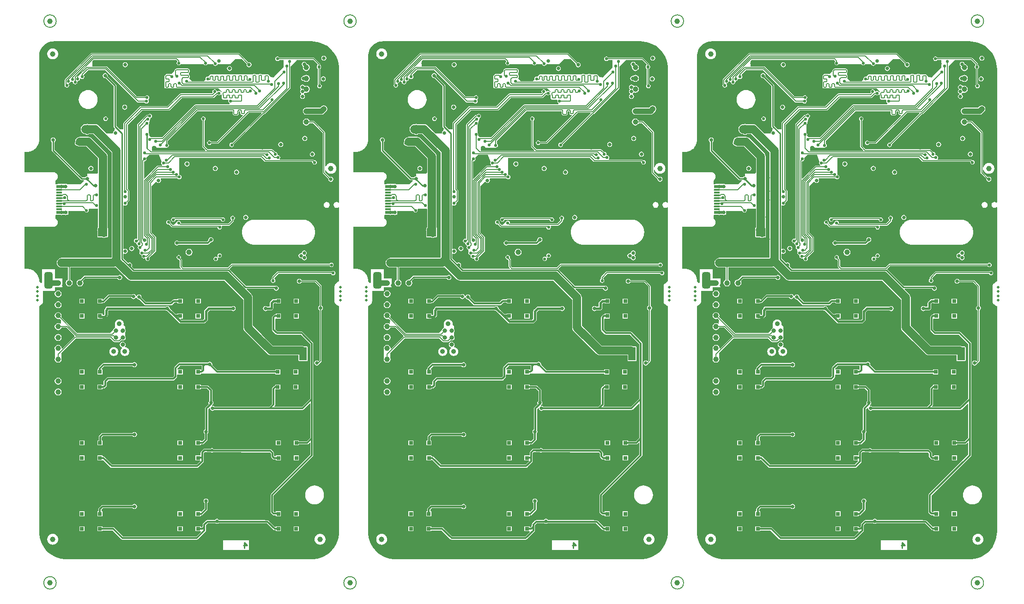
<source format=gbl>
G04 Layer_Physical_Order=4*
G04 Layer_Color=16711680*
%FSLAX25Y25*%
%MOIN*%
G70*
G01*
G75*
%ADD10C,0.00787*%
%ADD11C,0.03937*%
%ADD49C,0.00591*%
%ADD50C,0.01181*%
%ADD51C,0.03937*%
%ADD52C,0.00984*%
%ADD53C,0.05906*%
%ADD55C,0.01575*%
%ADD75C,0.01969*%
%ADD76O,0.08661X0.03937*%
%ADD77O,0.07087X0.03937*%
%ADD78C,0.03543*%
%ADD79C,0.02559*%
%ADD80C,0.02165*%
%ADD84R,0.04331X0.02362*%
%ADD85R,0.04331X0.01181*%
G04:AMPARAMS|DCode=86|XSize=118.11mil|YSize=59.06mil|CornerRadius=14.76mil|HoleSize=0mil|Usage=FLASHONLY|Rotation=270.000|XOffset=0mil|YOffset=0mil|HoleType=Round|Shape=RoundedRectangle|*
%AMROUNDEDRECTD86*
21,1,0.11811,0.02953,0,0,270.0*
21,1,0.08858,0.05906,0,0,270.0*
1,1,0.02953,-0.01476,-0.04429*
1,1,0.02953,-0.01476,0.04429*
1,1,0.02953,0.01476,0.04429*
1,1,0.02953,0.01476,-0.04429*
%
%ADD86ROUNDEDRECTD86*%
%ADD87C,0.03150*%
%ADD88R,0.02756X0.02559*%
%ADD89R,0.05512X0.09449*%
%ADD90R,0.06693X0.02362*%
%ADD91R,0.06693X0.05906*%
G36*
X683073Y402732D02*
X683445D01*
X684731Y402689D01*
X687300Y402351D01*
X689783Y401686D01*
X692159Y400702D01*
X694386Y399416D01*
X696426Y397851D01*
X698244Y396032D01*
X699809Y393992D01*
X701095Y391765D01*
X702079Y389390D01*
X702745Y386906D01*
X703083Y384337D01*
X703125Y383049D01*
X703125Y383048D01*
X703125Y383040D01*
X703125Y383039D01*
X703125Y383038D01*
X703125Y383037D01*
Y383035D01*
X703125Y383034D01*
X703125Y383027D01*
Y286406D01*
X702625Y286219D01*
X702067Y286593D01*
X701260Y286753D01*
X700454Y286593D01*
X699770Y286136D01*
X699313Y285452D01*
X699153Y284646D01*
X699313Y283839D01*
X699770Y283155D01*
X700454Y282699D01*
X701260Y282538D01*
X702067Y282699D01*
X702625Y283072D01*
X703125Y282885D01*
Y229514D01*
X702427Y229179D01*
X700852Y227998D01*
X700732Y227864D01*
X700583Y227764D01*
X700408Y227502D01*
X700197Y227267D01*
X700137Y227097D01*
X700037Y226947D01*
X699976Y226638D01*
X699871Y226340D01*
X699881Y226161D01*
X699846Y225984D01*
Y214961D01*
X699881Y214784D01*
X699871Y214605D01*
X699976Y214307D01*
X700037Y213998D01*
X700137Y213848D01*
X700197Y213678D01*
X700408Y213443D01*
X700583Y213181D01*
X700732Y213081D01*
X700852Y212947D01*
X702427Y211766D01*
X703125Y211431D01*
Y48469D01*
X703125Y48462D01*
X703125Y48461D01*
Y48459D01*
X703125Y48458D01*
X703125Y48458D01*
X703125Y48456D01*
X703125Y48448D01*
X703125Y48448D01*
X703083Y47159D01*
X702745Y44590D01*
X702079Y42106D01*
X701095Y39731D01*
X699810Y37504D01*
X698244Y35464D01*
X696426Y33645D01*
X694386Y32080D01*
X692159Y30795D01*
X689783Y29811D01*
X687300Y29145D01*
X684731Y28807D01*
X683445Y28765D01*
X683073D01*
X683066Y28763D01*
X506700D01*
X506693Y28765D01*
X506321D01*
X505035Y28807D01*
X502466Y29145D01*
X499982Y29811D01*
X497607Y30795D01*
X495380Y32080D01*
X493340Y33645D01*
X491522Y35464D01*
X489956Y37504D01*
X488671Y39731D01*
X487687Y42106D01*
X487021Y44590D01*
X486683Y47159D01*
X486641Y48448D01*
X486641Y48448D01*
X486641Y48456D01*
X486640Y48457D01*
X486640Y48458D01*
X486641Y48459D01*
Y48461D01*
X486641Y48462D01*
X486641Y48468D01*
Y211621D01*
X486943Y211766D01*
X488518Y212947D01*
X488638Y213081D01*
X488788Y213181D01*
X488963Y213443D01*
X489174Y213678D01*
X489233Y213848D01*
X489333Y213998D01*
X489395Y214307D01*
X489500Y214605D01*
X489490Y214784D01*
X489525Y214961D01*
Y222441D01*
X498032D01*
Y225197D01*
X503544D01*
Y231496D01*
X498032D01*
X498032Y238189D01*
X488583Y238189D01*
X488583Y228574D01*
X488083Y228324D01*
X486943Y229179D01*
X486639Y229325D01*
Y229491D01*
X486639Y229497D01*
X486639Y229497D01*
Y229499D01*
X486639Y229499D01*
X486639Y229500D01*
X486639Y229507D01*
X486639Y229510D01*
X486639Y229512D01*
X486639Y229520D01*
X486639Y229522D01*
X486639Y229524D01*
Y230304D01*
X486616Y230420D01*
Y230539D01*
X486313Y232060D01*
X486268Y232170D01*
X486245Y232286D01*
X485651Y233719D01*
X485585Y233818D01*
X485540Y233928D01*
X484678Y235217D01*
X484594Y235301D01*
X484528Y235400D01*
X483431Y236497D01*
X483333Y236563D01*
X483249Y236647D01*
X481959Y237509D01*
X481849Y237554D01*
X481751Y237620D01*
X480318Y238213D01*
X480201Y238237D01*
X480092Y238282D01*
X478570Y238585D01*
X478451D01*
X478335Y238608D01*
X477554D01*
X477550Y238607D01*
X477546Y238608D01*
X477535Y238608D01*
X477533Y238607D01*
X477530Y238608D01*
X477519Y238608D01*
X477517Y238607D01*
X477516Y238607D01*
X477513D01*
X477512Y238608D01*
X477504Y238607D01*
X476009D01*
Y268796D01*
X496851D01*
X497237Y268873D01*
X497242D01*
X497703Y268965D01*
X498427Y269265D01*
X498818Y269526D01*
X499372Y270080D01*
X499633Y270470D01*
X499933Y271195D01*
X500025Y271655D01*
Y272388D01*
X499985Y272589D01*
X499955Y272792D01*
X499727Y273433D01*
X499621Y273609D01*
X499525Y273790D01*
X499095Y274318D01*
X498937Y274448D01*
X498785Y274587D01*
X498464Y274781D01*
X498462Y277107D01*
X498816Y277461D01*
X500296D01*
X500394Y277420D01*
X502291D01*
X502756Y277327D01*
X503222Y277420D01*
X505440D01*
X505906Y277327D01*
X506371Y277420D01*
X507087D01*
X507464Y277576D01*
X507620Y277953D01*
Y278668D01*
X507712Y279134D01*
X507620Y279599D01*
Y280315D01*
X519339D01*
X519383Y280094D01*
X519731Y279573D01*
X520252Y279225D01*
X520866Y279103D01*
X521481Y279225D01*
X522002Y279573D01*
X522350Y280094D01*
X522472Y280709D01*
X522350Y281323D01*
X522317Y281372D01*
X522835Y281890D01*
X529134D01*
X529203Y281418D01*
Y268249D01*
X529134D01*
X528757Y268093D01*
X528601Y267717D01*
Y267001D01*
X528509Y266535D01*
X528601Y266070D01*
Y261811D01*
X528757Y261434D01*
X529134Y261278D01*
X532252D01*
X532774Y260930D01*
X533465Y260792D01*
X534156Y260930D01*
X534678Y261278D01*
X535827D01*
X536204Y261434D01*
X536360Y261811D01*
Y267717D01*
X536204Y268093D01*
X536152Y268115D01*
Y319685D01*
X536034Y320584D01*
X535686Y321422D01*
X535134Y322142D01*
X524504Y332772D01*
X523785Y333324D01*
X522947Y333671D01*
X522048Y333790D01*
X516142D01*
X515243Y333671D01*
X514405Y333324D01*
X513685Y332772D01*
X513133Y332052D01*
X512786Y331214D01*
X512667Y330315D01*
X512695Y330109D01*
X512505Y329825D01*
X512367Y329134D01*
X512505Y328443D01*
X512896Y327857D01*
X513482Y327465D01*
X514174Y327327D01*
X514335Y327360D01*
X514405Y327306D01*
X515243Y326959D01*
X516142Y326840D01*
X520608D01*
X529203Y318246D01*
Y308346D01*
X529134Y307874D01*
X528347Y307087D01*
X521260D01*
Y305350D01*
X520569Y305212D01*
X519983Y304821D01*
X519800Y304547D01*
X517739D01*
X497854Y324431D01*
Y330036D01*
X498128Y330219D01*
X498520Y330805D01*
X498657Y331496D01*
X498520Y332187D01*
X498128Y332773D01*
X497542Y333165D01*
X496851Y333302D01*
X496159Y333165D01*
X495573Y332773D01*
X495182Y332187D01*
X495044Y331496D01*
X495182Y330805D01*
X495573Y330219D01*
X495847Y330036D01*
Y324016D01*
X495924Y323632D01*
X496141Y323306D01*
X516613Y302834D01*
X516939Y302616D01*
X517323Y302540D01*
X518816D01*
X519007Y302078D01*
X516536Y299606D01*
X507029D01*
X506693Y299745D01*
X506371D01*
X505906Y299838D01*
X505440Y299745D01*
X503222D01*
X502756Y299838D01*
X502291Y299745D01*
X500000D01*
X499902Y299705D01*
X498450D01*
X498450Y300300D01*
Y302376D01*
X498785Y302579D01*
X498937Y302717D01*
X499095Y302848D01*
X499525Y303375D01*
X499621Y303556D01*
X499727Y303732D01*
X499955Y304374D01*
X499985Y304576D01*
X500025Y304778D01*
Y305510D01*
X499933Y305971D01*
X499633Y306695D01*
X499372Y307086D01*
X498818Y307640D01*
X498427Y307901D01*
X497703Y308201D01*
X497242Y308292D01*
X476009D01*
Y322810D01*
X477564D01*
X477567Y322811D01*
X477569Y322810D01*
X477579Y322810D01*
X477583Y322811D01*
X477586Y322810D01*
X477596Y322810D01*
X477598Y322811D01*
X477601Y322810D01*
X477611Y322810D01*
X477611Y322810D01*
X478377Y322814D01*
X478493Y322838D01*
X478612Y322838D01*
X480127Y323147D01*
X480236Y323192D01*
X480352Y323216D01*
X481778Y323813D01*
X481877Y323879D01*
X481986Y323924D01*
X483269Y324788D01*
X483352Y324871D01*
X483450Y324937D01*
X484541Y326034D01*
X484607Y326132D01*
X484690Y326216D01*
X485547Y327503D01*
X485592Y327613D01*
X485657Y327711D01*
X486247Y329140D01*
X486270Y329257D01*
X486315Y329366D01*
X486616Y330883D01*
X486616Y331001D01*
X486639Y331117D01*
Y331894D01*
X486639Y331896D01*
X486639Y331899D01*
X486639Y331906D01*
X486639Y331908D01*
X486639Y331911D01*
X486639Y331918D01*
X486639Y331919D01*
X486639Y331920D01*
Y331921D01*
X486639Y331922D01*
X486639Y331927D01*
Y392101D01*
X486662Y392800D01*
X486846Y394195D01*
X487205Y395534D01*
X487735Y396815D01*
X488429Y398017D01*
X489273Y399117D01*
X490254Y400098D01*
X491354Y400942D01*
X492555Y401635D01*
X493836Y402166D01*
X495176Y402525D01*
X496571Y402709D01*
X497264Y402731D01*
X497636D01*
X497644Y402733D01*
X683066D01*
X683073Y402732D01*
D02*
G37*
G36*
X445671D02*
X446043D01*
X447329Y402689D01*
X449898Y402351D01*
X452382Y401686D01*
X454757Y400702D01*
X456984Y399416D01*
X459024Y397851D01*
X460843Y396032D01*
X462408Y393992D01*
X463694Y391765D01*
X464678Y389390D01*
X465343Y386906D01*
X465681Y384337D01*
X465724Y383049D01*
X465724Y383048D01*
X465724Y383040D01*
X465724Y383039D01*
X465724Y383038D01*
X465724Y383037D01*
Y383035D01*
X465724Y383034D01*
X465724Y383027D01*
Y286406D01*
X465224Y286219D01*
X464665Y286593D01*
X463859Y286753D01*
X463052Y286593D01*
X462368Y286136D01*
X461912Y285452D01*
X461751Y284646D01*
X461912Y283839D01*
X462368Y283155D01*
X463052Y282699D01*
X463859Y282538D01*
X464665Y282699D01*
X465224Y283072D01*
X465724Y282885D01*
Y229514D01*
X465026Y229179D01*
X463451Y227998D01*
X463331Y227864D01*
X463181Y227764D01*
X463006Y227502D01*
X462795Y227267D01*
X462736Y227097D01*
X462636Y226947D01*
X462574Y226638D01*
X462469Y226340D01*
X462479Y226161D01*
X462444Y225984D01*
Y214961D01*
X462479Y214784D01*
X462469Y214605D01*
X462574Y214307D01*
X462636Y213998D01*
X462736Y213848D01*
X462795Y213678D01*
X463006Y213443D01*
X463181Y213181D01*
X463331Y213081D01*
X463451Y212947D01*
X465026Y211766D01*
X465724Y211431D01*
Y48469D01*
X465724Y48462D01*
X465724Y48461D01*
Y48459D01*
X465724Y48458D01*
X465724Y48458D01*
X465724Y48456D01*
X465724Y48448D01*
X465724Y48448D01*
X465681Y47159D01*
X465343Y44590D01*
X464678Y42106D01*
X463694Y39731D01*
X462408Y37504D01*
X460843Y35464D01*
X459024Y33645D01*
X456984Y32080D01*
X454757Y30795D01*
X452382Y29811D01*
X449898Y29145D01*
X447329Y28807D01*
X446043Y28765D01*
X445671D01*
X445664Y28763D01*
X269299D01*
X269292Y28765D01*
X268920D01*
X267634Y28807D01*
X265065Y29145D01*
X262581Y29811D01*
X260205Y30795D01*
X257979Y32080D01*
X255938Y33645D01*
X254120Y35464D01*
X252555Y37504D01*
X251269Y39731D01*
X250285Y42106D01*
X249620Y44590D01*
X249281Y47159D01*
X249239Y48448D01*
X249239Y48448D01*
X249239Y48456D01*
X249239Y48457D01*
X249239Y48458D01*
X249239Y48459D01*
Y48461D01*
X249239Y48462D01*
X249239Y48468D01*
Y211621D01*
X249542Y211766D01*
X251117Y212947D01*
X251237Y213081D01*
X251386Y213181D01*
X251562Y213443D01*
X251772Y213678D01*
X251832Y213848D01*
X251932Y213998D01*
X251993Y214307D01*
X252098Y214605D01*
X252088Y214784D01*
X252123Y214961D01*
Y222441D01*
X260630D01*
Y225197D01*
X266142D01*
Y231496D01*
X260630D01*
X260630Y238189D01*
X251181Y238189D01*
X251181Y228574D01*
X250681Y228324D01*
X249542Y229179D01*
X249238Y229325D01*
Y229491D01*
X249238Y229497D01*
X249238Y229497D01*
Y229499D01*
X249237Y229499D01*
X249238Y229500D01*
X249238Y229507D01*
X249237Y229510D01*
X249238Y229512D01*
X249238Y229520D01*
X249237Y229522D01*
X249238Y229524D01*
Y230304D01*
X249215Y230420D01*
Y230539D01*
X248912Y232060D01*
X248867Y232170D01*
X248843Y232286D01*
X248250Y233719D01*
X248184Y233818D01*
X248138Y233928D01*
X247277Y235217D01*
X247193Y235301D01*
X247127Y235400D01*
X246030Y236497D01*
X245931Y236563D01*
X245847Y236647D01*
X244557Y237509D01*
X244448Y237554D01*
X244349Y237620D01*
X242916Y238213D01*
X242800Y238237D01*
X242690Y238282D01*
X241169Y238585D01*
X241050D01*
X240934Y238608D01*
X240153D01*
X240149Y238607D01*
X240145Y238608D01*
X240134Y238608D01*
X240131Y238607D01*
X240128Y238608D01*
X240117Y238608D01*
X240115Y238607D01*
X240114Y238607D01*
X240112D01*
X240111Y238608D01*
X240102Y238607D01*
X238608D01*
Y268796D01*
X259449D01*
X259835Y268873D01*
X259841D01*
X260302Y268965D01*
X261026Y269265D01*
X261417Y269526D01*
X261971Y270080D01*
X262232Y270470D01*
X262532Y271195D01*
X262623Y271655D01*
Y272388D01*
X262583Y272589D01*
X262554Y272792D01*
X262325Y273433D01*
X262220Y273609D01*
X262124Y273790D01*
X261693Y274318D01*
X261535Y274448D01*
X261384Y274587D01*
X261062Y274781D01*
X261061Y277107D01*
X261414Y277461D01*
X262895D01*
X262993Y277420D01*
X264889D01*
X265355Y277327D01*
X265820Y277420D01*
X268039D01*
X268504Y277327D01*
X268970Y277420D01*
X269685D01*
X270062Y277576D01*
X270218Y277953D01*
Y278668D01*
X270311Y279134D01*
X270218Y279599D01*
Y280315D01*
X281938D01*
X281981Y280094D01*
X282330Y279573D01*
X282850Y279225D01*
X283465Y279103D01*
X284079Y279225D01*
X284600Y279573D01*
X284948Y280094D01*
X285070Y280709D01*
X284948Y281323D01*
X284916Y281372D01*
X285433Y281890D01*
X291733D01*
X291801Y281418D01*
Y268249D01*
X291733D01*
X291356Y268093D01*
X291200Y267717D01*
Y267001D01*
X291107Y266535D01*
X291200Y266070D01*
Y261811D01*
X291356Y261434D01*
X291733Y261278D01*
X294850D01*
X295372Y260930D01*
X296063Y260792D01*
X296755Y260930D01*
X297277Y261278D01*
X298426D01*
X298802Y261434D01*
X298958Y261811D01*
Y267717D01*
X298802Y268093D01*
X298750Y268115D01*
Y319685D01*
X298632Y320584D01*
X298285Y321422D01*
X297733Y322142D01*
X287103Y332772D01*
X286383Y333324D01*
X285545Y333671D01*
X284646Y333790D01*
X278741D01*
X277841Y333671D01*
X277003Y333324D01*
X276284Y332772D01*
X275731Y332052D01*
X275384Y331214D01*
X275266Y330315D01*
X275293Y330109D01*
X275103Y329825D01*
X274966Y329134D01*
X275103Y328443D01*
X275495Y327857D01*
X276081Y327465D01*
X276772Y327327D01*
X276933Y327360D01*
X277003Y327306D01*
X277841Y326959D01*
X278741Y326840D01*
X283207D01*
X291801Y318246D01*
Y308346D01*
X291733Y307874D01*
X290945Y307087D01*
X283859D01*
Y305350D01*
X283167Y305212D01*
X282581Y304821D01*
X282398Y304547D01*
X280337D01*
X260453Y324431D01*
Y330036D01*
X260726Y330219D01*
X261118Y330805D01*
X261256Y331496D01*
X261118Y332187D01*
X260726Y332773D01*
X260140Y333165D01*
X259449Y333302D01*
X258758Y333165D01*
X258172Y332773D01*
X257780Y332187D01*
X257643Y331496D01*
X257780Y330805D01*
X258172Y330219D01*
X258446Y330036D01*
Y324016D01*
X258522Y323632D01*
X258739Y323306D01*
X279212Y302834D01*
X279538Y302616D01*
X279922Y302540D01*
X281414D01*
X281606Y302078D01*
X279134Y299606D01*
X269627D01*
X269292Y299745D01*
X268970D01*
X268504Y299838D01*
X268039Y299745D01*
X265820D01*
X265355Y299838D01*
X264889Y299745D01*
X262599D01*
X262501Y299705D01*
X261049D01*
X261049Y300300D01*
Y302376D01*
X261384Y302579D01*
X261535Y302717D01*
X261693Y302848D01*
X262124Y303375D01*
X262220Y303556D01*
X262325Y303732D01*
X262554Y304374D01*
X262583Y304576D01*
X262623Y304778D01*
Y305510D01*
X262532Y305971D01*
X262232Y306695D01*
X261971Y307086D01*
X261417Y307640D01*
X261026Y307901D01*
X260302Y308201D01*
X259841Y308292D01*
X238608D01*
Y322810D01*
X240163D01*
X240165Y322811D01*
X240168Y322810D01*
X240177Y322810D01*
X240181Y322811D01*
X240185Y322810D01*
X240195Y322810D01*
X240197Y322811D01*
X240199Y322810D01*
X240209Y322810D01*
X240209Y322810D01*
X240976Y322814D01*
X241092Y322838D01*
X241210Y322838D01*
X242725Y323147D01*
X242834Y323192D01*
X242950Y323216D01*
X244377Y323813D01*
X244475Y323879D01*
X244584Y323924D01*
X245867Y324788D01*
X245951Y324871D01*
X246049Y324937D01*
X247140Y326034D01*
X247205Y326132D01*
X247288Y326216D01*
X248145Y327503D01*
X248190Y327613D01*
X248256Y327711D01*
X248846Y329140D01*
X248869Y329257D01*
X248914Y329366D01*
X249215Y330883D01*
X249215Y331001D01*
X249238Y331117D01*
Y331894D01*
X249237Y331896D01*
X249238Y331899D01*
X249238Y331906D01*
X249237Y331908D01*
X249238Y331911D01*
X249238Y331918D01*
X249237Y331919D01*
X249238Y331920D01*
Y331921D01*
X249238Y331922D01*
X249238Y331927D01*
Y392101D01*
X249260Y392800D01*
X249444Y394195D01*
X249803Y395534D01*
X250334Y396815D01*
X251027Y398017D01*
X251871Y399117D01*
X252852Y400098D01*
X253953Y400942D01*
X255153Y401635D01*
X256435Y402166D01*
X257775Y402525D01*
X259169Y402709D01*
X259863Y402731D01*
X260235D01*
X260243Y402733D01*
X445664D01*
X445671Y402732D01*
D02*
G37*
G36*
X208270D02*
X208642D01*
X209928Y402689D01*
X212496Y402351D01*
X214980Y401686D01*
X217356Y400702D01*
X219583Y399416D01*
X221623Y397851D01*
X223441Y396032D01*
X225006Y393992D01*
X226292Y391765D01*
X227276Y389390D01*
X227942Y386906D01*
X228280Y384337D01*
X228322Y383049D01*
X228322Y383048D01*
X228322Y383040D01*
X228322Y383039D01*
X228322Y383038D01*
X228322Y383037D01*
Y383035D01*
X228322Y383034D01*
X228322Y383027D01*
Y286406D01*
X227822Y286219D01*
X227263Y286593D01*
X226457Y286753D01*
X225651Y286593D01*
X224967Y286136D01*
X224510Y285452D01*
X224350Y284646D01*
X224510Y283839D01*
X224967Y283155D01*
X225651Y282699D01*
X226457Y282538D01*
X227263Y282699D01*
X227822Y283072D01*
X228322Y282885D01*
Y229514D01*
X227624Y229179D01*
X226049Y227998D01*
X225929Y227864D01*
X225780Y227764D01*
X225604Y227502D01*
X225394Y227267D01*
X225334Y227097D01*
X225234Y226947D01*
X225173Y226638D01*
X225068Y226340D01*
X225078Y226161D01*
X225043Y225984D01*
Y214961D01*
X225078Y214784D01*
X225068Y214605D01*
X225173Y214307D01*
X225234Y213998D01*
X225334Y213848D01*
X225394Y213678D01*
X225604Y213443D01*
X225780Y213181D01*
X225929Y213081D01*
X226049Y212947D01*
X227624Y211766D01*
X228322Y211431D01*
Y48469D01*
X228322Y48462D01*
X228322Y48461D01*
Y48459D01*
X228322Y48458D01*
X228322Y48458D01*
X228322Y48456D01*
X228322Y48448D01*
X228322Y48448D01*
X228280Y47159D01*
X227942Y44590D01*
X227276Y42106D01*
X226292Y39731D01*
X225006Y37504D01*
X223441Y35464D01*
X221623Y33645D01*
X219583Y32080D01*
X217356Y30795D01*
X214980Y29811D01*
X212496Y29145D01*
X209928Y28807D01*
X208642Y28765D01*
X208270D01*
X208263Y28763D01*
X31897D01*
X31890Y28765D01*
X31518D01*
X30232Y28807D01*
X27663Y29145D01*
X25179Y29811D01*
X22804Y30795D01*
X20577Y32080D01*
X18537Y33645D01*
X16719Y35464D01*
X15153Y37504D01*
X13868Y39731D01*
X12884Y42106D01*
X12218Y44590D01*
X11880Y47159D01*
X11838Y48448D01*
X11838Y48448D01*
X11838Y48456D01*
X11837Y48457D01*
X11837Y48458D01*
X11838Y48459D01*
Y48461D01*
X11838Y48462D01*
X11838Y48468D01*
Y211621D01*
X12140Y211766D01*
X13715Y212947D01*
X13835Y213081D01*
X13985Y213181D01*
X14160Y213443D01*
X14371Y213678D01*
X14431Y213848D01*
X14530Y213998D01*
X14592Y214307D01*
X14697Y214605D01*
X14687Y214784D01*
X14722Y214961D01*
Y222441D01*
X23229D01*
Y225197D01*
X28741D01*
Y231496D01*
X23229D01*
X23229Y238189D01*
X13780Y238189D01*
X13780Y228574D01*
X13280Y228324D01*
X12140Y229179D01*
X11836Y229325D01*
Y229491D01*
X11836Y229497D01*
X11836Y229497D01*
Y229499D01*
X11836Y229499D01*
X11836Y229500D01*
X11836Y229507D01*
X11836Y229510D01*
X11836Y229512D01*
X11836Y229520D01*
X11836Y229522D01*
X11836Y229524D01*
Y230304D01*
X11813Y230420D01*
Y230539D01*
X11511Y232060D01*
X11465Y232170D01*
X11442Y232286D01*
X10848Y233719D01*
X10782Y233818D01*
X10737Y233928D01*
X9875Y235217D01*
X9791Y235301D01*
X9725Y235400D01*
X8628Y236497D01*
X8530Y236563D01*
X8446Y236647D01*
X7156Y237509D01*
X7046Y237554D01*
X6948Y237620D01*
X5514Y238213D01*
X5398Y238237D01*
X5289Y238282D01*
X3767Y238585D01*
X3649D01*
X3532Y238608D01*
X2751D01*
X2747Y238607D01*
X2743Y238608D01*
X2732Y238608D01*
X2730Y238607D01*
X2727Y238608D01*
X2716Y238608D01*
X2714Y238607D01*
X2713Y238607D01*
X2710D01*
X2709Y238608D01*
X2701Y238607D01*
X1206D01*
Y268796D01*
X22048D01*
X22434Y268873D01*
X22440D01*
X22900Y268965D01*
X23624Y269265D01*
X24015Y269526D01*
X24569Y270080D01*
X24830Y270470D01*
X25130Y271195D01*
X25222Y271655D01*
Y272388D01*
X25182Y272589D01*
X25152Y272792D01*
X24924Y273433D01*
X24818Y273609D01*
X24722Y273790D01*
X24292Y274318D01*
X24134Y274448D01*
X23982Y274587D01*
X23661Y274781D01*
X23659Y277107D01*
X24013Y277461D01*
X25493D01*
X25591Y277420D01*
X27488D01*
X27953Y277327D01*
X28419Y277420D01*
X30637D01*
X31103Y277327D01*
X31568Y277420D01*
X32284D01*
X32660Y277576D01*
X32816Y277953D01*
Y278668D01*
X32909Y279134D01*
X32816Y279599D01*
Y280315D01*
X44536D01*
X44580Y280094D01*
X44928Y279573D01*
X45449Y279225D01*
X46063Y279103D01*
X46678Y279225D01*
X47199Y279573D01*
X47547Y280094D01*
X47669Y280709D01*
X47547Y281323D01*
X47514Y281372D01*
X48032Y281890D01*
X54331D01*
X54400Y281418D01*
Y268249D01*
X54331D01*
X53954Y268093D01*
X53798Y267717D01*
Y267001D01*
X53706Y266535D01*
X53798Y266070D01*
Y261811D01*
X53954Y261434D01*
X54331Y261278D01*
X57449D01*
X57970Y260930D01*
X58662Y260792D01*
X59353Y260930D01*
X59875Y261278D01*
X61024D01*
X61401Y261434D01*
X61557Y261811D01*
Y267717D01*
X61401Y268093D01*
X61349Y268115D01*
Y319685D01*
X61231Y320584D01*
X60883Y321422D01*
X60331Y322142D01*
X49701Y332772D01*
X48982Y333324D01*
X48144Y333671D01*
X47245Y333790D01*
X41339D01*
X40440Y333671D01*
X39602Y333324D01*
X38882Y332772D01*
X38330Y332052D01*
X37983Y331214D01*
X37864Y330315D01*
X37891Y330109D01*
X37702Y329825D01*
X37564Y329134D01*
X37702Y328443D01*
X38093Y327857D01*
X38679Y327465D01*
X39370Y327327D01*
X39532Y327360D01*
X39602Y327306D01*
X40440Y326959D01*
X41339Y326840D01*
X45805D01*
X54400Y318246D01*
Y308346D01*
X54331Y307874D01*
X53544Y307087D01*
X46457D01*
Y305350D01*
X45766Y305212D01*
X45180Y304821D01*
X44997Y304547D01*
X42936D01*
X23051Y324431D01*
Y330036D01*
X23325Y330219D01*
X23717Y330805D01*
X23854Y331496D01*
X23717Y332187D01*
X23325Y332773D01*
X22739Y333165D01*
X22048Y333302D01*
X21356Y333165D01*
X20770Y332773D01*
X20379Y332187D01*
X20241Y331496D01*
X20379Y330805D01*
X20770Y330219D01*
X21044Y330036D01*
Y324016D01*
X21121Y323632D01*
X21338Y323306D01*
X41811Y302834D01*
X42136Y302616D01*
X42520Y302540D01*
X44013D01*
X44204Y302078D01*
X41733Y299606D01*
X32226D01*
X31890Y299745D01*
X31568D01*
X31103Y299838D01*
X30637Y299745D01*
X28419D01*
X27953Y299838D01*
X27488Y299745D01*
X25197D01*
X25100Y299705D01*
X23647D01*
X23647Y300300D01*
Y302376D01*
X23982Y302579D01*
X24134Y302717D01*
X24292Y302848D01*
X24722Y303375D01*
X24818Y303556D01*
X24924Y303732D01*
X25152Y304374D01*
X25182Y304576D01*
X25222Y304778D01*
Y305510D01*
X25130Y305971D01*
X24830Y306695D01*
X24569Y307086D01*
X24015Y307640D01*
X23624Y307901D01*
X22900Y308201D01*
X22440Y308292D01*
X1206D01*
Y322810D01*
X2761D01*
X2764Y322811D01*
X2766Y322810D01*
X2776Y322810D01*
X2780Y322811D01*
X2783Y322810D01*
X2793Y322810D01*
X2795Y322811D01*
X2798Y322810D01*
X2808Y322810D01*
X2808Y322810D01*
X3574Y322814D01*
X3690Y322838D01*
X3808Y322838D01*
X5324Y323147D01*
X5433Y323192D01*
X5549Y323216D01*
X6975Y323813D01*
X7073Y323879D01*
X7182Y323924D01*
X8466Y324788D01*
X8549Y324871D01*
X8647Y324937D01*
X9738Y326034D01*
X9804Y326132D01*
X9887Y326216D01*
X10744Y327503D01*
X10789Y327613D01*
X10854Y327711D01*
X11444Y329140D01*
X11467Y329257D01*
X11513Y329366D01*
X11813Y330883D01*
X11813Y331001D01*
X11836Y331117D01*
Y331894D01*
X11836Y331896D01*
X11836Y331899D01*
X11836Y331906D01*
X11836Y331908D01*
X11836Y331911D01*
X11836Y331918D01*
X11836Y331919D01*
X11836Y331920D01*
Y331921D01*
X11836Y331922D01*
X11836Y331927D01*
Y392101D01*
X11859Y392800D01*
X12043Y394195D01*
X12402Y395534D01*
X12932Y396815D01*
X13626Y398017D01*
X14470Y399117D01*
X15451Y400098D01*
X16551Y400942D01*
X17752Y401635D01*
X19033Y402166D01*
X20373Y402525D01*
X21768Y402709D01*
X22461Y402731D01*
X22833D01*
X22841Y402733D01*
X208263D01*
X208270Y402732D01*
D02*
G37*
%LPC*%
G36*
X496465Y397638D02*
X496181Y397628D01*
X495879Y397599D01*
X495536Y397529D01*
X495355Y397481D01*
X495111Y397400D01*
X494880Y397310D01*
X494693Y397218D01*
X494544Y397150D01*
X494261Y396969D01*
X494098Y396854D01*
X493966Y396753D01*
X493695Y396506D01*
X493476Y396275D01*
X493240Y395975D01*
X493149Y395830D01*
X493072Y395715D01*
X492973Y395532D01*
X492877Y395343D01*
X492784Y395125D01*
X492725Y394959D01*
X492613Y394569D01*
X492578Y394388D01*
X492548Y394196D01*
X492521Y393735D01*
X492526Y393428D01*
X492557Y393164D01*
X492585Y393011D01*
X492613Y392847D01*
X492645Y392705D01*
X492736Y392415D01*
X492794Y392251D01*
X492926Y391960D01*
X493019Y391780D01*
X493120Y391610D01*
X493240Y391426D01*
X493336Y391297D01*
X493532Y391059D01*
X493695Y390895D01*
X493849Y390754D01*
X494064Y390569D01*
X494172Y390495D01*
X494341Y390376D01*
X494501Y390282D01*
X494721Y390165D01*
X494889Y390087D01*
X495007Y390042D01*
X495272Y389940D01*
X495430Y389896D01*
X495536Y389873D01*
X495795Y389816D01*
X496041Y389785D01*
X496493Y389761D01*
X496715Y389770D01*
X496851Y389785D01*
X497304Y389856D01*
X497499Y389904D01*
X497735Y389976D01*
X497968Y390065D01*
X498158Y390149D01*
X498411Y390282D01*
X498570Y390376D01*
X498721Y390480D01*
X498936Y390638D01*
X499176Y390856D01*
X499336Y391016D01*
X499496Y391197D01*
X499625Y391359D01*
X499745Y391532D01*
X499847Y391693D01*
X499936Y391849D01*
X500093Y392189D01*
X500159Y392352D01*
X500224Y392562D01*
X500277Y392731D01*
X500326Y392972D01*
X500356Y393157D01*
X500384Y393460D01*
X500393Y393834D01*
X500372Y394116D01*
X500344Y394320D01*
X500309Y394515D01*
X500267Y394710D01*
X500157Y395042D01*
X500078Y395242D01*
X500009Y395401D01*
X499944Y395532D01*
X499858Y395684D01*
X499782Y395817D01*
X499672Y395975D01*
X499511Y396184D01*
X499336Y396383D01*
X499095Y396623D01*
X498861Y396821D01*
X498663Y396961D01*
X498433Y397109D01*
X498221Y397218D01*
X497995Y397325D01*
X497761Y397413D01*
X497594Y397469D01*
X497369Y397529D01*
X497173Y397573D01*
X496823Y397619D01*
X496465Y397638D01*
D02*
G37*
G36*
X692126Y392358D02*
X691435Y392220D01*
X690849Y391828D01*
X690457Y391243D01*
X690320Y390551D01*
X690457Y389860D01*
X690849Y389274D01*
X691435Y388882D01*
X692126Y388745D01*
X692817Y388882D01*
X693403Y389274D01*
X693795Y389860D01*
X693933Y390551D01*
X693795Y391243D01*
X693403Y391828D01*
X692817Y392220D01*
X692126Y392358D01*
D02*
G37*
G36*
X630611Y394208D02*
X524400D01*
X524093Y394147D01*
X523833Y393973D01*
X523833Y393973D01*
X505437Y375577D01*
X505263Y375317D01*
X505201Y375009D01*
Y371555D01*
X505215Y371488D01*
X505210Y371481D01*
X505088Y370866D01*
X505210Y370252D01*
X505558Y369731D01*
X506079Y369383D01*
X506693Y369261D01*
X507308Y369383D01*
X507829Y369731D01*
X508177Y370252D01*
X508299Y370866D01*
X508177Y371481D01*
X507871Y371938D01*
X507871Y371944D01*
X507954Y372242D01*
X508061Y372447D01*
X508489Y372532D01*
X509010Y372880D01*
X509358Y373401D01*
X509384Y373534D01*
X509940Y373764D01*
X510016Y373713D01*
X510558Y373605D01*
X510735Y373500D01*
X510995Y373240D01*
X510993Y373228D01*
X511115Y372614D01*
X511463Y372093D01*
X511984Y371745D01*
X512599Y371623D01*
X513213Y371745D01*
X513734Y372093D01*
X514082Y372614D01*
X514204Y373228D01*
X514138Y373560D01*
X514539Y373991D01*
X514567Y373985D01*
X515182Y374107D01*
X515703Y374455D01*
X516051Y374976D01*
X516173Y375591D01*
X516130Y375805D01*
X516526Y376002D01*
X516597Y376019D01*
X517102Y375682D01*
X517717Y375560D01*
X518331Y375682D01*
X518852Y376030D01*
X519200Y376551D01*
X519322Y377165D01*
X519200Y377780D01*
X518852Y378301D01*
X518813Y378701D01*
X522085Y381973D01*
X534259D01*
X557350Y358881D01*
X557611Y358707D01*
X557918Y358646D01*
X562816D01*
X563038Y358313D01*
X563559Y357965D01*
X564174Y357843D01*
X564788Y357965D01*
X565309Y358313D01*
X565657Y358834D01*
X565779Y359449D01*
X565657Y360063D01*
X565309Y360584D01*
X565590Y360994D01*
X565703Y361069D01*
X566051Y361590D01*
X566173Y362205D01*
X566051Y362819D01*
X565703Y363340D01*
X565182Y363688D01*
X564567Y363810D01*
X563953Y363688D01*
X563432Y363340D01*
X563210Y363008D01*
X557026D01*
X535607Y384426D01*
X535347Y384600D01*
X535040Y384661D01*
X525197D01*
Y388474D01*
X526078Y389355D01*
X585495D01*
X586306Y388543D01*
X586267Y388143D01*
X585918Y387622D01*
X585796Y387008D01*
X585918Y386393D01*
X586267Y385873D01*
X586787Y385524D01*
X587402Y385402D01*
X588016Y385524D01*
X588537Y385873D01*
X588770Y386221D01*
X605325D01*
X605558Y385873D01*
X606079Y385524D01*
X606693Y385402D01*
X607308Y385524D01*
X607829Y385873D01*
X608061Y386221D01*
X612253D01*
X612296Y386000D01*
X612644Y385479D01*
X613165Y385131D01*
X613780Y385009D01*
X614394Y385131D01*
X614915Y385479D01*
X615263Y386000D01*
X615307Y386221D01*
X624410D01*
X627953Y389764D01*
X633117D01*
X636494Y386386D01*
X636383Y385827D01*
X636520Y385136D01*
X636912Y384549D01*
X637498Y384158D01*
X638189Y384020D01*
X638880Y384158D01*
X639466Y384549D01*
X639858Y385136D01*
X639996Y385827D01*
X639858Y386518D01*
X639466Y387104D01*
X638880Y387496D01*
X638189Y387633D01*
X637630Y387522D01*
X631178Y393973D01*
X630918Y394147D01*
X630611Y394208D01*
D02*
G37*
G36*
X548819Y387633D02*
X548128Y387496D01*
X547542Y387104D01*
X547150Y386518D01*
X547013Y385827D01*
X547150Y385136D01*
X547542Y384549D01*
X548128Y384158D01*
X548819Y384020D01*
X549510Y384158D01*
X550097Y384549D01*
X550488Y385136D01*
X550626Y385827D01*
X550488Y386518D01*
X550097Y387104D01*
X549510Y387496D01*
X548819Y387633D01*
D02*
G37*
G36*
X677953Y388027D02*
X677262Y387889D01*
X676676Y387498D01*
X676284Y386912D01*
X676147Y386221D01*
X676284Y385529D01*
X676676Y384943D01*
X677169Y384613D01*
X677019Y383858D01*
X677210Y382898D01*
X677754Y382084D01*
X678568Y381540D01*
X679528Y381349D01*
X680488Y381540D01*
X681302Y382084D01*
X681846Y382898D01*
X682037Y383858D01*
X681846Y384818D01*
X681302Y385632D01*
X680488Y386176D01*
X679739Y386325D01*
X679622Y386912D01*
X679230Y387498D01*
X678644Y387889D01*
X677953Y388027D01*
D02*
G37*
G36*
X624016Y384877D02*
X623325Y384740D01*
X622739Y384348D01*
X622347Y383762D01*
X622210Y383071D01*
X622347Y382380D01*
X622739Y381794D01*
X623325Y381402D01*
X624016Y381264D01*
X624707Y381402D01*
X625293Y381794D01*
X625685Y382380D01*
X625822Y383071D01*
X625685Y383762D01*
X625293Y384348D01*
X624707Y384740D01*
X624016Y384877D01*
D02*
G37*
G36*
X679528Y378493D02*
X678568Y378302D01*
X677754Y377758D01*
X677750Y377753D01*
X677559Y377791D01*
X676868Y377653D01*
X676282Y377262D01*
X675890Y376676D01*
X675753Y375984D01*
X675890Y375293D01*
X676282Y374707D01*
X676868Y374315D01*
X677559Y374178D01*
X677750Y374216D01*
X677754Y374210D01*
X678568Y373666D01*
X679528Y373475D01*
X680488Y373666D01*
X681302Y374210D01*
X681846Y375024D01*
X682037Y375984D01*
X681846Y376944D01*
X681302Y377758D01*
X680488Y378302D01*
X679528Y378493D01*
D02*
G37*
G36*
X691733Y377397D02*
X691041Y377259D01*
X690455Y376868D01*
X690064Y376282D01*
X689926Y375591D01*
X690064Y374899D01*
X690455Y374313D01*
X691041Y373922D01*
X691733Y373784D01*
X692424Y373922D01*
X693010Y374313D01*
X693401Y374899D01*
X693539Y375591D01*
X693401Y376282D01*
X693010Y376868D01*
X692424Y377259D01*
X691733Y377397D01*
D02*
G37*
G36*
X658662Y391763D02*
X658047Y391641D01*
X657526Y391293D01*
X657178Y390772D01*
X657056Y390158D01*
X657178Y389543D01*
X657526Y389022D01*
X658047Y388674D01*
X658662Y388552D01*
X659276Y388674D01*
X659797Y389022D01*
X659953Y389256D01*
X662992D01*
Y383858D01*
X655906Y376772D01*
X653937D01*
X651969Y378740D01*
X651653D01*
X651575Y378756D01*
X650000D01*
X650000Y378756D01*
X649923Y378740D01*
X647592D01*
X647418Y378914D01*
X647158Y379088D01*
X646851Y379149D01*
X645670D01*
X645362Y379088D01*
X645102Y378914D01*
X644928Y378740D01*
X643262D01*
X643088Y378914D01*
X642827Y379088D01*
X642520Y379149D01*
X641339D01*
X641032Y379088D01*
X640771Y378914D01*
X640597Y378740D01*
X636298D01*
X636221Y378756D01*
X635040D01*
X635040Y378756D01*
X634962Y378740D01*
X632361D01*
X632284Y378756D01*
X631103D01*
X631103Y378756D01*
X631025Y378740D01*
X628031D01*
X627953Y378756D01*
X626772D01*
X626772Y378756D01*
X626694Y378740D01*
X623700D01*
X623622Y378756D01*
X622441D01*
X622441Y378756D01*
X622364Y378740D01*
X610237D01*
X608622Y377126D01*
X608268Y377196D01*
X607654Y377074D01*
X607133Y376726D01*
X606785Y376205D01*
X606662Y375591D01*
X606733Y375237D01*
X605527Y374031D01*
X596835D01*
X595121Y375746D01*
X595056Y376204D01*
X595230Y376464D01*
X595291Y376772D01*
X595291Y376772D01*
Y377953D01*
X595291Y377953D01*
X595230Y378260D01*
X595056Y378520D01*
X595056Y378520D01*
X594882Y378694D01*
Y379967D01*
X595056Y380141D01*
X595056Y380141D01*
X595230Y380401D01*
X595291Y380709D01*
X595291Y380709D01*
Y381890D01*
X595291Y381890D01*
X595230Y382197D01*
X595056Y382457D01*
X595056Y382457D01*
X594662Y382851D01*
X594402Y383025D01*
X594095Y383086D01*
X585827D01*
X585520Y383025D01*
X585259Y382851D01*
X584472Y382064D01*
X584298Y381803D01*
X584237Y381496D01*
Y381087D01*
X582284Y379134D01*
X581180D01*
X581103Y379149D01*
X578741D01*
X578740Y379149D01*
X578433Y379088D01*
X578173Y378914D01*
X578173Y378914D01*
X577385Y378127D01*
X577269Y377953D01*
X577166D01*
Y377637D01*
X577150Y377559D01*
Y375984D01*
X577166Y375907D01*
Y373306D01*
X577150Y373228D01*
X577150Y373228D01*
Y370079D01*
X577166Y370001D01*
Y369291D01*
X577559Y368898D01*
X578269D01*
X578347Y368882D01*
X578347Y368882D01*
X579528D01*
X579605Y368898D01*
X582206D01*
X582284Y368882D01*
X582284Y368882D01*
X583465D01*
X583542Y368898D01*
X586143D01*
X586221Y368882D01*
X586221Y368882D01*
X616157D01*
X618449Y366591D01*
X618382Y366191D01*
X618009Y365990D01*
X618004Y365991D01*
X617671Y366490D01*
X617150Y366838D01*
X616536Y366960D01*
X615921Y366838D01*
X615463Y366532D01*
X615458Y366532D01*
X615160Y366615D01*
X614955Y366722D01*
X614869Y367150D01*
X614522Y367671D01*
X614001Y368019D01*
X613386Y368141D01*
X612772Y368019D01*
X612251Y367671D01*
X611903Y367150D01*
X611780Y366535D01*
X611903Y365921D01*
X612111Y365609D01*
X611577Y365074D01*
X588586D01*
X588279Y365013D01*
X588018Y364839D01*
X588018Y364839D01*
X579198Y356019D01*
X559941D01*
X559941Y356019D01*
X559634Y355958D01*
X559374Y355784D01*
X559374Y355784D01*
X547759Y344170D01*
X547585Y343910D01*
X547524Y343602D01*
Y339370D01*
X544727D01*
X542342Y341754D01*
Y370866D01*
X542266Y371250D01*
X542048Y371576D01*
X535994Y377630D01*
X536059Y377953D01*
X535921Y378644D01*
X535530Y379230D01*
X534943Y379622D01*
X534252Y379759D01*
X533561Y379622D01*
X532975Y379230D01*
X532583Y378644D01*
X532446Y377953D01*
X532583Y377261D01*
X532975Y376676D01*
X533561Y376284D01*
X534252Y376146D01*
X534575Y376211D01*
X540335Y370450D01*
Y341339D01*
X540412Y340955D01*
X540629Y340629D01*
X541426Y339832D01*
X541235Y339370D01*
X540945D01*
Y338219D01*
X540455Y337892D01*
X540064Y337305D01*
X539926Y336614D01*
X539543Y336221D01*
X535229D01*
X529623Y341827D01*
X528903Y342379D01*
X528065Y342726D01*
X527166Y342845D01*
X522195D01*
X521951Y343007D01*
X521260Y343145D01*
X520569Y343007D01*
X520325Y342845D01*
X520079D01*
X519180Y342726D01*
X518342Y342379D01*
X517622Y341827D01*
X517070Y341107D01*
X516723Y340269D01*
X516604Y339370D01*
X516723Y338471D01*
X517070Y337633D01*
X517622Y336913D01*
X518342Y336361D01*
X519180Y336014D01*
X519853Y335925D01*
X519983Y335731D01*
X520569Y335339D01*
X521260Y335202D01*
X521951Y335339D01*
X522537Y335731D01*
X522648Y335895D01*
X525726D01*
X539045Y322576D01*
Y246715D01*
X538719Y246388D01*
X502756D01*
X501857Y246270D01*
X501019Y245922D01*
X500299Y245370D01*
X499747Y244651D01*
X499400Y243813D01*
X499282Y242913D01*
X499400Y242014D01*
X499747Y241176D01*
X500299Y240457D01*
X501019Y239904D01*
X501857Y239557D01*
X502756Y239439D01*
X507365D01*
Y230676D01*
X507308Y230664D01*
X506494Y230120D01*
X505950Y229307D01*
X505759Y228346D01*
X505950Y227386D01*
X506494Y226572D01*
X507308Y226029D01*
X508268Y225838D01*
X509228Y226029D01*
X510042Y226572D01*
X510586Y227386D01*
X510777Y228346D01*
X510586Y229307D01*
X510042Y230120D01*
X509228Y230664D01*
X509171Y230676D01*
Y239439D01*
X540158D01*
X541057Y239557D01*
X541786Y239859D01*
X550637Y231008D01*
X551357Y230455D01*
X551848Y230252D01*
X552195Y230108D01*
X553094Y229990D01*
X620215D01*
X633927Y216277D01*
Y196063D01*
X634046Y195164D01*
X634393Y194326D01*
X634945Y193606D01*
X636323Y192228D01*
X642425Y186126D01*
X651480Y177071D01*
X652200Y176518D01*
X653038Y176171D01*
X653937Y176053D01*
X673877D01*
Y172441D01*
X674033Y172064D01*
X674410Y171908D01*
X679921D01*
X680298Y172064D01*
X680454Y172441D01*
Y181890D01*
X680298Y182266D01*
X679921Y182422D01*
X677871D01*
X677722Y182537D01*
X676884Y182884D01*
X675984Y183002D01*
X655376D01*
X647346Y191032D01*
X647341Y191041D01*
X647332Y191047D01*
X640876Y197502D01*
Y217717D01*
X640758Y218616D01*
X640411Y219454D01*
X639859Y220174D01*
X636301Y223731D01*
X636492Y224193D01*
X656111D01*
X656205Y223718D01*
X656597Y223132D01*
X657183Y222741D01*
X657874Y222603D01*
X658566Y222741D01*
X659152Y223132D01*
X659543Y223718D01*
X659681Y224410D01*
X659543Y225101D01*
X659152Y225687D01*
X658566Y226078D01*
X657874Y226216D01*
X657442Y226130D01*
X657087Y226200D01*
X635905D01*
X623994Y238111D01*
X623950Y238562D01*
X625923Y240536D01*
X696280D01*
X696503Y240203D01*
X697024Y239855D01*
X697638Y239733D01*
X698252Y239855D01*
X698773Y240203D01*
X699122Y240724D01*
X699244Y241339D01*
X699122Y241953D01*
X698773Y242474D01*
X698252Y242822D01*
X697638Y242944D01*
X697024Y242822D01*
X696503Y242474D01*
X696280Y242141D01*
X625591D01*
X625284Y242080D01*
X625023Y241906D01*
X625023Y241906D01*
X622601Y239484D01*
X590786D01*
X589780Y240490D01*
Y244882D01*
X589718Y245189D01*
X589544Y245450D01*
X589544Y245450D01*
X588834Y246160D01*
X588885Y246236D01*
X589008Y246850D01*
X588885Y247465D01*
X588537Y247986D01*
X588016Y248334D01*
X587402Y248456D01*
X586787Y248334D01*
X586267Y247986D01*
X585918Y247465D01*
X585796Y246850D01*
X585918Y246236D01*
X586267Y245715D01*
X586787Y245367D01*
X587402Y245245D01*
X587466Y245257D01*
X588174Y244549D01*
Y240158D01*
X588235Y239850D01*
X588409Y239590D01*
X589132Y238867D01*
X588940Y238405D01*
X555140D01*
X553341Y240204D01*
X553638Y240647D01*
X553775Y241339D01*
X553638Y242030D01*
X553246Y242616D01*
X552660Y243007D01*
X551969Y243145D01*
X551277Y243007D01*
X550834Y242711D01*
X547461Y246085D01*
Y249357D01*
X547961Y249624D01*
X548128Y249512D01*
X548819Y249375D01*
X549510Y249512D01*
X550097Y249904D01*
X550488Y250490D01*
X550626Y251181D01*
X550488Y251872D01*
X550097Y252458D01*
X549510Y252850D01*
X548819Y252988D01*
X548128Y252850D01*
X547961Y252738D01*
X547461Y253005D01*
Y284239D01*
X547961Y284507D01*
X548205Y284343D01*
X548819Y284221D01*
X549434Y284343D01*
X549955Y284691D01*
X550303Y285212D01*
X550425Y285827D01*
X550347Y286219D01*
X551552Y287424D01*
X551726Y287685D01*
X551787Y287992D01*
Y294713D01*
X551726Y295020D01*
X551552Y295281D01*
X551552Y295281D01*
X550705Y296128D01*
Y342482D01*
X560963Y352741D01*
X580315D01*
X580622Y352802D01*
X580883Y352976D01*
X589703Y361796D01*
X612233D01*
X612540Y361857D01*
X612801Y362031D01*
X615026Y364256D01*
X615400Y364219D01*
X615921Y363871D01*
X616536Y363749D01*
X617150Y363871D01*
X617671Y364219D01*
X617726Y364302D01*
X618406Y364424D01*
X618489Y364364D01*
Y363780D01*
X618489Y363779D01*
X618504Y363702D01*
Y361417D01*
X619292Y360630D01*
X623097D01*
X623364Y360130D01*
X623320Y360063D01*
X623198Y359449D01*
X623320Y358834D01*
X623668Y358313D01*
X624016Y358081D01*
Y357102D01*
X599344D01*
X599037Y357041D01*
X598776Y356867D01*
X598776Y356867D01*
X575389Y333480D01*
X567323D01*
X567310Y333477D01*
X566018Y334770D01*
X566051Y334819D01*
X566173Y335433D01*
X566051Y336048D01*
X565748Y336500D01*
Y342634D01*
X566051Y343086D01*
X566173Y343701D01*
X566112Y344005D01*
X567243Y347397D01*
X567671Y347683D01*
X568019Y348204D01*
X568141Y348818D01*
X568019Y349433D01*
X567671Y349954D01*
X567150Y350302D01*
X566536Y350424D01*
X565921Y350302D01*
X565400Y349954D01*
X565178Y349622D01*
X564567D01*
X564260Y349561D01*
X564000Y349387D01*
X564000Y349387D01*
X557700Y343087D01*
X557526Y342827D01*
X557465Y342520D01*
Y260595D01*
X556965Y260213D01*
X556693Y260267D01*
X556079Y260145D01*
X555558Y259797D01*
X555210Y259276D01*
X555088Y258661D01*
X555210Y258047D01*
X555558Y257526D01*
X556079Y257178D01*
X556621Y257070D01*
X556798Y256965D01*
X557058Y256704D01*
X557056Y256693D01*
X557178Y256078D01*
X557526Y255557D01*
X558047Y255209D01*
X558062Y254696D01*
X557966Y254552D01*
X557843Y253937D01*
X557966Y253323D01*
X558314Y252802D01*
X558835Y252454D01*
X558915Y252438D01*
X559055Y252362D01*
Y251181D01*
X559337Y250899D01*
X559147Y250615D01*
X559024Y250000D01*
X559147Y249386D01*
X559495Y248865D01*
X560016Y248517D01*
X560292Y248462D01*
X560635Y248294D01*
X560655Y247918D01*
X560599Y247638D01*
X560722Y247023D01*
X561070Y246502D01*
X561590Y246154D01*
X562205Y246032D01*
X562819Y246154D01*
X562961Y246249D01*
X563411Y245948D01*
X563355Y245669D01*
X563478Y245055D01*
X563826Y244534D01*
X564346Y244186D01*
X564961Y244064D01*
X565575Y244186D01*
X566096Y244534D01*
X566444Y245055D01*
X566567Y245669D01*
X566444Y246284D01*
X566236Y246596D01*
X567984Y248345D01*
X568121Y248372D01*
X568381Y248546D01*
X570745Y250910D01*
X570745Y250910D01*
X570919Y251170D01*
X570980Y251478D01*
X570980Y251478D01*
Y261144D01*
X570919Y261452D01*
X570745Y261712D01*
X570745Y261712D01*
X567732Y264725D01*
Y298047D01*
X570964Y301278D01*
X571461Y301229D01*
X571558Y301085D01*
X572144Y300693D01*
X572835Y300556D01*
X573526Y300693D01*
X574112Y301085D01*
X574504Y301671D01*
X574641Y302362D01*
X574504Y303053D01*
X574258Y303422D01*
X574521Y303922D01*
X586438D01*
X586660Y303589D01*
X587181Y303241D01*
X587795Y303119D01*
X588410Y303241D01*
X588931Y303589D01*
X589279Y304110D01*
X589401Y304724D01*
X589279Y305339D01*
X588931Y305860D01*
X588410Y306208D01*
X587795Y306330D01*
Y318685D01*
X646715D01*
X649433Y315968D01*
X649693Y315794D01*
X650000Y315733D01*
X650000Y315733D01*
X683517D01*
X683828Y315354D01*
X683950Y314740D01*
X684298Y314219D01*
X684819Y313871D01*
X685433Y313749D01*
X686048Y313871D01*
X686569Y314219D01*
X686917Y314740D01*
X687039Y315354D01*
X686917Y315969D01*
X686569Y316490D01*
X686048Y316838D01*
X685433Y316960D01*
X685041Y316882D01*
X684820Y317103D01*
X684559Y317277D01*
X684252Y317338D01*
X660456D01*
X660328Y317544D01*
X660242Y317838D01*
X660539Y318283D01*
X660661Y318898D01*
X660539Y319512D01*
X660191Y320033D01*
X659670Y320381D01*
X659055Y320503D01*
X659027Y320498D01*
X658627Y320928D01*
X658693Y321260D01*
X658570Y321874D01*
X658222Y322395D01*
X657701Y322743D01*
X657087Y322866D01*
X657023Y322853D01*
X655391Y324485D01*
X655130Y324659D01*
X654823Y324720D01*
X608305D01*
X605921Y327104D01*
Y345493D01*
X606254Y345715D01*
X606602Y346236D01*
X606724Y346850D01*
X606602Y347465D01*
X606254Y347986D01*
X605733Y348334D01*
X605118Y348456D01*
X604504Y348334D01*
X603983Y347986D01*
X603635Y347465D01*
X603513Y346850D01*
X603635Y346236D01*
X603983Y345715D01*
X604316Y345493D01*
Y326772D01*
X604377Y326464D01*
X604551Y326204D01*
X606655Y324099D01*
X606464Y323638D01*
X568111D01*
Y326378D01*
X568898Y327165D01*
X570473D01*
X571654Y325984D01*
X578585D01*
X578740Y325953D01*
X579355Y326076D01*
X579876Y326424D01*
X580224Y326945D01*
X580346Y327559D01*
X580224Y328173D01*
X579876Y328694D01*
X579543Y328917D01*
Y330770D01*
X601022Y352248D01*
X626363D01*
Y350394D01*
X626424Y350086D01*
X626598Y349826D01*
X626992Y349432D01*
X626992Y349432D01*
X627252Y349258D01*
X627559Y349197D01*
X627559Y349197D01*
X629528D01*
X629835Y349258D01*
X630095Y349432D01*
X630489Y349826D01*
X630489Y349826D01*
X630663Y350086D01*
X630724Y350394D01*
X630724Y350394D01*
Y352030D01*
X630943Y352248D01*
X631656D01*
X631875Y352030D01*
Y350787D01*
X631936Y350480D01*
X632110Y350220D01*
X632503Y349826D01*
X632503Y349826D01*
X632764Y349652D01*
X633071Y349591D01*
X633071Y349591D01*
X633575D01*
X633782Y349091D01*
X615022Y330330D01*
X610807D01*
X610584Y330663D01*
X610064Y331011D01*
X609449Y331133D01*
X608835Y331011D01*
X608314Y330663D01*
X607966Y330142D01*
X607843Y329528D01*
X607966Y328913D01*
X608314Y328392D01*
X608835Y328044D01*
X609449Y327922D01*
X610064Y328044D01*
X610584Y328392D01*
X610807Y328725D01*
X615355D01*
X615662Y328786D01*
X615922Y328960D01*
X638128Y351166D01*
X647015D01*
X647206Y350704D01*
X625983Y329480D01*
X625591Y329558D01*
X624976Y329436D01*
X624455Y329088D01*
X624107Y328567D01*
X623985Y327953D01*
X624107Y327338D01*
X624455Y326817D01*
X624976Y326469D01*
X625591Y326347D01*
X626205Y326469D01*
X626726Y326817D01*
X627074Y327338D01*
X627197Y327953D01*
X627118Y328345D01*
X648856Y350083D01*
X649156D01*
X649464Y350144D01*
X649724Y350318D01*
X667891Y368485D01*
X667891Y368485D01*
X668065Y368745D01*
X668126Y369053D01*
X668126Y369053D01*
Y384661D01*
X672441Y388976D01*
Y388976D01*
X672557Y389256D01*
X684412D01*
X687619Y386049D01*
X687575Y385473D01*
X687448Y385387D01*
X687100Y384866D01*
X686977Y384252D01*
X687100Y383637D01*
X687448Y383117D01*
X687780Y382894D01*
Y371516D01*
X687493Y371087D01*
X687371Y370472D01*
X687493Y369858D01*
X687841Y369337D01*
X688362Y368989D01*
X688977Y368867D01*
X689591Y368989D01*
X690112Y369337D01*
X690460Y369858D01*
X690582Y370472D01*
X690460Y371087D01*
X690112Y371608D01*
X689591Y371956D01*
X689386Y371997D01*
Y382894D01*
X689718Y383117D01*
X690066Y383637D01*
X690189Y384252D01*
X690066Y384866D01*
X689718Y385387D01*
X689386Y385610D01*
Y386221D01*
X689325Y386528D01*
X689151Y386788D01*
X685312Y390627D01*
X685052Y390801D01*
X684744Y390862D01*
X660085D01*
X659797Y391293D01*
X659276Y391641D01*
X658662Y391763D01*
D02*
G37*
G36*
X676772Y371491D02*
X676081Y371354D01*
X675495Y370962D01*
X675103Y370376D01*
X674965Y369685D01*
X675103Y368994D01*
X675495Y368408D01*
X675566Y368360D01*
Y367860D01*
X675495Y367813D01*
X675103Y367227D01*
X674965Y366535D01*
X675103Y365844D01*
X675495Y365258D01*
X675784Y365065D01*
Y364463D01*
X675495Y364269D01*
X675103Y363683D01*
X674965Y362992D01*
X675103Y362301D01*
X675495Y361715D01*
X676081Y361323D01*
X676772Y361186D01*
X677463Y361323D01*
X678049Y361715D01*
X678441Y362301D01*
X678578Y362992D01*
X678441Y363683D01*
X678049Y364269D01*
X677759Y364463D01*
Y365065D01*
X678049Y365258D01*
X678178Y365451D01*
X678568Y365792D01*
X679528Y365601D01*
X680488Y365792D01*
X681302Y366336D01*
X681846Y367150D01*
X682037Y368110D01*
X681846Y369070D01*
X681302Y369884D01*
X680488Y370428D01*
X679528Y370619D01*
X678568Y370428D01*
X678178Y370769D01*
X678049Y370962D01*
X677463Y371354D01*
X676772Y371491D01*
D02*
G37*
G36*
X522048Y367533D02*
X520716Y367402D01*
X519436Y367013D01*
X518256Y366383D01*
X517222Y365534D01*
X516373Y364500D01*
X515743Y363320D01*
X515354Y362040D01*
X515223Y360709D01*
X515354Y359377D01*
X515743Y358097D01*
X516373Y356917D01*
X517222Y355883D01*
X518256Y355035D01*
X519436Y354404D01*
X520716Y354016D01*
X522048Y353885D01*
X523379Y354016D01*
X524659Y354404D01*
X525839Y355035D01*
X526873Y355883D01*
X527722Y356917D01*
X528352Y358097D01*
X528741Y359377D01*
X528872Y360709D01*
X528741Y362040D01*
X528352Y363320D01*
X527722Y364500D01*
X526873Y365534D01*
X525839Y366383D01*
X524659Y367013D01*
X523379Y367402D01*
X522048Y367533D01*
D02*
G37*
G36*
X548425Y356925D02*
X547734Y356787D01*
X547148Y356395D01*
X546757Y355809D01*
X546619Y355118D01*
X546757Y354427D01*
X547148Y353841D01*
X547734Y353449D01*
X548425Y353312D01*
X549117Y353449D01*
X549703Y353841D01*
X550094Y354427D01*
X550232Y355118D01*
X550094Y355809D01*
X549703Y356395D01*
X549117Y356787D01*
X548425Y356925D01*
D02*
G37*
G36*
X692126Y356446D02*
X691166Y356255D01*
X690352Y355711D01*
X689512Y354871D01*
X679528D01*
X678568Y354680D01*
X677754Y354136D01*
X677210Y353322D01*
X677019Y352362D01*
X677210Y351402D01*
X677754Y350588D01*
X678568Y350044D01*
X679528Y349853D01*
X690552D01*
X691511Y350044D01*
X692325Y350588D01*
X693900Y352163D01*
X694444Y352977D01*
X694635Y353937D01*
X694444Y354897D01*
X693900Y355711D01*
X693086Y356255D01*
X692126Y356446D01*
D02*
G37*
G36*
X534646Y348456D02*
X534031Y348334D01*
X533511Y347986D01*
X533162Y347465D01*
X533040Y346850D01*
X533162Y346236D01*
X533511Y345715D01*
X534031Y345367D01*
X534646Y345245D01*
X535260Y345367D01*
X535781Y345715D01*
X536129Y346236D01*
X536252Y346850D01*
X536129Y347465D01*
X535781Y347986D01*
X535260Y348334D01*
X534646Y348456D01*
D02*
G37*
G36*
X678347Y334484D02*
X677656Y334346D01*
X677069Y333955D01*
X676678Y333368D01*
X676540Y332677D01*
X676678Y331986D01*
X677069Y331400D01*
X677656Y331008D01*
X678347Y330871D01*
X679038Y331008D01*
X679624Y331400D01*
X680016Y331986D01*
X680153Y332677D01*
X680016Y333368D01*
X679624Y333955D01*
X679038Y334346D01*
X678347Y334484D01*
D02*
G37*
G36*
X661024Y330153D02*
X660333Y330015D01*
X659747Y329624D01*
X659355Y329038D01*
X659218Y328346D01*
X659355Y327655D01*
X659747Y327069D01*
X660333Y326678D01*
X661024Y326540D01*
X661715Y326678D01*
X662301Y327069D01*
X662693Y327655D01*
X662830Y328346D01*
X662693Y329038D01*
X662301Y329624D01*
X661715Y330015D01*
X661024Y330153D01*
D02*
G37*
G36*
X683858Y323066D02*
X683167Y322929D01*
X682581Y322537D01*
X682190Y321951D01*
X682052Y321260D01*
X682190Y320569D01*
X682581Y319983D01*
X683167Y319591D01*
X683858Y319454D01*
X684550Y319591D01*
X685136Y319983D01*
X685527Y320569D01*
X685665Y321260D01*
X685527Y321951D01*
X685136Y322537D01*
X684550Y322929D01*
X683858Y323066D01*
D02*
G37*
G36*
X593307Y315980D02*
X592616Y315842D01*
X592030Y315451D01*
X591639Y314864D01*
X591501Y314173D01*
X591639Y313482D01*
X592030Y312896D01*
X592616Y312504D01*
X593307Y312367D01*
X593999Y312504D01*
X594585Y312896D01*
X594976Y313482D01*
X595114Y314173D01*
X594976Y314864D01*
X594585Y315451D01*
X593999Y315842D01*
X593307Y315980D01*
D02*
G37*
G36*
X613780Y312830D02*
X613089Y312692D01*
X612502Y312301D01*
X612111Y311715D01*
X611973Y311024D01*
X612111Y310332D01*
X612502Y309746D01*
X613089Y309355D01*
X613780Y309217D01*
X614471Y309355D01*
X615057Y309746D01*
X615449Y310332D01*
X615586Y311024D01*
X615449Y311715D01*
X615057Y312301D01*
X614471Y312692D01*
X613780Y312830D01*
D02*
G37*
G36*
X524016D02*
X523325Y312692D01*
X522739Y312301D01*
X522347Y311715D01*
X522210Y311024D01*
X522347Y310332D01*
X522739Y309746D01*
X523325Y309355D01*
X524016Y309217D01*
X524707Y309355D01*
X525293Y309746D01*
X525685Y310332D01*
X525822Y311024D01*
X525685Y311715D01*
X525293Y312301D01*
X524707Y312692D01*
X524016Y312830D01*
D02*
G37*
G36*
X679528Y346997D02*
X678568Y346806D01*
X677754Y346262D01*
X677210Y345448D01*
X677019Y344488D01*
X677210Y343528D01*
X677754Y342714D01*
X678568Y342170D01*
X679528Y341979D01*
X680488Y342170D01*
X681302Y342714D01*
X681846Y343528D01*
X681877Y343685D01*
X684313D01*
X691323Y336675D01*
Y307874D01*
X691385Y307567D01*
X691559Y307306D01*
X695484Y303381D01*
X695438Y303150D01*
X695576Y302458D01*
X695967Y301872D01*
X696553Y301481D01*
X697244Y301343D01*
X697936Y301481D01*
X698522Y301872D01*
X698913Y302458D01*
X699051Y303150D01*
X698913Y303841D01*
X698522Y304427D01*
X697936Y304819D01*
X697244Y304956D01*
X696553Y304819D01*
X696412Y304724D01*
X692929Y308207D01*
Y309989D01*
X693429Y310045D01*
X693433Y310028D01*
X693524Y309738D01*
X693582Y309574D01*
X693714Y309283D01*
X693807Y309103D01*
X693908Y308933D01*
X694028Y308749D01*
X694125Y308620D01*
X694319Y308382D01*
X694484Y308218D01*
X694637Y308077D01*
X694852Y307892D01*
X694960Y307817D01*
X695129Y307699D01*
X695289Y307605D01*
X695509Y307488D01*
X695677Y307410D01*
X695795Y307365D01*
X696060Y307262D01*
X696218Y307219D01*
X696324Y307196D01*
X696583Y307139D01*
X696829Y307108D01*
X697281Y307084D01*
X697503Y307092D01*
X697639Y307108D01*
X698092Y307179D01*
X698287Y307227D01*
X698523Y307299D01*
X698756Y307388D01*
X698946Y307471D01*
X699199Y307605D01*
X699358Y307699D01*
X699509Y307802D01*
X699724Y307961D01*
X699964Y308179D01*
X700124Y308338D01*
X700284Y308520D01*
X700413Y308682D01*
X700533Y308855D01*
X700635Y309016D01*
X700724Y309172D01*
X700881Y309512D01*
X700947Y309674D01*
X701012Y309884D01*
X701065Y310054D01*
X701114Y310295D01*
X701145Y310479D01*
X701172Y310783D01*
X701181Y311157D01*
X701160Y311439D01*
X701132Y311642D01*
X701097Y311838D01*
X701054Y312033D01*
X700945Y312365D01*
X700866Y312565D01*
X700797Y312724D01*
X700732Y312855D01*
X700645Y313007D01*
X700570Y313140D01*
X700459Y313298D01*
X700299Y313507D01*
X700124Y313705D01*
X699883Y313946D01*
X699649Y314144D01*
X699450Y314284D01*
X699221Y314432D01*
X699009Y314541D01*
X698783Y314648D01*
X698549Y314736D01*
X698382Y314791D01*
X698157Y314852D01*
X697961Y314896D01*
X697611Y314942D01*
X697253Y314960D01*
X696969Y314951D01*
X696667Y314922D01*
X696324Y314852D01*
X696142Y314804D01*
X695899Y314723D01*
X695668Y314633D01*
X695481Y314541D01*
X695332Y314473D01*
X695049Y314292D01*
X694886Y314177D01*
X694754Y314075D01*
X694484Y313829D01*
X694264Y313598D01*
X694028Y313298D01*
X693937Y313152D01*
X693860Y313038D01*
X693761Y312855D01*
X693665Y312665D01*
X693572Y312448D01*
X693513Y312281D01*
X693429Y311991D01*
X692929Y312062D01*
Y337008D01*
X692868Y337315D01*
X692694Y337576D01*
X685214Y345056D01*
X684953Y345230D01*
X684646Y345291D01*
X681877D01*
X681846Y345448D01*
X681302Y346262D01*
X680488Y346806D01*
X679528Y346997D01*
D02*
G37*
G36*
X629134Y310074D02*
X628443Y309937D01*
X627857Y309545D01*
X627465Y308959D01*
X627328Y308268D01*
X627465Y307576D01*
X627857Y306990D01*
X628443Y306599D01*
X629134Y306461D01*
X629825Y306599D01*
X630411Y306990D01*
X630803Y307576D01*
X630940Y308268D01*
X630803Y308959D01*
X630411Y309545D01*
X629825Y309937D01*
X629134Y310074D01*
D02*
G37*
G36*
X694173Y286753D02*
X693367Y286593D01*
X692683Y286136D01*
X692227Y285452D01*
X692066Y284646D01*
X692227Y283839D01*
X692683Y283155D01*
X693367Y282699D01*
X694173Y282538D01*
X694980Y282699D01*
X695664Y283155D01*
X696121Y283839D01*
X696281Y284646D01*
X696121Y285452D01*
X695664Y286136D01*
X694980Y286593D01*
X694173Y286753D01*
D02*
G37*
G36*
X642126Y274039D02*
X642126Y274039D01*
X641351Y274039D01*
X641234Y274016D01*
X641116D01*
X639595Y273714D01*
X639485Y273668D01*
X639369Y273645D01*
X637936Y273052D01*
X637837Y272986D01*
X637727Y272940D01*
X636438Y272078D01*
X636354Y271995D01*
X636255Y271929D01*
X635159Y270832D01*
X635093Y270733D01*
X635009Y270650D01*
X634147Y269360D01*
X634102Y269250D01*
X634036Y269152D01*
X633442Y267719D01*
X633419Y267602D01*
X633374Y267493D01*
X633071Y265971D01*
Y265853D01*
X633048Y265737D01*
Y264186D01*
X633071Y264069D01*
Y263951D01*
X633374Y262429D01*
X633419Y262320D01*
X633442Y262204D01*
X634036Y260771D01*
X634102Y260672D01*
X634147Y260562D01*
X635009Y259273D01*
X635093Y259189D01*
X635159Y259090D01*
X636255Y257993D01*
X636354Y257927D01*
X636438Y257844D01*
X637727Y256982D01*
X637837Y256937D01*
X637936Y256871D01*
X639369Y256277D01*
X639485Y256254D01*
X639595Y256209D01*
X641116Y255906D01*
X641234D01*
X641351Y255883D01*
X642126Y255883D01*
X676772D01*
X676772Y255883D01*
X677547Y255883D01*
X677664Y255906D01*
X677782D01*
X679304Y256209D01*
X679413Y256254D01*
X679529Y256277D01*
X680963Y256871D01*
X681061Y256937D01*
X681171Y256982D01*
X682460Y257844D01*
X682544Y257927D01*
X682643Y257993D01*
X683740Y259090D01*
X683806Y259189D01*
X683889Y259273D01*
X684751Y260562D01*
X684796Y260672D01*
X684862Y260771D01*
X685456Y262204D01*
X685479Y262320D01*
X685524Y262429D01*
X685827Y263951D01*
Y264069D01*
X685850Y264186D01*
X685850Y265737D01*
X685827Y265853D01*
Y265971D01*
X685524Y267493D01*
X685479Y267602D01*
X685456Y267719D01*
X684862Y269152D01*
X684796Y269250D01*
X684751Y269360D01*
X683889Y270650D01*
X683806Y270733D01*
X683740Y270832D01*
X682643Y271929D01*
X682544Y271995D01*
X682460Y272078D01*
X681171Y272940D01*
X681061Y272986D01*
X680963Y273052D01*
X679529Y273645D01*
X679413Y273668D01*
X679304Y273713D01*
X677782Y274016D01*
X677664D01*
X677547Y274039D01*
X676772D01*
X642126Y274039D01*
D02*
G37*
G36*
X635827Y277397D02*
X635136Y277259D01*
X634550Y276868D01*
X634158Y276282D01*
X634021Y275591D01*
X634158Y274899D01*
X634550Y274313D01*
X635136Y273922D01*
X635827Y273784D01*
X636518Y273922D01*
X637104Y274313D01*
X637496Y274899D01*
X637633Y275591D01*
X637496Y276282D01*
X637104Y276868D01*
X636518Y277259D01*
X635827Y277397D01*
D02*
G37*
G36*
X583465Y275621D02*
X582850Y275499D01*
X582330Y275151D01*
X581981Y274630D01*
X581859Y274016D01*
X581981Y273401D01*
X582330Y272880D01*
X582850Y272532D01*
X583465Y272410D01*
X584079Y272532D01*
X584600Y272880D01*
X584948Y273401D01*
X585067Y274000D01*
X617689D01*
X617808Y273401D01*
X618156Y272880D01*
X618677Y272532D01*
X619292Y272410D01*
X619906Y272532D01*
X620427Y272880D01*
X620775Y273401D01*
X620897Y274016D01*
X620775Y274630D01*
X620427Y275151D01*
X619906Y275499D01*
X619292Y275621D01*
X618677Y275499D01*
X618582Y275435D01*
X618418Y275545D01*
X618111Y275606D01*
X584646D01*
X584339Y275545D01*
X584175Y275435D01*
X584079Y275499D01*
X583465Y275621D01*
D02*
G37*
G36*
X626378Y276802D02*
X625764Y276680D01*
X625243Y276332D01*
X624895Y275811D01*
X624773Y275197D01*
X624895Y274582D01*
X625243Y274061D01*
X625371Y273976D01*
X625415Y273400D01*
X623290Y271275D01*
X589318D01*
X589008Y271654D01*
X588885Y272268D01*
X588537Y272789D01*
X588016Y273137D01*
X587402Y273259D01*
X586787Y273137D01*
X586267Y272789D01*
X585918Y272268D01*
X585875Y272047D01*
X585827D01*
X583874Y270094D01*
X583010D01*
X581449Y271655D01*
X581527Y272047D01*
X581405Y272662D01*
X581057Y273183D01*
X580536Y273531D01*
X579921Y273653D01*
X579307Y273531D01*
X578786Y273183D01*
X578438Y272662D01*
X578316Y272047D01*
X578438Y271433D01*
X578786Y270912D01*
X579307Y270564D01*
X579921Y270442D01*
X580314Y270520D01*
X582110Y268724D01*
X582370Y268550D01*
X582677Y268489D01*
X615327D01*
X615446Y267889D01*
X615794Y267369D01*
X616315Y267021D01*
X616929Y266898D01*
X617544Y267021D01*
X618065Y267369D01*
X618413Y267889D01*
X618535Y268504D01*
X618413Y269118D01*
X618379Y269170D01*
X618646Y269670D01*
X623622D01*
X623930Y269731D01*
X624190Y269905D01*
X626946Y272661D01*
X627120Y272921D01*
X627181Y273228D01*
Y273839D01*
X627514Y274061D01*
X627862Y274582D01*
X627984Y275197D01*
X627862Y275811D01*
X627514Y276332D01*
X626993Y276680D01*
X626378Y276802D01*
D02*
G37*
G36*
X610630Y261255D02*
X609939Y261118D01*
X609353Y260726D01*
X608961Y260140D01*
X608824Y259449D01*
X608864Y259244D01*
X607811Y258190D01*
X587614D01*
X587498Y258364D01*
X586912Y258755D01*
X586221Y258893D01*
X585530Y258755D01*
X584943Y258364D01*
X584552Y257778D01*
X584414Y257087D01*
X584552Y256395D01*
X584943Y255809D01*
X585530Y255418D01*
X586221Y255280D01*
X586912Y255418D01*
X587498Y255809D01*
X587614Y255983D01*
X608268D01*
X608690Y256067D01*
X609049Y256306D01*
X610426Y257683D01*
X610630Y257643D01*
X611321Y257780D01*
X611907Y258172D01*
X612299Y258758D01*
X612437Y259449D01*
X612299Y260140D01*
X611907Y260726D01*
X611321Y261118D01*
X610630Y261255D01*
D02*
G37*
G36*
X553544Y254956D02*
X552852Y254819D01*
X552266Y254427D01*
X551875Y253841D01*
X551737Y253150D01*
X551875Y252458D01*
X552266Y251872D01*
X552852Y251481D01*
X553544Y251343D01*
X554235Y251481D01*
X554821Y251872D01*
X555212Y252458D01*
X555350Y253150D01*
X555212Y253841D01*
X554821Y254427D01*
X554235Y254819D01*
X553544Y254956D01*
D02*
G37*
G36*
X677953Y251806D02*
X677262Y251669D01*
X676676Y251277D01*
X676284Y250691D01*
X676192Y250228D01*
X675713Y249814D01*
X675591Y249838D01*
X674899Y249700D01*
X674313Y249309D01*
X673922Y248723D01*
X673784Y248031D01*
X673922Y247340D01*
X674313Y246754D01*
X674899Y246363D01*
X675591Y246225D01*
X676170Y246340D01*
X676284Y245765D01*
X676676Y245179D01*
X677262Y244788D01*
X677953Y244650D01*
X678644Y244788D01*
X679230Y245179D01*
X679622Y245765D01*
X679759Y246457D01*
X679622Y247148D01*
X679230Y247734D01*
X678940Y247928D01*
Y248529D01*
X679230Y248723D01*
X679622Y249309D01*
X679759Y250000D01*
X679622Y250691D01*
X679230Y251277D01*
X678644Y251669D01*
X677953Y251806D01*
D02*
G37*
G36*
X594882Y252903D02*
X593922Y252712D01*
X593108Y252168D01*
X592564Y251354D01*
X592373Y250394D01*
X592564Y249434D01*
X593108Y248620D01*
X593922Y248076D01*
X594882Y247885D01*
X595842Y248076D01*
X596656Y248620D01*
X597200Y249434D01*
X597391Y250394D01*
X597200Y251354D01*
X596656Y252168D01*
X595842Y252712D01*
X594882Y252903D01*
D02*
G37*
G36*
X616929Y249637D02*
X616315Y249515D01*
X615794Y249167D01*
X615446Y248646D01*
X615324Y248031D01*
X615446Y247417D01*
X615570Y247232D01*
X615209Y246871D01*
X614788Y247153D01*
X614174Y247275D01*
X613559Y247153D01*
X613038Y246805D01*
X612690Y246284D01*
X612568Y245669D01*
X612690Y245055D01*
X613038Y244534D01*
X613559Y244186D01*
X614174Y244064D01*
X614788Y244186D01*
X615309Y244534D01*
X615657Y245055D01*
X615779Y245669D01*
X615657Y246284D01*
X615533Y246469D01*
X615894Y246830D01*
X616315Y246548D01*
X616929Y246426D01*
X617544Y246548D01*
X618065Y246896D01*
X618413Y247417D01*
X618535Y248031D01*
X618413Y248646D01*
X618065Y249167D01*
X617544Y249515D01*
X616929Y249637D01*
D02*
G37*
G36*
X698819Y237039D02*
X698205Y236916D01*
X697775Y236630D01*
X659055D01*
X658748Y236568D01*
X658488Y236395D01*
X658488Y236394D01*
X654944Y232851D01*
X654770Y232591D01*
X654709Y232283D01*
Y231279D01*
X654377Y231057D01*
X654029Y230536D01*
X653906Y229921D01*
X654029Y229307D01*
X654377Y228786D01*
X654898Y228438D01*
X655512Y228316D01*
X656126Y228438D01*
X656647Y228786D01*
X656995Y229307D01*
X657118Y229921D01*
X656995Y230536D01*
X656647Y231057D01*
X656315Y231279D01*
Y231951D01*
X659388Y235024D01*
X697295D01*
X697336Y234819D01*
X697684Y234298D01*
X698205Y233950D01*
X698819Y233827D01*
X699434Y233950D01*
X699955Y234298D01*
X700303Y234819D01*
X700425Y235433D01*
X700303Y236048D01*
X699955Y236568D01*
X699434Y236916D01*
X698819Y237039D01*
D02*
G37*
G36*
X544882Y234090D02*
X544191Y233952D01*
X543784Y233681D01*
X519685D01*
X519301Y233604D01*
X518976Y233387D01*
X516394Y230805D01*
X516142Y230855D01*
X515182Y230664D01*
X514368Y230120D01*
X513824Y229307D01*
X513633Y228346D01*
X513824Y227386D01*
X514368Y226572D01*
X515182Y226029D01*
X516142Y225838D01*
X517102Y226029D01*
X517916Y226572D01*
X518460Y227386D01*
X518651Y228346D01*
X518460Y229307D01*
X518169Y229742D01*
X520101Y231674D01*
X543197D01*
X543213Y231592D01*
X543605Y231006D01*
X544191Y230615D01*
X544882Y230477D01*
X545573Y230615D01*
X546160Y231006D01*
X546551Y231592D01*
X546689Y232283D01*
X546551Y232975D01*
X546160Y233561D01*
X545573Y233952D01*
X544882Y234090D01*
D02*
G37*
G36*
X500394Y222981D02*
X499434Y222790D01*
X498620Y222247D01*
X498076Y221432D01*
X497885Y220472D01*
X498076Y219512D01*
X498620Y218698D01*
X499434Y218155D01*
X500394Y217964D01*
X501354Y218155D01*
X502168Y218698D01*
X502712Y219512D01*
X502903Y220472D01*
X502712Y221432D01*
X502168Y222247D01*
X501354Y222790D01*
X500394Y222981D01*
D02*
G37*
G36*
X674114Y217004D02*
X670374D01*
Y213461D01*
X674114D01*
Y217004D01*
D02*
G37*
G36*
X661122D02*
X657382D01*
Y216533D01*
X655780D01*
X655281Y216434D01*
X654857Y216151D01*
X653408Y214702D01*
X653126Y214279D01*
X653026Y213779D01*
Y211147D01*
X651237D01*
X650692Y211511D01*
X650000Y211649D01*
X649309Y211511D01*
X648723Y211120D01*
X648331Y210534D01*
X648194Y209842D01*
X648331Y209151D01*
X648723Y208565D01*
X649309Y208174D01*
X650000Y208036D01*
X650692Y208174D01*
X651237Y208538D01*
X653937D01*
X654436Y208637D01*
X654860Y208920D01*
X655254Y209314D01*
X655536Y209737D01*
X655636Y210236D01*
Y213239D01*
X656320Y213924D01*
X657382D01*
Y213461D01*
X661122D01*
Y217004D01*
D02*
G37*
G36*
X603248D02*
X599508D01*
Y213461D01*
X603248D01*
Y217004D01*
D02*
G37*
G36*
X554725Y220310D02*
X554033Y220173D01*
X553777Y220002D01*
X537008D01*
X536586Y219917D01*
X536228Y219678D01*
X532882Y216333D01*
X532382Y216540D01*
Y217004D01*
X528642D01*
Y213461D01*
X532382D01*
Y213758D01*
X532973D01*
X533395Y213842D01*
X533753Y214082D01*
X537465Y217794D01*
X553068D01*
X553447Y217227D01*
X554033Y216835D01*
X554725Y216698D01*
X555416Y216835D01*
X556002Y217227D01*
X556393Y217813D01*
X556399Y217841D01*
X556909D01*
X556993Y217419D01*
X557384Y216833D01*
X557970Y216441D01*
X558662Y216304D01*
X558866Y216345D01*
X562605Y212605D01*
X562605Y212605D01*
X562964Y212366D01*
X563386Y212282D01*
X581890D01*
X582312Y212366D01*
X582671Y212605D01*
X584316Y214250D01*
X586516D01*
Y213461D01*
X590256D01*
Y217004D01*
X586516D01*
Y216458D01*
X583858D01*
X583436Y216374D01*
X583078Y216135D01*
X581433Y214490D01*
X563843D01*
X560427Y217906D01*
X560468Y218110D01*
X560330Y218801D01*
X559939Y219388D01*
X559353Y219779D01*
X558662Y219917D01*
X557970Y219779D01*
X557384Y219388D01*
X556993Y218801D01*
X556987Y218774D01*
X556477D01*
X556393Y219195D01*
X556002Y219781D01*
X555416Y220173D01*
X554725Y220310D01*
D02*
G37*
G36*
X519390Y217004D02*
X515650D01*
Y213461D01*
X519390D01*
Y217004D01*
D02*
G37*
G36*
X500394Y215107D02*
X499434Y214916D01*
X498620Y214372D01*
X498076Y213559D01*
X497885Y212598D01*
X498076Y211638D01*
X498620Y210824D01*
X499434Y210281D01*
X500394Y210090D01*
X501354Y210281D01*
X502168Y210824D01*
X502712Y211638D01*
X502903Y212598D01*
X502712Y213559D01*
X502168Y214372D01*
X501354Y214916D01*
X500394Y215107D01*
D02*
G37*
G36*
X674114Y206177D02*
X670374D01*
Y202634D01*
X674114D01*
Y206177D01*
D02*
G37*
G36*
X603248D02*
X599508D01*
Y202634D01*
X603248D01*
Y206177D01*
D02*
G37*
G36*
X519390Y206177D02*
X515650D01*
Y202634D01*
X519390D01*
Y206177D01*
D02*
G37*
G36*
X626772Y211649D02*
X626081Y211511D01*
X625650Y211224D01*
X609132D01*
X608633Y211124D01*
X608209Y210842D01*
X606558Y209190D01*
X606558Y209190D01*
X606164Y208797D01*
X605882Y208373D01*
X605782Y207874D01*
Y202509D01*
X604972Y201698D01*
X589123D01*
X588650Y202172D01*
X588841Y202634D01*
X590256D01*
Y206177D01*
X586516D01*
Y206029D01*
X584793D01*
X580931Y209891D01*
X580803Y210534D01*
X580411Y211120D01*
X579825Y211511D01*
X579134Y211649D01*
X578443Y211511D01*
X578012Y211224D01*
X535827D01*
X535328Y211124D01*
X534905Y210842D01*
X534622Y210418D01*
X534540Y210007D01*
X534117Y209584D01*
X533834Y209161D01*
X533735Y208661D01*
Y205659D01*
X533417Y205340D01*
X532382D01*
Y206177D01*
X528642D01*
Y202634D01*
X532382D01*
Y202731D01*
X533957D01*
X534456Y202830D01*
X534879Y203113D01*
X535962Y204196D01*
X536245Y204619D01*
X536344Y205118D01*
Y208121D01*
X536838Y208614D01*
X577824D01*
X577857Y208565D01*
X578443Y208174D01*
X579086Y208046D01*
X583330Y203802D01*
X587661Y199471D01*
X588084Y199188D01*
X588583Y199089D01*
X605512D01*
X606011Y199188D01*
X606435Y199471D01*
X608009Y201046D01*
X608292Y201469D01*
X608392Y201969D01*
Y207334D01*
X608403Y207345D01*
X608403Y207345D01*
X609672Y208614D01*
X625462D01*
X625495Y208565D01*
X626081Y208174D01*
X626772Y208036D01*
X627463Y208174D01*
X628049Y208565D01*
X628441Y209151D01*
X628578Y209842D01*
X628441Y210534D01*
X628049Y211120D01*
X627463Y211511D01*
X626772Y211649D01*
D02*
G37*
G36*
X500394Y207233D02*
X499434Y207042D01*
X498620Y206498D01*
X498076Y205684D01*
X497885Y204724D01*
X498076Y203764D01*
X498620Y202950D01*
X499434Y202407D01*
X500394Y202216D01*
X501354Y202407D01*
X501487Y202496D01*
X502362Y201621D01*
Y199096D01*
X501862Y198829D01*
X501354Y199168D01*
X500394Y199359D01*
X499434Y199168D01*
X498620Y198624D01*
X498076Y197810D01*
X497885Y196850D01*
X498076Y195890D01*
X498620Y195076D01*
X499434Y194533D01*
X500394Y194342D01*
X501354Y194533D01*
X502168Y195076D01*
X502712Y195890D01*
X502743Y196048D01*
X506404D01*
X512202Y190250D01*
X512130Y189646D01*
X512116Y189629D01*
X503369Y180882D01*
X502975Y181068D01*
X502899Y181120D01*
X502712Y182062D01*
X502168Y182876D01*
X501354Y183420D01*
X500394Y183611D01*
X499434Y183420D01*
X498620Y182876D01*
X498076Y182062D01*
X497885Y181102D01*
X498032Y180365D01*
Y173966D01*
X497885Y173228D01*
X498076Y172268D01*
X498620Y171454D01*
X499434Y170911D01*
X500394Y170720D01*
X501354Y170911D01*
X502168Y171454D01*
X502712Y172268D01*
X502746Y172441D01*
X502756D01*
Y172491D01*
X502903Y173228D01*
X502756Y173966D01*
Y177998D01*
X513030Y188272D01*
X538059D01*
X540442Y185889D01*
X540703Y185715D01*
X541010Y185654D01*
X541010Y185654D01*
X544331D01*
X544638Y185715D01*
X544899Y185889D01*
X546002Y186992D01*
X546182Y186872D01*
X546988Y186712D01*
X547795Y186872D01*
X548479Y187329D01*
X548936Y188012D01*
X549096Y188819D01*
X548936Y189625D01*
X548819Y189799D01*
Y192838D01*
X548936Y193012D01*
X549096Y193819D01*
X548936Y194625D01*
X548819Y194799D01*
Y196850D01*
X547559Y198111D01*
X547638Y198509D01*
Y199129D01*
X547517Y199738D01*
X547280Y200311D01*
X546935Y200827D01*
X546496Y201265D01*
X545980Y201610D01*
X545407Y201848D01*
X544799Y201969D01*
X544178D01*
X543570Y201848D01*
X542997Y201610D01*
X542481Y201265D01*
X542042Y200827D01*
X541697Y200311D01*
X541460Y199738D01*
X541339Y199129D01*
Y198509D01*
X541352Y198442D01*
X541339Y198425D01*
X541339D01*
Y195797D01*
X541182Y195766D01*
X540498Y195309D01*
X540041Y194625D01*
X539979Y194309D01*
X537811Y192141D01*
X514112D01*
X502623Y203631D01*
X502712Y203764D01*
X502903Y204724D01*
X502712Y205684D01*
X502168Y206498D01*
X501354Y207042D01*
X500394Y207233D01*
D02*
G37*
G36*
Y191485D02*
X499434Y191294D01*
X498620Y190750D01*
X498076Y189936D01*
X497885Y188976D01*
X498076Y188016D01*
X498620Y187202D01*
X499434Y186659D01*
X500394Y186468D01*
X501354Y186659D01*
X502168Y187202D01*
X502712Y188016D01*
X502903Y188976D01*
X502712Y189936D01*
X502168Y190750D01*
X501354Y191294D01*
X500394Y191485D01*
D02*
G37*
G36*
X546988Y185926D02*
X546182Y185766D01*
X545498Y185309D01*
X545042Y184625D01*
X544881Y183819D01*
X545042Y183012D01*
X545498Y182329D01*
X546182Y181872D01*
X546418Y181825D01*
X546524Y181294D01*
X546481Y181265D01*
X546042Y180827D01*
X545697Y180311D01*
X545460Y179738D01*
X545339Y179129D01*
Y178509D01*
X545460Y177900D01*
X545697Y177327D01*
X546042Y176811D01*
X546481Y176372D01*
X546997Y176028D01*
X547570Y175790D01*
X548178Y175669D01*
X548799D01*
X549407Y175790D01*
X549980Y176028D01*
X550496Y176372D01*
X550935Y176811D01*
X551280Y177327D01*
X551517Y177900D01*
X551638Y178509D01*
Y179129D01*
X551517Y179738D01*
X551280Y180311D01*
X550935Y180827D01*
X550496Y181265D01*
X549980Y181610D01*
X549407Y181848D01*
X548799Y181968D01*
X548794D01*
X548752Y182016D01*
X548572Y182468D01*
X548936Y183012D01*
X549096Y183819D01*
X548936Y184625D01*
X548479Y185309D01*
X547795Y185766D01*
X546988Y185926D01*
D02*
G37*
G36*
X540799Y181968D02*
X540178D01*
X539570Y181848D01*
X538997Y181610D01*
X538481Y181265D01*
X538042Y180827D01*
X537697Y180311D01*
X537460Y179738D01*
X537339Y179129D01*
Y178509D01*
X537460Y177900D01*
X537697Y177327D01*
X538042Y176811D01*
X538481Y176372D01*
X538997Y176028D01*
X539570Y175790D01*
X540178Y175669D01*
X540799D01*
X541407Y175790D01*
X541980Y176028D01*
X542496Y176372D01*
X542935Y176811D01*
X543280Y177327D01*
X543517Y177900D01*
X543638Y178509D01*
Y179129D01*
X543517Y179738D01*
X543280Y180311D01*
X542935Y180827D01*
X542496Y181265D01*
X541980Y181610D01*
X541407Y181848D01*
X540799Y181968D01*
D02*
G37*
G36*
X674410Y231334D02*
X673719Y231196D01*
X673132Y230805D01*
X672741Y230219D01*
X672603Y229528D01*
X672741Y228836D01*
X673132Y228250D01*
X673719Y227859D01*
X674410Y227721D01*
X675101Y227859D01*
X675687Y228250D01*
X676004Y228725D01*
X685888D01*
X688961Y225652D01*
Y211831D01*
X688487Y211513D01*
X688095Y210928D01*
X687958Y210236D01*
X688095Y209545D01*
X688487Y208959D01*
X688961Y208642D01*
Y172380D01*
X688327Y171746D01*
X688285Y171750D01*
X687699Y172141D01*
X687008Y172279D01*
X686317Y172141D01*
X685731Y171750D01*
X685339Y171164D01*
X685202Y170473D01*
X685339Y169781D01*
X685731Y169195D01*
X686317Y168804D01*
X687008Y168666D01*
X687699Y168804D01*
X688285Y169195D01*
X688677Y169781D01*
X688693Y169862D01*
X688757Y169905D01*
X690332Y171479D01*
X690332Y171480D01*
X690506Y171740D01*
X690567Y172047D01*
X690567Y172047D01*
Y208642D01*
X691041Y208959D01*
X691433Y209545D01*
X691570Y210236D01*
X691433Y210928D01*
X691041Y211513D01*
X690567Y211831D01*
Y225984D01*
X690506Y226291D01*
X690332Y226552D01*
X686788Y230095D01*
X686528Y230269D01*
X686221Y230330D01*
X676004D01*
X675687Y230805D01*
X675101Y231196D01*
X674410Y231334D01*
D02*
G37*
G36*
X609843Y171491D02*
X609152Y171354D01*
X608566Y170962D01*
X608450Y170789D01*
X587796D01*
X587796Y170789D01*
X587373Y170705D01*
X587015Y170466D01*
X587015Y170466D01*
X584259Y167710D01*
X584020Y167352D01*
X583936Y166929D01*
Y161087D01*
X583008Y160159D01*
X536221D01*
X535798Y160075D01*
X535440Y159836D01*
X533472Y157867D01*
X533232Y157509D01*
X533148Y157087D01*
Y154909D01*
X532865Y154687D01*
X532382Y154902D01*
Y154996D01*
X528642D01*
Y151453D01*
X532382D01*
Y152144D01*
X533170D01*
X533592Y152228D01*
X533950Y152468D01*
X535033Y153550D01*
X535272Y153908D01*
X535356Y154331D01*
Y156629D01*
X536678Y157951D01*
X583465D01*
X583887Y158035D01*
X584245Y158275D01*
X585820Y159849D01*
X586060Y160207D01*
X586143Y160630D01*
Y161972D01*
X586516Y162279D01*
X586644Y162279D01*
X590256D01*
Y165823D01*
X586644D01*
X586516Y165823D01*
X586271Y166025D01*
X586252Y166581D01*
X588253Y168581D01*
X603951D01*
X604014Y168504D01*
Y165933D01*
X603731Y165710D01*
X603248Y165823D01*
Y165823D01*
X599508D01*
Y162279D01*
X603248D01*
Y162971D01*
X603839D01*
X603945Y162992D01*
X614953D01*
X615059Y162971D01*
X656988D01*
Y162279D01*
X660729D01*
Y165823D01*
X656988D01*
Y165179D01*
X615517D01*
X611543Y169152D01*
X611649Y169685D01*
X611512Y170376D01*
X611120Y170962D01*
X610534Y171354D01*
X609843Y171491D01*
D02*
G37*
G36*
X555512Y171098D02*
X554821Y170960D01*
X554235Y170569D01*
X554119Y170395D01*
X533071D01*
X533071Y170395D01*
X532649Y170311D01*
X532291Y170072D01*
X532291Y170072D01*
X529535Y167316D01*
X529295Y166958D01*
X529211Y166535D01*
Y165823D01*
X528642D01*
Y162279D01*
X532382D01*
Y165823D01*
X531871D01*
X531664Y166323D01*
X533528Y168187D01*
X554119D01*
X554235Y168014D01*
X554821Y167622D01*
X555512Y167485D01*
X556203Y167622D01*
X556789Y168014D01*
X557181Y168600D01*
X557318Y169291D01*
X557181Y169983D01*
X556789Y170569D01*
X556203Y170960D01*
X555512Y171098D01*
D02*
G37*
G36*
X673721Y165823D02*
X669981D01*
Y162279D01*
X673721D01*
Y165823D01*
D02*
G37*
G36*
X519390Y165823D02*
X515650D01*
Y162279D01*
X519390D01*
Y165823D01*
D02*
G37*
G36*
X500394Y159989D02*
X499434Y159798D01*
X498620Y159254D01*
X498076Y158440D01*
X497885Y157480D01*
X498076Y156520D01*
X498620Y155706D01*
X499434Y155162D01*
X500394Y154972D01*
X501354Y155162D01*
X502168Y155706D01*
X502712Y156520D01*
X502903Y157480D01*
X502712Y158440D01*
X502168Y159254D01*
X501354Y159798D01*
X500394Y159989D01*
D02*
G37*
G36*
X673721Y154996D02*
X669981D01*
Y151453D01*
X673721D01*
Y154996D01*
D02*
G37*
G36*
X590256Y154996D02*
X586516D01*
Y151453D01*
X590256D01*
Y154996D01*
D02*
G37*
G36*
X519390D02*
X515650D01*
Y151453D01*
X519390D01*
Y154996D01*
D02*
G37*
G36*
X500394Y152115D02*
X499434Y151924D01*
X498620Y151380D01*
X498076Y150566D01*
X497885Y149606D01*
X498076Y148646D01*
X498620Y147832D01*
X499434Y147288D01*
X500394Y147098D01*
X501354Y147288D01*
X502168Y147832D01*
X502712Y148646D01*
X502903Y149606D01*
X502712Y150566D01*
X502168Y151380D01*
X501354Y151924D01*
X500394Y152115D01*
D02*
G37*
G36*
X661122Y206177D02*
X657382D01*
Y205505D01*
X656764D01*
X656342Y205421D01*
X655983Y205182D01*
X655125Y204324D01*
X654886Y203966D01*
X654802Y203543D01*
Y194488D01*
X654886Y194066D01*
X655125Y193708D01*
X657487Y191346D01*
X657487Y191345D01*
X657845Y191106D01*
X658268Y191022D01*
X658268Y191022D01*
X675527D01*
X682361Y184188D01*
Y144945D01*
X676315Y138899D01*
X656468D01*
X656277Y139361D01*
X656686Y139771D01*
X656686Y139771D01*
X656926Y140129D01*
X657010Y140551D01*
X657010Y140551D01*
Y151453D01*
X660729D01*
Y154996D01*
X656988D01*
Y154313D01*
X656763Y154268D01*
X656405Y154029D01*
X655125Y152749D01*
X654886Y152391D01*
X654802Y151969D01*
Y141008D01*
X652693Y138899D01*
X613204D01*
X613089Y139073D01*
X612503Y139464D01*
X611811Y139602D01*
X611492Y139538D01*
X611459Y139600D01*
X611321Y140063D01*
X611907Y140455D01*
X612299Y141041D01*
X612437Y141732D01*
X612299Y142424D01*
X611907Y143010D01*
X611734Y143125D01*
Y150787D01*
X611650Y151210D01*
X611411Y151568D01*
X608950Y154029D01*
X608592Y154268D01*
X608170Y154352D01*
X603248D01*
Y154996D01*
X599508D01*
Y151453D01*
X603248D01*
Y152144D01*
X607712D01*
X609526Y150330D01*
Y143125D01*
X609353Y143010D01*
X608961Y142424D01*
X608824Y141732D01*
X608961Y141041D01*
X609043Y140919D01*
X606700Y138576D01*
X606461Y138218D01*
X606377Y137795D01*
Y122522D01*
X605810Y122143D01*
X605418Y121557D01*
X605280Y120866D01*
X605418Y120175D01*
X605810Y119589D01*
X605983Y119473D01*
Y115812D01*
X604267Y114096D01*
X603248D01*
Y114642D01*
X599508D01*
Y111098D01*
X603248D01*
Y111888D01*
X604725D01*
X605147Y111972D01*
X605505Y112212D01*
X607867Y114574D01*
X607867Y114574D01*
X608107Y114932D01*
X608191Y115354D01*
X608191Y115354D01*
Y119473D01*
X608364Y119589D01*
X608756Y120175D01*
X608893Y120866D01*
X608756Y121557D01*
X608584Y121814D01*
Y137338D01*
X609608Y138361D01*
X610069Y138115D01*
X610005Y137795D01*
X610142Y137104D01*
X610534Y136518D01*
X611120Y136126D01*
X611811Y135989D01*
X612503Y136126D01*
X613089Y136518D01*
X613204Y136691D01*
X676772D01*
X677194Y136775D01*
X677553Y137015D01*
X681899Y141361D01*
X682361Y141170D01*
Y116599D01*
X679736Y113974D01*
X674194D01*
Y114642D01*
X670454D01*
Y111098D01*
X674194D01*
Y111766D01*
X680193D01*
X680616Y111850D01*
X680974Y112090D01*
X681899Y113015D01*
X682361Y112823D01*
Y104394D01*
X653944Y75977D01*
X653705Y75619D01*
X653621Y75197D01*
Y62992D01*
X653705Y62570D01*
X653944Y62212D01*
X655125Y61031D01*
X655483Y60791D01*
X655906Y60707D01*
X657382D01*
Y59918D01*
X661122D01*
Y63461D01*
X657382D01*
Y62915D01*
X656363D01*
X655829Y63449D01*
Y74740D01*
X684245Y103156D01*
X684485Y103515D01*
X684569Y103937D01*
Y116142D01*
X684569Y116142D01*
X684569Y116142D01*
Y144488D01*
Y184646D01*
X684569Y184646D01*
X684485Y185068D01*
X684245Y185426D01*
X676765Y192907D01*
X676407Y193146D01*
X675984Y193230D01*
X658725D01*
X657010Y194945D01*
Y202326D01*
X657382Y202634D01*
X661122D01*
Y206177D01*
D02*
G37*
G36*
X555512Y120704D02*
X554821Y120566D01*
X554235Y120175D01*
X554119Y120001D01*
X532284D01*
X531861Y119918D01*
X531503Y119678D01*
X529928Y118103D01*
X529689Y117745D01*
X529605Y117323D01*
Y114642D01*
X528642D01*
Y111098D01*
X532382D01*
Y114642D01*
X531813D01*
Y116866D01*
X532741Y117794D01*
X554119D01*
X554235Y117620D01*
X554821Y117229D01*
X555512Y117091D01*
X556203Y117229D01*
X556789Y117620D01*
X557181Y118206D01*
X557318Y118898D01*
X557181Y119589D01*
X556789Y120175D01*
X556203Y120566D01*
X555512Y120704D01*
D02*
G37*
G36*
X661201Y114642D02*
X657461D01*
Y111098D01*
X661201D01*
Y114642D01*
D02*
G37*
G36*
X590256D02*
X586516D01*
Y111098D01*
X590256D01*
Y114642D01*
D02*
G37*
G36*
X519390D02*
X515650D01*
Y111098D01*
X519390D01*
Y114642D01*
D02*
G37*
G36*
X674194Y103815D02*
X670454D01*
Y100272D01*
X674194D01*
Y103815D01*
D02*
G37*
G36*
X611418Y109086D02*
X610803Y108964D01*
X610282Y108616D01*
X610261Y108584D01*
X605906D01*
X605483Y108500D01*
X605125Y108261D01*
X603550Y106686D01*
X603311Y106328D01*
X603227Y105905D01*
Y103815D01*
X599508D01*
Y100272D01*
X602728D01*
X602935Y99772D01*
X600330Y97167D01*
X539434D01*
X533852Y102749D01*
X533494Y102988D01*
X533071Y103072D01*
X532382D01*
Y103815D01*
X528642D01*
Y100272D01*
X532382D01*
Y100389D01*
X532882Y100596D01*
X538196Y95282D01*
X538554Y95043D01*
X538977Y94959D01*
X600788D01*
X601210Y95043D01*
X601568Y95282D01*
X605112Y98826D01*
X605351Y99184D01*
X605435Y99606D01*
Y102756D01*
Y105448D01*
X606363Y106376D01*
X607186D01*
X607533Y106144D01*
X607955Y106059D01*
X610717Y106055D01*
X610803Y105997D01*
X611418Y105875D01*
X612032Y105997D01*
X612115Y106052D01*
X653086Y105983D01*
X654014Y105055D01*
Y103150D01*
X654099Y102727D01*
X654338Y102369D01*
X655444Y101263D01*
X655444Y101263D01*
X655802Y101023D01*
X656225Y100939D01*
X657461D01*
Y100272D01*
X661201D01*
Y103815D01*
X657461D01*
Y103147D01*
X656682D01*
X656222Y103607D01*
Y105512D01*
X656138Y105934D01*
X655899Y106292D01*
X654324Y107867D01*
X654146Y107986D01*
X653968Y108106D01*
X653967Y108106D01*
X653966Y108107D01*
X653756Y108148D01*
X653545Y108191D01*
X612791Y108259D01*
X612553Y108616D01*
X612032Y108964D01*
X611418Y109086D01*
D02*
G37*
G36*
X590256Y103815D02*
X586516D01*
Y100272D01*
X590256D01*
Y103815D01*
D02*
G37*
G36*
X519390D02*
X515650D01*
Y100272D01*
X519390D01*
Y103815D01*
D02*
G37*
G36*
X685422Y82100D02*
X684090Y81969D01*
X682810Y81580D01*
X681630Y80950D01*
X680596Y80101D01*
X679747Y79067D01*
X679117Y77887D01*
X678728Y76607D01*
X678597Y75276D01*
X678728Y73944D01*
X679117Y72664D01*
X679747Y71484D01*
X680596Y70450D01*
X681630Y69602D01*
X682810Y68971D01*
X684090Y68582D01*
X685422Y68451D01*
X686753Y68582D01*
X688033Y68971D01*
X689213Y69602D01*
X690247Y70450D01*
X691096Y71484D01*
X691726Y72664D01*
X692115Y73944D01*
X692246Y75276D01*
X692115Y76607D01*
X691726Y77887D01*
X691096Y79067D01*
X690247Y80101D01*
X689213Y80950D01*
X688033Y81580D01*
X686753Y81969D01*
X685422Y82100D01*
D02*
G37*
G36*
X555512Y68735D02*
X554821Y68598D01*
X554235Y68206D01*
X554119Y68033D01*
X532284D01*
X531861Y67949D01*
X531503Y67710D01*
X529731Y65938D01*
X529492Y65580D01*
X529408Y65157D01*
Y63461D01*
X528642D01*
Y59918D01*
X532382D01*
Y63461D01*
X531616D01*
Y64700D01*
X532741Y65825D01*
X554119D01*
X554235Y65652D01*
X554821Y65260D01*
X555512Y65123D01*
X556203Y65260D01*
X556789Y65652D01*
X557181Y66238D01*
X557318Y66929D01*
X557181Y67620D01*
X556789Y68206D01*
X556203Y68598D01*
X555512Y68735D01*
D02*
G37*
G36*
X607087Y72672D02*
X606396Y72535D01*
X605810Y72143D01*
X605418Y71557D01*
X605280Y70866D01*
X605418Y70175D01*
X605810Y69589D01*
X605983Y69473D01*
Y65418D01*
X603748Y63183D01*
X603248Y63390D01*
Y63461D01*
X599508D01*
Y59918D01*
X603248D01*
Y60586D01*
X603816D01*
X604238Y60670D01*
X604596Y60909D01*
X607867Y64180D01*
X608107Y64538D01*
X608191Y64961D01*
Y69473D01*
X608364Y69589D01*
X608756Y70175D01*
X608893Y70866D01*
X608756Y71557D01*
X608364Y72143D01*
X607778Y72535D01*
X607087Y72672D01*
D02*
G37*
G36*
X674114Y63461D02*
X670374D01*
Y59918D01*
X674114D01*
Y63461D01*
D02*
G37*
G36*
X590256Y63461D02*
X586516D01*
Y59918D01*
X590256D01*
Y63461D01*
D02*
G37*
G36*
X519390D02*
X515650D01*
Y59918D01*
X519390D01*
Y63461D01*
D02*
G37*
G36*
X674114Y52634D02*
X670374D01*
Y49091D01*
X674114D01*
Y52634D01*
D02*
G37*
G36*
X614961Y58106D02*
X614270Y57968D01*
X613684Y57577D01*
X613356Y57086D01*
X607951D01*
X607528Y57002D01*
X607170Y56763D01*
X605125Y54718D01*
X604886Y54360D01*
X604802Y53937D01*
Y52820D01*
X603874Y51891D01*
X603248D01*
Y52634D01*
X599508D01*
Y49091D01*
X602766D01*
X603004Y49091D01*
X603334Y48678D01*
X603326Y48588D01*
X599937Y45198D01*
X547308D01*
X540938Y51568D01*
X540580Y51807D01*
X540158Y51891D01*
X532382D01*
Y52634D01*
X528642D01*
Y49091D01*
X532382D01*
Y49683D01*
X539701D01*
X546070Y43314D01*
X546428Y43075D01*
X546851Y42991D01*
X600394D01*
X600816Y43075D01*
X601174Y43314D01*
X606686Y48826D01*
X606926Y49184D01*
X607010Y49606D01*
Y53480D01*
X608408Y54878D01*
X613899D01*
X614270Y54630D01*
X614961Y54493D01*
X615652Y54630D01*
X616023Y54878D01*
X649222D01*
X649607Y54802D01*
X651118D01*
X655837Y50082D01*
X656195Y49843D01*
X656618Y49759D01*
X657382D01*
Y49091D01*
X661122D01*
Y52634D01*
X657382D01*
Y52367D01*
X656882Y52160D01*
X652356Y56686D01*
X651998Y56925D01*
X651575Y57009D01*
X649991D01*
X649607Y57086D01*
X616566D01*
X616238Y57577D01*
X615652Y57968D01*
X614961Y58106D01*
D02*
G37*
G36*
X590256Y52634D02*
X586516D01*
Y49091D01*
X590256D01*
Y52634D01*
D02*
G37*
G36*
X519390D02*
X515650D01*
Y49091D01*
X519390D01*
Y52634D01*
D02*
G37*
G36*
X689379Y47244D02*
X689095Y47235D01*
X688793Y47206D01*
X688450Y47136D01*
X688269Y47088D01*
X688025Y47007D01*
X687794Y46916D01*
X687607Y46824D01*
X687458Y46756D01*
X687175Y46575D01*
X687012Y46461D01*
X686880Y46359D01*
X686610Y46113D01*
X686390Y45882D01*
X686154Y45581D01*
X686063Y45436D01*
X685986Y45321D01*
X685887Y45139D01*
X685791Y44949D01*
X685698Y44732D01*
X685639Y44565D01*
X685527Y44175D01*
X685492Y43994D01*
X685462Y43802D01*
X685434Y43341D01*
X685440Y43034D01*
X685471Y42771D01*
X685499Y42617D01*
X685527Y42453D01*
X685559Y42312D01*
X685650Y42021D01*
X685708Y41857D01*
X685840Y41566D01*
X685933Y41386D01*
X686034Y41216D01*
X686154Y41033D01*
X686250Y40903D01*
X686445Y40665D01*
X686610Y40501D01*
X686763Y40361D01*
X686978Y40176D01*
X687086Y40101D01*
X687255Y39983D01*
X687415Y39889D01*
X687635Y39771D01*
X687803Y39694D01*
X687921Y39648D01*
X688186Y39546D01*
X688344Y39503D01*
X688450Y39480D01*
X688709Y39423D01*
X688955Y39391D01*
X689407Y39367D01*
X689629Y39376D01*
X689765Y39391D01*
X690218Y39462D01*
X690413Y39511D01*
X690649Y39582D01*
X690882Y39671D01*
X691072Y39755D01*
X691325Y39889D01*
X691484Y39983D01*
X691635Y40086D01*
X691850Y40244D01*
X692090Y40463D01*
X692249Y40622D01*
X692410Y40803D01*
X692539Y40965D01*
X692659Y41138D01*
X692761Y41300D01*
X692850Y41455D01*
X693007Y41796D01*
X693073Y41958D01*
X693138Y42168D01*
X693190Y42338D01*
X693240Y42578D01*
X693270Y42763D01*
X693298Y43067D01*
X693307Y43441D01*
X693286Y43723D01*
X693258Y43926D01*
X693223Y44121D01*
X693181Y44316D01*
X693071Y44648D01*
X692992Y44848D01*
X692923Y45007D01*
X692858Y45139D01*
X692771Y45291D01*
X692696Y45423D01*
X692586Y45581D01*
X692425Y45790D01*
X692249Y45989D01*
X692009Y46229D01*
X691775Y46428D01*
X691576Y46567D01*
X691347Y46715D01*
X691135Y46824D01*
X690909Y46932D01*
X690675Y47019D01*
X690508Y47075D01*
X690283Y47136D01*
X690087Y47180D01*
X689737Y47226D01*
X689379Y47244D01*
D02*
G37*
G36*
X496465D02*
X496181Y47235D01*
X495879Y47206D01*
X495536Y47136D01*
X495355Y47088D01*
X495111Y47007D01*
X494880Y46916D01*
X494693Y46824D01*
X494544Y46756D01*
X494261Y46575D01*
X494098Y46461D01*
X493966Y46359D01*
X493695Y46113D01*
X493476Y45882D01*
X493240Y45581D01*
X493149Y45436D01*
X493072Y45321D01*
X492973Y45139D01*
X492877Y44949D01*
X492784Y44732D01*
X492725Y44565D01*
X492613Y44175D01*
X492578Y43994D01*
X492548Y43802D01*
X492521Y43341D01*
X492526Y43034D01*
X492557Y42771D01*
X492585Y42617D01*
X492613Y42453D01*
X492645Y42312D01*
X492736Y42021D01*
X492794Y41857D01*
X492926Y41566D01*
X493019Y41386D01*
X493120Y41216D01*
X493240Y41033D01*
X493336Y40903D01*
X493532Y40665D01*
X493695Y40501D01*
X493849Y40361D01*
X494064Y40176D01*
X494172Y40101D01*
X494341Y39983D01*
X494501Y39889D01*
X494721Y39771D01*
X494889Y39694D01*
X495007Y39648D01*
X495272Y39546D01*
X495430Y39503D01*
X495536Y39480D01*
X495795Y39423D01*
X496041Y39391D01*
X496493Y39367D01*
X496715Y39376D01*
X496851Y39391D01*
X497304Y39462D01*
X497499Y39511D01*
X497735Y39582D01*
X497968Y39671D01*
X498158Y39755D01*
X498411Y39889D01*
X498570Y39983D01*
X498721Y40086D01*
X498936Y40244D01*
X499176Y40463D01*
X499336Y40622D01*
X499496Y40803D01*
X499625Y40965D01*
X499745Y41138D01*
X499847Y41300D01*
X499936Y41455D01*
X500093Y41796D01*
X500159Y41958D01*
X500224Y42168D01*
X500277Y42338D01*
X500326Y42578D01*
X500356Y42763D01*
X500384Y43067D01*
X500393Y43441D01*
X500372Y43723D01*
X500344Y43926D01*
X500309Y44121D01*
X500267Y44316D01*
X500157Y44648D01*
X500078Y44848D01*
X500009Y45007D01*
X499944Y45139D01*
X499858Y45291D01*
X499782Y45423D01*
X499672Y45581D01*
X499511Y45790D01*
X499336Y45989D01*
X499095Y46229D01*
X498861Y46428D01*
X498663Y46567D01*
X498433Y46715D01*
X498221Y46824D01*
X497995Y46932D01*
X497761Y47019D01*
X497594Y47075D01*
X497369Y47136D01*
X497173Y47180D01*
X496823Y47226D01*
X496465Y47244D01*
D02*
G37*
G36*
X638189Y42520D02*
X619292D01*
Y35433D01*
X638189D01*
Y42520D01*
D02*
G37*
%LPD*%
G36*
X575087Y315863D02*
X574895Y315575D01*
X574773Y314961D01*
X574895Y314346D01*
X575243Y313825D01*
X575326Y313770D01*
X575448Y313090D01*
X575388Y313008D01*
X572441D01*
X572134Y312947D01*
X571874Y312772D01*
X562781Y303680D01*
X562319Y303871D01*
Y315881D01*
X562599Y316111D01*
X563213Y316233D01*
X563734Y316581D01*
X564082Y317102D01*
X564204Y317717D01*
X564082Y318331D01*
X563892Y318616D01*
X566127Y320851D01*
X573147D01*
X575087Y315863D01*
D02*
G37*
%LPC*%
G36*
X259063Y397638D02*
X258780Y397628D01*
X258477Y397599D01*
X258134Y397529D01*
X257953Y397481D01*
X257709Y397400D01*
X257478Y397310D01*
X257291Y397218D01*
X257143Y397150D01*
X256859Y396969D01*
X256697Y396854D01*
X256564Y396753D01*
X256294Y396506D01*
X256074Y396275D01*
X255838Y395975D01*
X255747Y395830D01*
X255670Y395715D01*
X255571Y395532D01*
X255476Y395343D01*
X255382Y395125D01*
X255323Y394959D01*
X255211Y394569D01*
X255177Y394388D01*
X255146Y394196D01*
X255119Y393735D01*
X255124Y393428D01*
X255155Y393164D01*
X255184Y393011D01*
X255211Y392847D01*
X255243Y392705D01*
X255334Y392415D01*
X255393Y392251D01*
X255525Y391960D01*
X255617Y391780D01*
X255719Y391610D01*
X255838Y391426D01*
X255935Y391297D01*
X256130Y391059D01*
X256294Y390895D01*
X256447Y390754D01*
X256663Y390569D01*
X256770Y390495D01*
X256940Y390376D01*
X257100Y390282D01*
X257319Y390165D01*
X257488Y390087D01*
X257606Y390042D01*
X257871Y389940D01*
X258029Y389896D01*
X258134Y389873D01*
X258393Y389816D01*
X258640Y389785D01*
X259091Y389761D01*
X259313Y389770D01*
X259450Y389785D01*
X259902Y389856D01*
X260097Y389904D01*
X260334Y389976D01*
X260567Y390065D01*
X260756Y390149D01*
X261010Y390282D01*
X261169Y390376D01*
X261319Y390480D01*
X261535Y390638D01*
X261775Y390856D01*
X261934Y391016D01*
X262094Y391197D01*
X262223Y391359D01*
X262343Y391532D01*
X262445Y391693D01*
X262534Y391849D01*
X262691Y392189D01*
X262758Y392352D01*
X262823Y392562D01*
X262875Y392731D01*
X262924Y392972D01*
X262955Y393157D01*
X262982Y393460D01*
X262991Y393834D01*
X262971Y394116D01*
X262942Y394320D01*
X262908Y394515D01*
X262865Y394710D01*
X262755Y395042D01*
X262677Y395242D01*
X262608Y395401D01*
X262542Y395532D01*
X262456Y395684D01*
X262381Y395817D01*
X262270Y395975D01*
X262109Y396184D01*
X261934Y396383D01*
X261694Y396623D01*
X261460Y396821D01*
X261261Y396961D01*
X261031Y397109D01*
X260820Y397218D01*
X260593Y397325D01*
X260359Y397413D01*
X260192Y397469D01*
X259967Y397529D01*
X259772Y397573D01*
X259421Y397619D01*
X259063Y397638D01*
D02*
G37*
G36*
X454725Y392358D02*
X454034Y392220D01*
X453447Y391828D01*
X453056Y391243D01*
X452918Y390551D01*
X453056Y389860D01*
X453447Y389274D01*
X454034Y388882D01*
X454725Y388745D01*
X455416Y388882D01*
X456002Y389274D01*
X456394Y389860D01*
X456531Y390551D01*
X456394Y391243D01*
X456002Y391828D01*
X455416Y392220D01*
X454725Y392358D01*
D02*
G37*
G36*
X393209Y394208D02*
X286999D01*
X286692Y394147D01*
X286431Y393973D01*
X286431Y393973D01*
X268035Y375577D01*
X267861Y375317D01*
X267800Y375009D01*
Y371555D01*
X267813Y371488D01*
X267808Y371481D01*
X267686Y370866D01*
X267808Y370252D01*
X268156Y369731D01*
X268677Y369383D01*
X269292Y369261D01*
X269906Y369383D01*
X270427Y369731D01*
X270775Y370252D01*
X270897Y370866D01*
X270775Y371481D01*
X270469Y371938D01*
X270469Y371944D01*
X270552Y372242D01*
X270660Y372447D01*
X271087Y372532D01*
X271608Y372880D01*
X271956Y373401D01*
X271983Y373534D01*
X272538Y373764D01*
X272614Y373713D01*
X273157Y373605D01*
X273333Y373500D01*
X273594Y373240D01*
X273591Y373228D01*
X273714Y372614D01*
X274062Y372093D01*
X274583Y371745D01*
X275197Y371623D01*
X275812Y371745D01*
X276332Y372093D01*
X276681Y372614D01*
X276803Y373228D01*
X276737Y373560D01*
X277137Y373991D01*
X277166Y373985D01*
X277780Y374107D01*
X278301Y374455D01*
X278649Y374976D01*
X278771Y375591D01*
X278729Y375805D01*
X279124Y376002D01*
X279196Y376019D01*
X279701Y375682D01*
X280315Y375560D01*
X280930Y375682D01*
X281451Y376030D01*
X281799Y376551D01*
X281921Y377165D01*
X281799Y377780D01*
X281451Y378301D01*
X281411Y378701D01*
X284683Y381973D01*
X296857D01*
X319949Y358881D01*
X320209Y358707D01*
X320516Y358646D01*
X325414D01*
X325637Y358313D01*
X326157Y357965D01*
X326772Y357843D01*
X327386Y357965D01*
X327907Y358313D01*
X328255Y358834D01*
X328378Y359449D01*
X328255Y360063D01*
X327907Y360584D01*
X328189Y360994D01*
X328301Y361069D01*
X328649Y361590D01*
X328771Y362205D01*
X328649Y362819D01*
X328301Y363340D01*
X327780Y363688D01*
X327166Y363810D01*
X326551Y363688D01*
X326030Y363340D01*
X325808Y363008D01*
X319624D01*
X298206Y384426D01*
X297945Y384600D01*
X297638Y384661D01*
X287796D01*
Y388474D01*
X288677Y389355D01*
X348093D01*
X348904Y388543D01*
X348865Y388143D01*
X348517Y387622D01*
X348395Y387008D01*
X348517Y386393D01*
X348865Y385873D01*
X349386Y385524D01*
X350000Y385402D01*
X350615Y385524D01*
X351136Y385873D01*
X351368Y386221D01*
X367924D01*
X368156Y385873D01*
X368677Y385524D01*
X369292Y385402D01*
X369906Y385524D01*
X370427Y385873D01*
X370659Y386221D01*
X374851D01*
X374895Y386000D01*
X375243Y385479D01*
X375764Y385131D01*
X376378Y385009D01*
X376993Y385131D01*
X377514Y385479D01*
X377862Y386000D01*
X377906Y386221D01*
X387008D01*
X390551Y389764D01*
X395715D01*
X399093Y386386D01*
X398981Y385827D01*
X399119Y385136D01*
X399510Y384549D01*
X400097Y384158D01*
X400788Y384020D01*
X401479Y384158D01*
X402065Y384549D01*
X402457Y385136D01*
X402594Y385827D01*
X402457Y386518D01*
X402065Y387104D01*
X401479Y387496D01*
X400788Y387633D01*
X400228Y387522D01*
X393777Y393973D01*
X393516Y394147D01*
X393209Y394208D01*
D02*
G37*
G36*
X311418Y387633D02*
X310726Y387496D01*
X310140Y387104D01*
X309749Y386518D01*
X309611Y385827D01*
X309749Y385136D01*
X310140Y384549D01*
X310726Y384158D01*
X311418Y384020D01*
X312109Y384158D01*
X312695Y384549D01*
X313087Y385136D01*
X313224Y385827D01*
X313087Y386518D01*
X312695Y387104D01*
X312109Y387496D01*
X311418Y387633D01*
D02*
G37*
G36*
X440552Y388027D02*
X439860Y387889D01*
X439274Y387498D01*
X438883Y386912D01*
X438745Y386221D01*
X438883Y385529D01*
X439274Y384943D01*
X439768Y384613D01*
X439617Y383858D01*
X439808Y382898D01*
X440352Y382084D01*
X441166Y381540D01*
X442126Y381349D01*
X443086Y381540D01*
X443900Y382084D01*
X444444Y382898D01*
X444635Y383858D01*
X444444Y384818D01*
X443900Y385632D01*
X443086Y386176D01*
X442337Y386325D01*
X442220Y386912D01*
X441829Y387498D01*
X441243Y387889D01*
X440552Y388027D01*
D02*
G37*
G36*
X386614Y384877D02*
X385923Y384740D01*
X385337Y384348D01*
X384946Y383762D01*
X384808Y383071D01*
X384946Y382380D01*
X385337Y381794D01*
X385923Y381402D01*
X386614Y381264D01*
X387306Y381402D01*
X387892Y381794D01*
X388283Y382380D01*
X388421Y383071D01*
X388283Y383762D01*
X387892Y384348D01*
X387306Y384740D01*
X386614Y384877D01*
D02*
G37*
G36*
X442126Y378493D02*
X441166Y378302D01*
X440352Y377758D01*
X440348Y377753D01*
X440158Y377791D01*
X439466Y377653D01*
X438880Y377262D01*
X438489Y376676D01*
X438351Y375984D01*
X438489Y375293D01*
X438880Y374707D01*
X439466Y374315D01*
X440158Y374178D01*
X440348Y374216D01*
X440352Y374210D01*
X441166Y373666D01*
X442126Y373475D01*
X443086Y373666D01*
X443900Y374210D01*
X444444Y375024D01*
X444635Y375984D01*
X444444Y376944D01*
X443900Y377758D01*
X443086Y378302D01*
X442126Y378493D01*
D02*
G37*
G36*
X454331Y377397D02*
X453640Y377259D01*
X453054Y376868D01*
X452662Y376282D01*
X452525Y375591D01*
X452662Y374899D01*
X453054Y374313D01*
X453640Y373922D01*
X454331Y373784D01*
X455022Y373922D01*
X455608Y374313D01*
X456000Y374899D01*
X456137Y375591D01*
X456000Y376282D01*
X455608Y376868D01*
X455022Y377259D01*
X454331Y377397D01*
D02*
G37*
G36*
X421260Y391763D02*
X420646Y391641D01*
X420125Y391293D01*
X419777Y390772D01*
X419655Y390158D01*
X419777Y389543D01*
X420125Y389022D01*
X420646Y388674D01*
X421260Y388552D01*
X421875Y388674D01*
X422396Y389022D01*
X422552Y389256D01*
X425591D01*
Y383858D01*
X418504Y376772D01*
X416536D01*
X414567Y378740D01*
X414251D01*
X414174Y378756D01*
X412599D01*
X412599Y378756D01*
X412521Y378740D01*
X410191D01*
X410017Y378914D01*
X409756Y379088D01*
X409449Y379149D01*
X408268D01*
X407961Y379088D01*
X407700Y378914D01*
X407526Y378740D01*
X405860D01*
X405686Y378914D01*
X405426Y379088D01*
X405118Y379149D01*
X403937D01*
X403630Y379088D01*
X403370Y378914D01*
X403196Y378740D01*
X398897D01*
X398819Y378756D01*
X397638D01*
X397638Y378756D01*
X397561Y378740D01*
X394960D01*
X394882Y378756D01*
X393701D01*
X393701Y378756D01*
X393623Y378740D01*
X390629D01*
X390551Y378756D01*
X389370D01*
X389370Y378756D01*
X389293Y378740D01*
X386298D01*
X386221Y378756D01*
X385040D01*
X385040Y378756D01*
X384962Y378740D01*
X372835D01*
X371221Y377126D01*
X370866Y377196D01*
X370252Y377074D01*
X369731Y376726D01*
X369383Y376205D01*
X369261Y375591D01*
X369331Y375237D01*
X368126Y374031D01*
X359434D01*
X357719Y375746D01*
X357655Y376204D01*
X357829Y376464D01*
X357890Y376772D01*
X357890Y376772D01*
Y377953D01*
X357890Y377953D01*
X357829Y378260D01*
X357655Y378520D01*
X357655Y378520D01*
X357481Y378694D01*
Y379967D01*
X357655Y380141D01*
X357655Y380141D01*
X357829Y380401D01*
X357890Y380709D01*
X357890Y380709D01*
Y381890D01*
X357890Y381890D01*
X357829Y382197D01*
X357655Y382457D01*
X357655Y382457D01*
X357261Y382851D01*
X357000Y383025D01*
X356693Y383086D01*
X348426D01*
X348118Y383025D01*
X347858Y382851D01*
X347070Y382064D01*
X346896Y381803D01*
X346835Y381496D01*
Y381087D01*
X344882Y379134D01*
X343779D01*
X343701Y379149D01*
X341339D01*
X341339Y379149D01*
X341032Y379088D01*
X340771Y378914D01*
X340771Y378914D01*
X339984Y378127D01*
X339867Y377953D01*
X339764D01*
Y377637D01*
X339749Y377559D01*
Y375984D01*
X339764Y375907D01*
Y373306D01*
X339749Y373228D01*
X339749Y373228D01*
Y370079D01*
X339764Y370001D01*
Y369291D01*
X340158Y368898D01*
X340868D01*
X340945Y368882D01*
X340945Y368882D01*
X342126D01*
X342204Y368898D01*
X344805D01*
X344882Y368882D01*
X344882Y368882D01*
X346063D01*
X346141Y368898D01*
X348742D01*
X348819Y368882D01*
X348819Y368882D01*
X378756D01*
X381047Y366591D01*
X380980Y366191D01*
X380607Y365990D01*
X380603Y365991D01*
X380270Y366490D01*
X379749Y366838D01*
X379134Y366960D01*
X378520Y366838D01*
X378062Y366532D01*
X378056Y366532D01*
X377759Y366615D01*
X377553Y366722D01*
X377468Y367150D01*
X377120Y367671D01*
X376599Y368019D01*
X375985Y368141D01*
X375370Y368019D01*
X374849Y367671D01*
X374501Y367150D01*
X374379Y366535D01*
X374501Y365921D01*
X374710Y365609D01*
X374176Y365074D01*
X351184D01*
X350877Y365013D01*
X350617Y364839D01*
X350617Y364839D01*
X341797Y356019D01*
X322540D01*
X322540Y356019D01*
X322233Y355958D01*
X321972Y355784D01*
X321972Y355784D01*
X310358Y344170D01*
X310184Y343910D01*
X310123Y343602D01*
Y339370D01*
X307325D01*
X304941Y341754D01*
Y370866D01*
X304865Y371250D01*
X304647Y371576D01*
X298593Y377630D01*
X298657Y377953D01*
X298520Y378644D01*
X298128Y379230D01*
X297542Y379622D01*
X296851Y379759D01*
X296159Y379622D01*
X295573Y379230D01*
X295182Y378644D01*
X295044Y377953D01*
X295182Y377261D01*
X295573Y376676D01*
X296159Y376284D01*
X296851Y376146D01*
X297174Y376211D01*
X302934Y370450D01*
Y341339D01*
X303010Y340955D01*
X303228Y340629D01*
X304025Y339832D01*
X303833Y339370D01*
X303544D01*
Y338219D01*
X303054Y337892D01*
X302662Y337305D01*
X302525Y336614D01*
X302141Y336221D01*
X297828D01*
X292221Y341827D01*
X291501Y342379D01*
X290663Y342726D01*
X289764Y342845D01*
X284793D01*
X284550Y343007D01*
X283859Y343145D01*
X283167Y343007D01*
X282924Y342845D01*
X282678D01*
X281778Y342726D01*
X280940Y342379D01*
X280221Y341827D01*
X279668Y341107D01*
X279321Y340269D01*
X279203Y339370D01*
X279321Y338471D01*
X279668Y337633D01*
X280221Y336913D01*
X280940Y336361D01*
X281778Y336014D01*
X282451Y335925D01*
X282581Y335731D01*
X283167Y335339D01*
X283859Y335202D01*
X284550Y335339D01*
X285136Y335731D01*
X285246Y335895D01*
X288325D01*
X301644Y322576D01*
Y246715D01*
X301317Y246388D01*
X265355D01*
X264455Y246270D01*
X263617Y245922D01*
X262898Y245370D01*
X262346Y244651D01*
X261998Y243813D01*
X261880Y242913D01*
X261998Y242014D01*
X262346Y241176D01*
X262898Y240457D01*
X263617Y239904D01*
X264455Y239557D01*
X265355Y239439D01*
X269963D01*
Y230676D01*
X269906Y230664D01*
X269092Y230120D01*
X268549Y229307D01*
X268358Y228346D01*
X268549Y227386D01*
X269092Y226572D01*
X269906Y226029D01*
X270866Y225838D01*
X271827Y226029D01*
X272640Y226572D01*
X273184Y227386D01*
X273375Y228346D01*
X273184Y229307D01*
X272640Y230120D01*
X271827Y230664D01*
X271770Y230676D01*
Y239439D01*
X302756D01*
X303656Y239557D01*
X304384Y239859D01*
X313235Y231008D01*
X313955Y230455D01*
X314446Y230252D01*
X314793Y230108D01*
X315692Y229990D01*
X382813D01*
X396526Y216277D01*
Y196063D01*
X396644Y195164D01*
X396991Y194326D01*
X397543Y193606D01*
X398921Y192228D01*
X405024Y186126D01*
X414079Y177071D01*
X414798Y176518D01*
X415636Y176171D01*
X416536Y176053D01*
X436476D01*
Y172441D01*
X436631Y172064D01*
X437008Y171908D01*
X442520D01*
X442897Y172064D01*
X443053Y172441D01*
Y181890D01*
X442897Y182266D01*
X442520Y182422D01*
X440469D01*
X440320Y182537D01*
X439482Y182884D01*
X438583Y183002D01*
X417975D01*
X409945Y191032D01*
X409939Y191041D01*
X409930Y191047D01*
X403475Y197502D01*
Y217717D01*
X403357Y218616D01*
X403009Y219454D01*
X402457Y220174D01*
X398899Y223731D01*
X399091Y224193D01*
X418709D01*
X418804Y223718D01*
X419196Y223132D01*
X419781Y222741D01*
X420473Y222603D01*
X421164Y222741D01*
X421750Y223132D01*
X422142Y223718D01*
X422279Y224410D01*
X422142Y225101D01*
X421750Y225687D01*
X421164Y226078D01*
X420473Y226216D01*
X420040Y226130D01*
X419685Y226200D01*
X398503D01*
X386593Y238111D01*
X386548Y238562D01*
X388522Y240536D01*
X458879D01*
X459101Y240203D01*
X459622Y239855D01*
X460237Y239733D01*
X460851Y239855D01*
X461372Y240203D01*
X461720Y240724D01*
X461842Y241339D01*
X461720Y241953D01*
X461372Y242474D01*
X460851Y242822D01*
X460237Y242944D01*
X459622Y242822D01*
X459101Y242474D01*
X458879Y242141D01*
X388189D01*
X387882Y242080D01*
X387622Y241906D01*
X387622Y241906D01*
X385199Y239484D01*
X353384D01*
X352378Y240490D01*
Y244882D01*
X352317Y245189D01*
X352143Y245450D01*
X352143Y245450D01*
X351433Y246160D01*
X351484Y246236D01*
X351606Y246850D01*
X351484Y247465D01*
X351136Y247986D01*
X350615Y248334D01*
X350000Y248456D01*
X349386Y248334D01*
X348865Y247986D01*
X348517Y247465D01*
X348395Y246850D01*
X348517Y246236D01*
X348865Y245715D01*
X349386Y245367D01*
X350000Y245245D01*
X350064Y245257D01*
X350772Y244549D01*
Y240158D01*
X350833Y239850D01*
X351007Y239590D01*
X351730Y238867D01*
X351539Y238405D01*
X317739D01*
X315940Y240204D01*
X316236Y240647D01*
X316374Y241339D01*
X316236Y242030D01*
X315844Y242616D01*
X315259Y243007D01*
X314567Y243145D01*
X313876Y243007D01*
X313433Y242711D01*
X310059Y246085D01*
Y249357D01*
X310559Y249624D01*
X310726Y249512D01*
X311418Y249375D01*
X312109Y249512D01*
X312695Y249904D01*
X313087Y250490D01*
X313224Y251181D01*
X313087Y251872D01*
X312695Y252458D01*
X312109Y252850D01*
X311418Y252988D01*
X310726Y252850D01*
X310559Y252738D01*
X310059Y253005D01*
Y284239D01*
X310559Y284507D01*
X310803Y284343D01*
X311418Y284221D01*
X312032Y284343D01*
X312553Y284691D01*
X312901Y285212D01*
X313023Y285827D01*
X312945Y286219D01*
X314151Y287424D01*
X314325Y287685D01*
X314386Y287992D01*
Y294713D01*
X314325Y295020D01*
X314151Y295281D01*
X314151Y295281D01*
X313303Y296128D01*
Y342482D01*
X323561Y352741D01*
X342914D01*
X343221Y352802D01*
X343481Y352976D01*
X352301Y361796D01*
X374831D01*
X375139Y361857D01*
X375399Y362031D01*
X377624Y364256D01*
X377999Y364219D01*
X378520Y363871D01*
X379134Y363749D01*
X379749Y363871D01*
X380270Y364219D01*
X380325Y364302D01*
X381004Y364424D01*
X381087Y364364D01*
Y363780D01*
X381087Y363779D01*
X381103Y363702D01*
Y361417D01*
X381890Y360630D01*
X385696D01*
X385963Y360130D01*
X385918Y360063D01*
X385796Y359449D01*
X385918Y358834D01*
X386266Y358313D01*
X386614Y358081D01*
Y357102D01*
X361942D01*
X361635Y357041D01*
X361375Y356867D01*
X361375Y356867D01*
X337988Y333480D01*
X329922D01*
X329909Y333477D01*
X328616Y334770D01*
X328649Y334819D01*
X328771Y335433D01*
X328649Y336048D01*
X328347Y336500D01*
Y342634D01*
X328649Y343086D01*
X328771Y343701D01*
X328711Y344005D01*
X329841Y347397D01*
X330269Y347683D01*
X330617Y348204D01*
X330740Y348818D01*
X330617Y349433D01*
X330269Y349954D01*
X329749Y350302D01*
X329134Y350424D01*
X328520Y350302D01*
X327999Y349954D01*
X327777Y349622D01*
X327166D01*
X326858Y349561D01*
X326598Y349387D01*
X326598Y349387D01*
X320299Y343087D01*
X320125Y342827D01*
X320064Y342520D01*
Y260595D01*
X319564Y260213D01*
X319292Y260267D01*
X318677Y260145D01*
X318156Y259797D01*
X317808Y259276D01*
X317686Y258661D01*
X317808Y258047D01*
X318156Y257526D01*
X318677Y257178D01*
X319220Y257070D01*
X319396Y256965D01*
X319657Y256704D01*
X319654Y256693D01*
X319777Y256078D01*
X320125Y255557D01*
X320645Y255209D01*
X320661Y254696D01*
X320564Y254552D01*
X320442Y253937D01*
X320564Y253323D01*
X320912Y252802D01*
X321433Y252454D01*
X321513Y252438D01*
X321654Y252362D01*
Y251181D01*
X321936Y250899D01*
X321745Y250615D01*
X321623Y250000D01*
X321745Y249386D01*
X322093Y248865D01*
X322614Y248517D01*
X322891Y248462D01*
X323234Y248294D01*
X323254Y247918D01*
X323198Y247638D01*
X323320Y247023D01*
X323668Y246502D01*
X324189Y246154D01*
X324803Y246032D01*
X325418Y246154D01*
X325559Y246249D01*
X326009Y245948D01*
X325954Y245669D01*
X326076Y245055D01*
X326424Y244534D01*
X326945Y244186D01*
X327559Y244064D01*
X328174Y244186D01*
X328695Y244534D01*
X329043Y245055D01*
X329165Y245669D01*
X329043Y246284D01*
X328834Y246596D01*
X330583Y248345D01*
X330719Y248372D01*
X330979Y248546D01*
X333343Y250910D01*
X333343Y250910D01*
X333518Y251170D01*
X333579Y251478D01*
X333579Y251478D01*
Y261144D01*
X333518Y261452D01*
X333343Y261712D01*
X333343Y261712D01*
X330331Y264725D01*
Y298047D01*
X333562Y301278D01*
X334060Y301229D01*
X334156Y301085D01*
X334742Y300693D01*
X335433Y300556D01*
X336125Y300693D01*
X336711Y301085D01*
X337102Y301671D01*
X337240Y302362D01*
X337102Y303053D01*
X336856Y303422D01*
X337120Y303922D01*
X349037D01*
X349259Y303589D01*
X349780Y303241D01*
X350394Y303119D01*
X351009Y303241D01*
X351529Y303589D01*
X351877Y304110D01*
X352000Y304724D01*
X351877Y305339D01*
X351529Y305860D01*
X351009Y306208D01*
X350394Y306330D01*
Y318685D01*
X409313D01*
X412031Y315968D01*
X412291Y315794D01*
X412599Y315733D01*
X412599Y315733D01*
X446116D01*
X446426Y315354D01*
X446548Y314740D01*
X446897Y314219D01*
X447417Y313871D01*
X448032Y313749D01*
X448646Y313871D01*
X449167Y314219D01*
X449515Y314740D01*
X449638Y315354D01*
X449515Y315969D01*
X449167Y316490D01*
X448646Y316838D01*
X448032Y316960D01*
X447640Y316882D01*
X447418Y317103D01*
X447158Y317277D01*
X446851Y317338D01*
X423055D01*
X422926Y317544D01*
X422840Y317838D01*
X423137Y318283D01*
X423259Y318898D01*
X423137Y319512D01*
X422789Y320033D01*
X422268Y320381D01*
X421654Y320503D01*
X421626Y320498D01*
X421225Y320928D01*
X421291Y321260D01*
X421169Y321874D01*
X420821Y322395D01*
X420300Y322743D01*
X419685Y322866D01*
X419622Y322853D01*
X417989Y324485D01*
X417729Y324659D01*
X417422Y324720D01*
X370904D01*
X368520Y327104D01*
Y345493D01*
X368852Y345715D01*
X369200Y346236D01*
X369322Y346850D01*
X369200Y347465D01*
X368852Y347986D01*
X368331Y348334D01*
X367717Y348456D01*
X367102Y348334D01*
X366582Y347986D01*
X366233Y347465D01*
X366111Y346850D01*
X366233Y346236D01*
X366582Y345715D01*
X366914Y345493D01*
Y326772D01*
X366975Y326464D01*
X367149Y326204D01*
X369254Y324099D01*
X369062Y323638D01*
X330709D01*
Y326378D01*
X331496Y327165D01*
X333071D01*
X334252Y325984D01*
X341184D01*
X341339Y325953D01*
X341953Y326076D01*
X342474Y326424D01*
X342822Y326945D01*
X342945Y327559D01*
X342822Y328173D01*
X342474Y328694D01*
X342142Y328917D01*
Y330770D01*
X363620Y352248D01*
X388961D01*
Y350394D01*
X389022Y350086D01*
X389196Y349826D01*
X389590Y349432D01*
X389590Y349432D01*
X389851Y349258D01*
X390158Y349197D01*
X390158Y349197D01*
X392126D01*
X392434Y349258D01*
X392694Y349432D01*
X393088Y349826D01*
X393088Y349826D01*
X393262Y350086D01*
X393323Y350394D01*
X393323Y350394D01*
Y352030D01*
X393542Y352248D01*
X394254D01*
X394473Y352030D01*
Y350787D01*
X394534Y350480D01*
X394708Y350220D01*
X395102Y349826D01*
X395102Y349826D01*
X395362Y349652D01*
X395670Y349591D01*
X395670Y349591D01*
X396174D01*
X396381Y349091D01*
X377621Y330330D01*
X373405D01*
X373183Y330663D01*
X372662Y331011D01*
X372048Y331133D01*
X371433Y331011D01*
X370912Y330663D01*
X370564Y330142D01*
X370442Y329528D01*
X370564Y328913D01*
X370912Y328392D01*
X371433Y328044D01*
X372048Y327922D01*
X372662Y328044D01*
X373183Y328392D01*
X373405Y328725D01*
X377953D01*
X378260Y328786D01*
X378521Y328960D01*
X400727Y351166D01*
X409614D01*
X409805Y350704D01*
X388581Y329480D01*
X388189Y329558D01*
X387575Y329436D01*
X387054Y329088D01*
X386706Y328567D01*
X386584Y327953D01*
X386706Y327338D01*
X387054Y326817D01*
X387575Y326469D01*
X388189Y326347D01*
X388804Y326469D01*
X389325Y326817D01*
X389673Y327338D01*
X389795Y327953D01*
X389717Y328345D01*
X411455Y350083D01*
X411755D01*
X412062Y350144D01*
X412323Y350318D01*
X430489Y368485D01*
X430489Y368485D01*
X430663Y368745D01*
X430724Y369053D01*
X430724Y369053D01*
Y384661D01*
X435040Y388976D01*
Y388976D01*
X435156Y389256D01*
X447010D01*
X450218Y386049D01*
X450174Y385473D01*
X450046Y385387D01*
X449698Y384866D01*
X449576Y384252D01*
X449698Y383637D01*
X450046Y383117D01*
X450379Y382894D01*
Y371516D01*
X450092Y371087D01*
X449969Y370472D01*
X450092Y369858D01*
X450440Y369337D01*
X450961Y368989D01*
X451575Y368867D01*
X452190Y368989D01*
X452710Y369337D01*
X453059Y369858D01*
X453181Y370472D01*
X453059Y371087D01*
X452710Y371608D01*
X452190Y371956D01*
X451984Y371997D01*
Y382894D01*
X452317Y383117D01*
X452665Y383637D01*
X452787Y384252D01*
X452665Y384866D01*
X452317Y385387D01*
X451984Y385610D01*
Y386221D01*
X451923Y386528D01*
X451749Y386788D01*
X447910Y390627D01*
X447650Y390801D01*
X447343Y390862D01*
X422683D01*
X422396Y391293D01*
X421875Y391641D01*
X421260Y391763D01*
D02*
G37*
G36*
X439370Y371491D02*
X438679Y371354D01*
X438093Y370962D01*
X437702Y370376D01*
X437564Y369685D01*
X437702Y368994D01*
X438093Y368408D01*
X438164Y368360D01*
Y367860D01*
X438093Y367813D01*
X437702Y367227D01*
X437564Y366535D01*
X437702Y365844D01*
X438093Y365258D01*
X438383Y365065D01*
Y364463D01*
X438093Y364269D01*
X437702Y363683D01*
X437564Y362992D01*
X437702Y362301D01*
X438093Y361715D01*
X438679Y361323D01*
X439370Y361186D01*
X440062Y361323D01*
X440648Y361715D01*
X441039Y362301D01*
X441177Y362992D01*
X441039Y363683D01*
X440648Y364269D01*
X440358Y364463D01*
Y365065D01*
X440648Y365258D01*
X440777Y365451D01*
X441166Y365792D01*
X442126Y365601D01*
X443086Y365792D01*
X443900Y366336D01*
X444444Y367150D01*
X444635Y368110D01*
X444444Y369070D01*
X443900Y369884D01*
X443086Y370428D01*
X442126Y370619D01*
X441166Y370428D01*
X440777Y370769D01*
X440648Y370962D01*
X440062Y371354D01*
X439370Y371491D01*
D02*
G37*
G36*
X284646Y367533D02*
X283315Y367402D01*
X282034Y367013D01*
X280855Y366383D01*
X279821Y365534D01*
X278972Y364500D01*
X278341Y363320D01*
X277953Y362040D01*
X277822Y360709D01*
X277953Y359377D01*
X278341Y358097D01*
X278972Y356917D01*
X279821Y355883D01*
X280855Y355035D01*
X282034Y354404D01*
X283315Y354016D01*
X284646Y353885D01*
X285977Y354016D01*
X287258Y354404D01*
X288437Y355035D01*
X289471Y355883D01*
X290320Y356917D01*
X290951Y358097D01*
X291339Y359377D01*
X291470Y360709D01*
X291339Y362040D01*
X290951Y363320D01*
X290320Y364500D01*
X289471Y365534D01*
X288437Y366383D01*
X287258Y367013D01*
X285977Y367402D01*
X284646Y367533D01*
D02*
G37*
G36*
X311024Y356925D02*
X310333Y356787D01*
X309747Y356395D01*
X309355Y355809D01*
X309218Y355118D01*
X309355Y354427D01*
X309747Y353841D01*
X310333Y353449D01*
X311024Y353312D01*
X311715Y353449D01*
X312301Y353841D01*
X312693Y354427D01*
X312830Y355118D01*
X312693Y355809D01*
X312301Y356395D01*
X311715Y356787D01*
X311024Y356925D01*
D02*
G37*
G36*
X454725Y356446D02*
X453765Y356255D01*
X452951Y355711D01*
X452111Y354871D01*
X442126D01*
X441166Y354680D01*
X440352Y354136D01*
X439808Y353322D01*
X439617Y352362D01*
X439808Y351402D01*
X440352Y350588D01*
X441166Y350044D01*
X442126Y349853D01*
X453150D01*
X454110Y350044D01*
X454924Y350588D01*
X456499Y352163D01*
X457043Y352977D01*
X457234Y353937D01*
X457043Y354897D01*
X456499Y355711D01*
X455685Y356255D01*
X454725Y356446D01*
D02*
G37*
G36*
X297244Y348456D02*
X296630Y348334D01*
X296109Y347986D01*
X295761Y347465D01*
X295639Y346850D01*
X295761Y346236D01*
X296109Y345715D01*
X296630Y345367D01*
X297244Y345245D01*
X297859Y345367D01*
X298380Y345715D01*
X298728Y346236D01*
X298850Y346850D01*
X298728Y347465D01*
X298380Y347986D01*
X297859Y348334D01*
X297244Y348456D01*
D02*
G37*
G36*
X440945Y334484D02*
X440254Y334346D01*
X439668Y333955D01*
X439276Y333368D01*
X439139Y332677D01*
X439276Y331986D01*
X439668Y331400D01*
X440254Y331008D01*
X440945Y330871D01*
X441637Y331008D01*
X442222Y331400D01*
X442614Y331986D01*
X442752Y332677D01*
X442614Y333368D01*
X442222Y333955D01*
X441637Y334346D01*
X440945Y334484D01*
D02*
G37*
G36*
X423622Y330153D02*
X422931Y330015D01*
X422345Y329624D01*
X421953Y329038D01*
X421816Y328346D01*
X421953Y327655D01*
X422345Y327069D01*
X422931Y326678D01*
X423622Y326540D01*
X424314Y326678D01*
X424900Y327069D01*
X425291Y327655D01*
X425429Y328346D01*
X425291Y329038D01*
X424900Y329624D01*
X424314Y330015D01*
X423622Y330153D01*
D02*
G37*
G36*
X446457Y323066D02*
X445766Y322929D01*
X445180Y322537D01*
X444788Y321951D01*
X444651Y321260D01*
X444788Y320569D01*
X445180Y319983D01*
X445766Y319591D01*
X446457Y319454D01*
X447148Y319591D01*
X447734Y319983D01*
X448126Y320569D01*
X448263Y321260D01*
X448126Y321951D01*
X447734Y322537D01*
X447148Y322929D01*
X446457Y323066D01*
D02*
G37*
G36*
X355906Y315980D02*
X355215Y315842D01*
X354628Y315451D01*
X354237Y314864D01*
X354099Y314173D01*
X354237Y313482D01*
X354628Y312896D01*
X355215Y312504D01*
X355906Y312367D01*
X356597Y312504D01*
X357183Y312896D01*
X357575Y313482D01*
X357712Y314173D01*
X357575Y314864D01*
X357183Y315451D01*
X356597Y315842D01*
X355906Y315980D01*
D02*
G37*
G36*
X376378Y312830D02*
X375687Y312692D01*
X375101Y312301D01*
X374709Y311715D01*
X374572Y311024D01*
X374709Y310332D01*
X375101Y309746D01*
X375687Y309355D01*
X376378Y309217D01*
X377069Y309355D01*
X377656Y309746D01*
X378047Y310332D01*
X378185Y311024D01*
X378047Y311715D01*
X377656Y312301D01*
X377069Y312692D01*
X376378Y312830D01*
D02*
G37*
G36*
X286614D02*
X285923Y312692D01*
X285337Y312301D01*
X284946Y311715D01*
X284808Y311024D01*
X284946Y310332D01*
X285337Y309746D01*
X285923Y309355D01*
X286614Y309217D01*
X287306Y309355D01*
X287892Y309746D01*
X288283Y310332D01*
X288421Y311024D01*
X288283Y311715D01*
X287892Y312301D01*
X287306Y312692D01*
X286614Y312830D01*
D02*
G37*
G36*
X442126Y346997D02*
X441166Y346806D01*
X440352Y346262D01*
X439808Y345448D01*
X439617Y344488D01*
X439808Y343528D01*
X440352Y342714D01*
X441166Y342170D01*
X442126Y341979D01*
X443086Y342170D01*
X443900Y342714D01*
X444444Y343528D01*
X444476Y343685D01*
X446912D01*
X453922Y336675D01*
Y307874D01*
X453983Y307567D01*
X454157Y307306D01*
X458082Y303381D01*
X458037Y303150D01*
X458174Y302458D01*
X458566Y301872D01*
X459152Y301481D01*
X459843Y301343D01*
X460534Y301481D01*
X461120Y301872D01*
X461512Y302458D01*
X461649Y303150D01*
X461512Y303841D01*
X461120Y304427D01*
X460534Y304819D01*
X459843Y304956D01*
X459152Y304819D01*
X459010Y304724D01*
X455528Y308207D01*
Y309989D01*
X456028Y310045D01*
X456032Y310028D01*
X456122Y309738D01*
X456181Y309574D01*
X456313Y309283D01*
X456405Y309103D01*
X456507Y308933D01*
X456626Y308749D01*
X456723Y308620D01*
X456918Y308382D01*
X457082Y308218D01*
X457235Y308077D01*
X457451Y307892D01*
X457558Y307817D01*
X457728Y307699D01*
X457888Y307605D01*
X458107Y307488D01*
X458276Y307410D01*
X458394Y307365D01*
X458659Y307262D01*
X458817Y307219D01*
X458922Y307196D01*
X459181Y307139D01*
X459427Y307108D01*
X459879Y307084D01*
X460101Y307092D01*
X460238Y307108D01*
X460690Y307179D01*
X460885Y307227D01*
X461122Y307299D01*
X461355Y307388D01*
X461544Y307471D01*
X461798Y307605D01*
X461957Y307699D01*
X462107Y307802D01*
X462323Y307961D01*
X462563Y308179D01*
X462722Y308338D01*
X462882Y308520D01*
X463011Y308682D01*
X463131Y308855D01*
X463234Y309016D01*
X463322Y309172D01*
X463479Y309512D01*
X463546Y309674D01*
X463611Y309884D01*
X463663Y310054D01*
X463712Y310295D01*
X463743Y310479D01*
X463770Y310783D01*
X463779Y311157D01*
X463759Y311439D01*
X463730Y311642D01*
X463696Y311838D01*
X463653Y312033D01*
X463543Y312365D01*
X463465Y312565D01*
X463396Y312724D01*
X463330Y312855D01*
X463244Y313007D01*
X463168Y313140D01*
X463058Y313298D01*
X462897Y313507D01*
X462722Y313705D01*
X462482Y313946D01*
X462248Y314144D01*
X462049Y314284D01*
X461819Y314432D01*
X461608Y314541D01*
X461381Y314648D01*
X461147Y314736D01*
X460980Y314791D01*
X460755Y314852D01*
X460560Y314896D01*
X460209Y314942D01*
X459851Y314960D01*
X459567Y314951D01*
X459265Y314922D01*
X458922Y314852D01*
X458741Y314804D01*
X458497Y314723D01*
X458266Y314633D01*
X458079Y314541D01*
X457931Y314473D01*
X457647Y314292D01*
X457485Y314177D01*
X457352Y314075D01*
X457082Y313829D01*
X456862Y313598D01*
X456626Y313298D01*
X456535Y313152D01*
X456458Y313038D01*
X456359Y312855D01*
X456264Y312665D01*
X456170Y312448D01*
X456111Y312281D01*
X456028Y311991D01*
X455528Y312062D01*
Y337008D01*
X455466Y337315D01*
X455292Y337576D01*
X447812Y345056D01*
X447552Y345230D01*
X447244Y345291D01*
X444476D01*
X444444Y345448D01*
X443900Y346262D01*
X443086Y346806D01*
X442126Y346997D01*
D02*
G37*
G36*
X391733Y310074D02*
X391041Y309937D01*
X390455Y309545D01*
X390064Y308959D01*
X389926Y308268D01*
X390064Y307576D01*
X390455Y306990D01*
X391041Y306599D01*
X391733Y306461D01*
X392424Y306599D01*
X393010Y306990D01*
X393402Y307576D01*
X393539Y308268D01*
X393402Y308959D01*
X393010Y309545D01*
X392424Y309937D01*
X391733Y310074D01*
D02*
G37*
G36*
X456772Y286753D02*
X455966Y286593D01*
X455282Y286136D01*
X454825Y285452D01*
X454665Y284646D01*
X454825Y283839D01*
X455282Y283155D01*
X455966Y282699D01*
X456772Y282538D01*
X457578Y282699D01*
X458262Y283155D01*
X458719Y283839D01*
X458879Y284646D01*
X458719Y285452D01*
X458262Y286136D01*
X457578Y286593D01*
X456772Y286753D01*
D02*
G37*
G36*
X404725Y274039D02*
X404725Y274039D01*
X403949Y274039D01*
X403833Y274016D01*
X403714D01*
X402193Y273714D01*
X402083Y273668D01*
X401967Y273645D01*
X400534Y273052D01*
X400435Y272986D01*
X400326Y272940D01*
X399036Y272078D01*
X398952Y271995D01*
X398854Y271929D01*
X397757Y270832D01*
X397691Y270733D01*
X397607Y270650D01*
X396746Y269360D01*
X396700Y269250D01*
X396634Y269152D01*
X396041Y267719D01*
X396018Y267602D01*
X395972Y267493D01*
X395670Y265971D01*
Y265853D01*
X395647Y265737D01*
Y264186D01*
X395670Y264069D01*
Y263951D01*
X395972Y262429D01*
X396018Y262320D01*
X396041Y262204D01*
X396634Y260771D01*
X396700Y260672D01*
X396746Y260562D01*
X397607Y259273D01*
X397691Y259189D01*
X397757Y259090D01*
X398854Y257993D01*
X398952Y257927D01*
X399036Y257844D01*
X400326Y256982D01*
X400435Y256937D01*
X400534Y256871D01*
X401967Y256277D01*
X402083Y256254D01*
X402193Y256209D01*
X403714Y255906D01*
X403833D01*
X403949Y255883D01*
X404725Y255883D01*
X439370D01*
X439370Y255883D01*
X440146Y255883D01*
X440262Y255906D01*
X440381D01*
X441902Y256209D01*
X442012Y256254D01*
X442128Y256277D01*
X443561Y256871D01*
X443660Y256937D01*
X443769Y256982D01*
X445059Y257844D01*
X445143Y257927D01*
X445241Y257993D01*
X446338Y259090D01*
X446404Y259189D01*
X446488Y259273D01*
X447350Y260562D01*
X447395Y260672D01*
X447461Y260771D01*
X448054Y262204D01*
X448077Y262320D01*
X448123Y262429D01*
X448425Y263951D01*
Y264069D01*
X448449Y264186D01*
X448449Y265737D01*
X448425Y265853D01*
Y265971D01*
X448123Y267493D01*
X448077Y267602D01*
X448054Y267719D01*
X447461Y269152D01*
X447395Y269250D01*
X447350Y269360D01*
X446488Y270650D01*
X446404Y270733D01*
X446338Y270832D01*
X445241Y271929D01*
X445143Y271995D01*
X445059Y272078D01*
X443769Y272940D01*
X443660Y272986D01*
X443561Y273052D01*
X442128Y273645D01*
X442012Y273668D01*
X441902Y273713D01*
X440381Y274016D01*
X440262D01*
X440146Y274039D01*
X439370D01*
X404725Y274039D01*
D02*
G37*
G36*
X398426Y277397D02*
X397734Y277259D01*
X397148Y276868D01*
X396757Y276282D01*
X396619Y275591D01*
X396757Y274899D01*
X397148Y274313D01*
X397734Y273922D01*
X398426Y273784D01*
X399117Y273922D01*
X399703Y274313D01*
X400094Y274899D01*
X400232Y275591D01*
X400094Y276282D01*
X399703Y276868D01*
X399117Y277259D01*
X398426Y277397D01*
D02*
G37*
G36*
X346063Y275621D02*
X345449Y275499D01*
X344928Y275151D01*
X344580Y274630D01*
X344458Y274016D01*
X344580Y273401D01*
X344928Y272880D01*
X345449Y272532D01*
X346063Y272410D01*
X346678Y272532D01*
X347199Y272880D01*
X347547Y273401D01*
X347666Y274000D01*
X380288D01*
X380407Y273401D01*
X380755Y272880D01*
X381276Y272532D01*
X381890Y272410D01*
X382505Y272532D01*
X383026Y272880D01*
X383373Y273401D01*
X383496Y274016D01*
X383373Y274630D01*
X383026Y275151D01*
X382505Y275499D01*
X381890Y275621D01*
X381276Y275499D01*
X381180Y275435D01*
X381016Y275545D01*
X380709Y275606D01*
X347244D01*
X346937Y275545D01*
X346773Y275435D01*
X346678Y275499D01*
X346063Y275621D01*
D02*
G37*
G36*
X388977Y276802D02*
X388362Y276680D01*
X387841Y276332D01*
X387493Y275811D01*
X387371Y275197D01*
X387493Y274582D01*
X387841Y274061D01*
X387969Y273976D01*
X388013Y273400D01*
X385888Y271275D01*
X351916D01*
X351606Y271654D01*
X351484Y272268D01*
X351136Y272789D01*
X350615Y273137D01*
X350000Y273259D01*
X349386Y273137D01*
X348865Y272789D01*
X348517Y272268D01*
X348473Y272047D01*
X348426D01*
X346472Y270094D01*
X345608D01*
X344048Y271655D01*
X344126Y272047D01*
X344003Y272662D01*
X343655Y273183D01*
X343134Y273531D01*
X342520Y273653D01*
X341905Y273531D01*
X341385Y273183D01*
X341037Y272662D01*
X340914Y272047D01*
X341037Y271433D01*
X341385Y270912D01*
X341905Y270564D01*
X342520Y270442D01*
X342912Y270520D01*
X344708Y268724D01*
X344969Y268550D01*
X345276Y268489D01*
X377925D01*
X378045Y267889D01*
X378393Y267369D01*
X378913Y267021D01*
X379528Y266898D01*
X380142Y267021D01*
X380663Y267369D01*
X381011Y267889D01*
X381134Y268504D01*
X381011Y269118D01*
X380977Y269170D01*
X381244Y269670D01*
X386221D01*
X386528Y269731D01*
X386789Y269905D01*
X389544Y272661D01*
X389718Y272921D01*
X389779Y273228D01*
Y273839D01*
X390112Y274061D01*
X390460Y274582D01*
X390582Y275197D01*
X390460Y275811D01*
X390112Y276332D01*
X389591Y276680D01*
X388977Y276802D01*
D02*
G37*
G36*
X373229Y261255D02*
X372537Y261118D01*
X371951Y260726D01*
X371560Y260140D01*
X371422Y259449D01*
X371463Y259244D01*
X370409Y258190D01*
X350212D01*
X350097Y258364D01*
X349511Y258755D01*
X348819Y258893D01*
X348128Y258755D01*
X347542Y258364D01*
X347150Y257778D01*
X347013Y257087D01*
X347150Y256395D01*
X347542Y255809D01*
X348128Y255418D01*
X348819Y255280D01*
X349511Y255418D01*
X350097Y255809D01*
X350212Y255983D01*
X370866D01*
X371289Y256067D01*
X371647Y256306D01*
X373024Y257683D01*
X373229Y257643D01*
X373920Y257780D01*
X374506Y258172D01*
X374898Y258758D01*
X375035Y259449D01*
X374898Y260140D01*
X374506Y260726D01*
X373920Y261118D01*
X373229Y261255D01*
D02*
G37*
G36*
X316142Y254956D02*
X315451Y254819D01*
X314865Y254427D01*
X314473Y253841D01*
X314336Y253150D01*
X314473Y252458D01*
X314865Y251872D01*
X315451Y251481D01*
X316142Y251343D01*
X316833Y251481D01*
X317419Y251872D01*
X317811Y252458D01*
X317948Y253150D01*
X317811Y253841D01*
X317419Y254427D01*
X316833Y254819D01*
X316142Y254956D01*
D02*
G37*
G36*
X440552Y251806D02*
X439860Y251669D01*
X439274Y251277D01*
X438883Y250691D01*
X438791Y250228D01*
X438311Y249814D01*
X438189Y249838D01*
X437498Y249700D01*
X436912Y249309D01*
X436520Y248723D01*
X436383Y248031D01*
X436520Y247340D01*
X436912Y246754D01*
X437498Y246363D01*
X438189Y246225D01*
X438768Y246340D01*
X438883Y245765D01*
X439274Y245179D01*
X439860Y244788D01*
X440552Y244650D01*
X441243Y244788D01*
X441829Y245179D01*
X442220Y245765D01*
X442358Y246457D01*
X442220Y247148D01*
X441829Y247734D01*
X441539Y247928D01*
Y248529D01*
X441829Y248723D01*
X442220Y249309D01*
X442358Y250000D01*
X442220Y250691D01*
X441829Y251277D01*
X441243Y251669D01*
X440552Y251806D01*
D02*
G37*
G36*
X357481Y252903D02*
X356521Y252712D01*
X355707Y252168D01*
X355163Y251354D01*
X354972Y250394D01*
X355163Y249434D01*
X355707Y248620D01*
X356521Y248076D01*
X357481Y247885D01*
X358441Y248076D01*
X359255Y248620D01*
X359799Y249434D01*
X359990Y250394D01*
X359799Y251354D01*
X359255Y252168D01*
X358441Y252712D01*
X357481Y252903D01*
D02*
G37*
G36*
X379528Y249637D02*
X378913Y249515D01*
X378393Y249167D01*
X378045Y248646D01*
X377922Y248031D01*
X378045Y247417D01*
X378168Y247232D01*
X377808Y246871D01*
X377386Y247153D01*
X376772Y247275D01*
X376157Y247153D01*
X375637Y246805D01*
X375289Y246284D01*
X375166Y245669D01*
X375289Y245055D01*
X375637Y244534D01*
X376157Y244186D01*
X376772Y244064D01*
X377386Y244186D01*
X377907Y244534D01*
X378255Y245055D01*
X378378Y245669D01*
X378255Y246284D01*
X378132Y246469D01*
X378492Y246830D01*
X378913Y246548D01*
X379528Y246426D01*
X380142Y246548D01*
X380663Y246896D01*
X381011Y247417D01*
X381134Y248031D01*
X381011Y248646D01*
X380663Y249167D01*
X380142Y249515D01*
X379528Y249637D01*
D02*
G37*
G36*
X461418Y237039D02*
X460803Y236916D01*
X460374Y236630D01*
X421654D01*
X421347Y236568D01*
X421086Y236395D01*
X421086Y236394D01*
X417543Y232851D01*
X417369Y232591D01*
X417308Y232283D01*
Y231279D01*
X416975Y231057D01*
X416627Y230536D01*
X416505Y229921D01*
X416627Y229307D01*
X416975Y228786D01*
X417496Y228438D01*
X418111Y228316D01*
X418725Y228438D01*
X419246Y228786D01*
X419594Y229307D01*
X419716Y229921D01*
X419594Y230536D01*
X419246Y231057D01*
X418913Y231279D01*
Y231951D01*
X421986Y235024D01*
X459893D01*
X459934Y234819D01*
X460282Y234298D01*
X460803Y233950D01*
X461418Y233827D01*
X462032Y233950D01*
X462553Y234298D01*
X462901Y234819D01*
X463023Y235433D01*
X462901Y236048D01*
X462553Y236568D01*
X462032Y236916D01*
X461418Y237039D01*
D02*
G37*
G36*
X307481Y234090D02*
X306789Y233952D01*
X306383Y233681D01*
X282284D01*
X281900Y233604D01*
X281574Y233387D01*
X278993Y230805D01*
X278741Y230855D01*
X277780Y230664D01*
X276967Y230120D01*
X276423Y229307D01*
X276232Y228346D01*
X276423Y227386D01*
X276967Y226572D01*
X277780Y226029D01*
X278741Y225838D01*
X279701Y226029D01*
X280515Y226572D01*
X281058Y227386D01*
X281249Y228346D01*
X281058Y229307D01*
X280768Y229742D01*
X282699Y231674D01*
X305796D01*
X305812Y231592D01*
X306203Y231006D01*
X306789Y230615D01*
X307481Y230477D01*
X308172Y230615D01*
X308758Y231006D01*
X309150Y231592D01*
X309287Y232283D01*
X309150Y232975D01*
X308758Y233561D01*
X308172Y233952D01*
X307481Y234090D01*
D02*
G37*
G36*
X262993Y222981D02*
X262032Y222790D01*
X261218Y222247D01*
X260675Y221432D01*
X260484Y220472D01*
X260675Y219512D01*
X261218Y218698D01*
X262032Y218155D01*
X262993Y217964D01*
X263952Y218155D01*
X264767Y218698D01*
X265310Y219512D01*
X265501Y220472D01*
X265310Y221432D01*
X264767Y222247D01*
X263952Y222790D01*
X262993Y222981D01*
D02*
G37*
G36*
X436713Y217004D02*
X432973D01*
Y213461D01*
X436713D01*
Y217004D01*
D02*
G37*
G36*
X423721D02*
X419981D01*
Y216533D01*
X418378D01*
X417879Y216434D01*
X417456Y216151D01*
X416007Y214702D01*
X415724Y214279D01*
X415625Y213779D01*
Y211147D01*
X413835D01*
X413290Y211511D01*
X412599Y211649D01*
X411907Y211511D01*
X411321Y211120D01*
X410930Y210534D01*
X410792Y209842D01*
X410930Y209151D01*
X411321Y208565D01*
X411907Y208174D01*
X412599Y208036D01*
X413290Y208174D01*
X413835Y208538D01*
X416536D01*
X417035Y208637D01*
X417458Y208920D01*
X417852Y209314D01*
X418135Y209737D01*
X418234Y210236D01*
Y213239D01*
X418919Y213924D01*
X419981D01*
Y213461D01*
X423721D01*
Y217004D01*
D02*
G37*
G36*
X365847D02*
X362107D01*
Y213461D01*
X365847D01*
Y217004D01*
D02*
G37*
G36*
X317323Y220310D02*
X316632Y220173D01*
X316376Y220002D01*
X299607D01*
X299184Y219917D01*
X298826Y219678D01*
X295481Y216333D01*
X294981Y216540D01*
Y217004D01*
X291241D01*
Y213461D01*
X294981D01*
Y213758D01*
X295571D01*
X295994Y213842D01*
X296352Y214082D01*
X300064Y217794D01*
X315667D01*
X316046Y217227D01*
X316632Y216835D01*
X317323Y216698D01*
X318014Y216835D01*
X318601Y217227D01*
X318992Y217813D01*
X318998Y217841D01*
X319507D01*
X319591Y217419D01*
X319983Y216833D01*
X320569Y216441D01*
X321260Y216304D01*
X321465Y216345D01*
X325204Y212605D01*
X325204Y212605D01*
X325562Y212366D01*
X325985Y212282D01*
X344489D01*
X344911Y212366D01*
X345269Y212605D01*
X346914Y214250D01*
X349114D01*
Y213461D01*
X352855D01*
Y217004D01*
X349114D01*
Y216458D01*
X346457D01*
X346035Y216374D01*
X345676Y216135D01*
X344031Y214490D01*
X326442D01*
X323026Y217906D01*
X323066Y218110D01*
X322929Y218801D01*
X322537Y219388D01*
X321951Y219779D01*
X321260Y219917D01*
X320569Y219779D01*
X319983Y219388D01*
X319591Y218801D01*
X319586Y218774D01*
X319076D01*
X318992Y219195D01*
X318601Y219781D01*
X318014Y220173D01*
X317323Y220310D01*
D02*
G37*
G36*
X281989Y217004D02*
X278248D01*
Y213461D01*
X281989D01*
Y217004D01*
D02*
G37*
G36*
X262993Y215107D02*
X262032Y214916D01*
X261218Y214372D01*
X260675Y213559D01*
X260484Y212598D01*
X260675Y211638D01*
X261218Y210824D01*
X262032Y210281D01*
X262993Y210090D01*
X263952Y210281D01*
X264767Y210824D01*
X265310Y211638D01*
X265501Y212598D01*
X265310Y213559D01*
X264767Y214372D01*
X263952Y214916D01*
X262993Y215107D01*
D02*
G37*
G36*
X436713Y206177D02*
X432973D01*
Y202634D01*
X436713D01*
Y206177D01*
D02*
G37*
G36*
X365847D02*
X362107D01*
Y202634D01*
X365847D01*
Y206177D01*
D02*
G37*
G36*
X281989Y206177D02*
X278248D01*
Y202634D01*
X281989D01*
Y206177D01*
D02*
G37*
G36*
X389370Y211649D02*
X388679Y211511D01*
X388248Y211224D01*
X371730D01*
X371231Y211124D01*
X370808Y210842D01*
X369157Y209190D01*
X369157Y209190D01*
X368763Y208797D01*
X368480Y208373D01*
X368381Y207874D01*
Y202509D01*
X367570Y201698D01*
X351722D01*
X351248Y202172D01*
X351439Y202634D01*
X352855D01*
Y206177D01*
X349114D01*
Y206029D01*
X347391D01*
X343529Y209891D01*
X343402Y210534D01*
X343010Y211120D01*
X342424Y211511D01*
X341733Y211649D01*
X341041Y211511D01*
X340611Y211224D01*
X298426D01*
X297926Y211124D01*
X297503Y210842D01*
X297220Y210418D01*
X297138Y210007D01*
X296716Y209584D01*
X296433Y209161D01*
X296334Y208661D01*
Y205659D01*
X296015Y205340D01*
X294981D01*
Y206177D01*
X291241D01*
Y202634D01*
X294981D01*
Y202731D01*
X296555D01*
X297055Y202830D01*
X297478Y203113D01*
X298561Y204196D01*
X298843Y204619D01*
X298943Y205118D01*
Y208121D01*
X299436Y208614D01*
X340422D01*
X340455Y208565D01*
X341041Y208174D01*
X341684Y208046D01*
X345928Y203802D01*
X350259Y199471D01*
X350682Y199188D01*
X351181Y199089D01*
X368111D01*
X368610Y199188D01*
X369033Y199471D01*
X370608Y201046D01*
X370891Y201469D01*
X370990Y201969D01*
Y207334D01*
X371002Y207345D01*
X371002Y207345D01*
X372271Y208614D01*
X388060D01*
X388093Y208565D01*
X388679Y208174D01*
X389370Y208036D01*
X390062Y208174D01*
X390648Y208565D01*
X391039Y209151D01*
X391177Y209842D01*
X391039Y210534D01*
X390648Y211120D01*
X390062Y211511D01*
X389370Y211649D01*
D02*
G37*
G36*
X262993Y207233D02*
X262032Y207042D01*
X261218Y206498D01*
X260675Y205684D01*
X260484Y204724D01*
X260675Y203764D01*
X261218Y202950D01*
X262032Y202407D01*
X262993Y202216D01*
X263952Y202407D01*
X264086Y202496D01*
X264961Y201621D01*
Y199096D01*
X264461Y198829D01*
X263952Y199168D01*
X262993Y199359D01*
X262032Y199168D01*
X261218Y198624D01*
X260675Y197810D01*
X260484Y196850D01*
X260675Y195890D01*
X261218Y195076D01*
X262032Y194533D01*
X262993Y194342D01*
X263952Y194533D01*
X264767Y195076D01*
X265310Y195890D01*
X265342Y196048D01*
X269003D01*
X274800Y190250D01*
X274728Y189646D01*
X274714Y189629D01*
X265967Y180882D01*
X265573Y181068D01*
X265498Y181120D01*
X265310Y182062D01*
X264767Y182876D01*
X263952Y183420D01*
X262993Y183611D01*
X262032Y183420D01*
X261218Y182876D01*
X260675Y182062D01*
X260484Y181102D01*
X260630Y180365D01*
Y173966D01*
X260484Y173228D01*
X260675Y172268D01*
X261218Y171454D01*
X262032Y170911D01*
X262993Y170720D01*
X263952Y170911D01*
X264767Y171454D01*
X265310Y172268D01*
X265345Y172441D01*
X265355D01*
Y172491D01*
X265501Y173228D01*
X265355Y173966D01*
Y177998D01*
X275628Y188272D01*
X300658D01*
X303041Y185889D01*
X303301Y185715D01*
X303608Y185654D01*
X303608Y185654D01*
X306929D01*
X307237Y185715D01*
X307497Y185889D01*
X308600Y186992D01*
X308781Y186872D01*
X309587Y186712D01*
X310393Y186872D01*
X311077Y187329D01*
X311534Y188012D01*
X311694Y188819D01*
X311534Y189625D01*
X311418Y189799D01*
Y192838D01*
X311534Y193012D01*
X311694Y193819D01*
X311534Y194625D01*
X311418Y194799D01*
Y196850D01*
X310157Y198111D01*
X310237Y198509D01*
Y199129D01*
X310116Y199738D01*
X309878Y200311D01*
X309533Y200827D01*
X309095Y201265D01*
X308579Y201610D01*
X308006Y201848D01*
X307397Y201969D01*
X306777D01*
X306168Y201848D01*
X305595Y201610D01*
X305079Y201265D01*
X304641Y200827D01*
X304296Y200311D01*
X304058Y199738D01*
X303937Y199129D01*
Y198509D01*
X303951Y198442D01*
X303937Y198425D01*
X303937D01*
Y195797D01*
X303781Y195766D01*
X303097Y195309D01*
X302640Y194625D01*
X302577Y194309D01*
X300410Y192141D01*
X276711D01*
X265221Y203631D01*
X265310Y203764D01*
X265501Y204724D01*
X265310Y205684D01*
X264767Y206498D01*
X263952Y207042D01*
X262993Y207233D01*
D02*
G37*
G36*
Y191485D02*
X262032Y191294D01*
X261218Y190750D01*
X260675Y189936D01*
X260484Y188976D01*
X260675Y188016D01*
X261218Y187202D01*
X262032Y186659D01*
X262993Y186468D01*
X263952Y186659D01*
X264767Y187202D01*
X265310Y188016D01*
X265501Y188976D01*
X265310Y189936D01*
X264767Y190750D01*
X263952Y191294D01*
X262993Y191485D01*
D02*
G37*
G36*
X309587Y185926D02*
X308781Y185766D01*
X308097Y185309D01*
X307640Y184625D01*
X307480Y183819D01*
X307640Y183012D01*
X308097Y182329D01*
X308781Y181872D01*
X309017Y181825D01*
X309122Y181294D01*
X309079Y181265D01*
X308641Y180827D01*
X308296Y180311D01*
X308058Y179738D01*
X307937Y179129D01*
Y178509D01*
X308058Y177900D01*
X308296Y177327D01*
X308641Y176811D01*
X309079Y176372D01*
X309595Y176028D01*
X310168Y175790D01*
X310777Y175669D01*
X311397D01*
X312006Y175790D01*
X312579Y176028D01*
X313095Y176372D01*
X313533Y176811D01*
X313878Y177327D01*
X314116Y177900D01*
X314236Y178509D01*
Y179129D01*
X314116Y179738D01*
X313878Y180311D01*
X313533Y180827D01*
X313095Y181265D01*
X312579Y181610D01*
X312006Y181848D01*
X311397Y181968D01*
X311392D01*
X311351Y182016D01*
X311171Y182468D01*
X311534Y183012D01*
X311694Y183819D01*
X311534Y184625D01*
X311077Y185309D01*
X310393Y185766D01*
X309587Y185926D01*
D02*
G37*
G36*
X303397Y181968D02*
X302777D01*
X302168Y181848D01*
X301595Y181610D01*
X301079Y181265D01*
X300641Y180827D01*
X300296Y180311D01*
X300058Y179738D01*
X299937Y179129D01*
Y178509D01*
X300058Y177900D01*
X300296Y177327D01*
X300641Y176811D01*
X301079Y176372D01*
X301595Y176028D01*
X302168Y175790D01*
X302777Y175669D01*
X303397D01*
X304006Y175790D01*
X304579Y176028D01*
X305095Y176372D01*
X305533Y176811D01*
X305878Y177327D01*
X306116Y177900D01*
X306237Y178509D01*
Y179129D01*
X306116Y179738D01*
X305878Y180311D01*
X305533Y180827D01*
X305095Y181265D01*
X304579Y181610D01*
X304006Y181848D01*
X303397Y181968D01*
D02*
G37*
G36*
X437008Y231334D02*
X436317Y231196D01*
X435731Y230805D01*
X435339Y230219D01*
X435202Y229528D01*
X435339Y228836D01*
X435731Y228250D01*
X436317Y227859D01*
X437008Y227721D01*
X437700Y227859D01*
X438285Y228250D01*
X438602Y228725D01*
X448487D01*
X451560Y225652D01*
Y211831D01*
X451085Y211513D01*
X450694Y210928D01*
X450556Y210236D01*
X450694Y209545D01*
X451085Y208959D01*
X451560Y208642D01*
Y172380D01*
X450926Y171746D01*
X450884Y171750D01*
X450298Y172141D01*
X449607Y172279D01*
X448915Y172141D01*
X448329Y171750D01*
X447938Y171164D01*
X447800Y170473D01*
X447938Y169781D01*
X448329Y169195D01*
X448915Y168804D01*
X449607Y168666D01*
X450298Y168804D01*
X450884Y169195D01*
X451275Y169781D01*
X451292Y169862D01*
X451355Y169905D01*
X452930Y171479D01*
X452930Y171480D01*
X453104Y171740D01*
X453165Y172047D01*
X453165Y172047D01*
Y208642D01*
X453640Y208959D01*
X454031Y209545D01*
X454169Y210236D01*
X454031Y210928D01*
X453640Y211513D01*
X453165Y211831D01*
Y225984D01*
X453104Y226291D01*
X452930Y226552D01*
X449387Y230095D01*
X449126Y230269D01*
X448819Y230330D01*
X438602D01*
X438285Y230805D01*
X437700Y231196D01*
X437008Y231334D01*
D02*
G37*
G36*
X372441Y171491D02*
X371750Y171354D01*
X371164Y170962D01*
X371048Y170789D01*
X350394D01*
X350394Y170789D01*
X349972Y170705D01*
X349613Y170466D01*
X349613Y170466D01*
X346858Y167710D01*
X346618Y167352D01*
X346534Y166929D01*
Y161087D01*
X345606Y160159D01*
X298819D01*
X298397Y160075D01*
X298039Y159836D01*
X296070Y157867D01*
X295831Y157509D01*
X295747Y157087D01*
Y154909D01*
X295463Y154687D01*
X294981Y154902D01*
Y154996D01*
X291241D01*
Y151453D01*
X294981D01*
Y152144D01*
X295768D01*
X296191Y152228D01*
X296549Y152468D01*
X297631Y153550D01*
X297871Y153908D01*
X297955Y154331D01*
Y156629D01*
X299276Y157951D01*
X346063D01*
X346486Y158035D01*
X346844Y158275D01*
X348419Y159849D01*
X348658Y160207D01*
X348742Y160630D01*
Y161972D01*
X349114Y162279D01*
X349242Y162279D01*
X352855D01*
Y165823D01*
X349242D01*
X349114Y165823D01*
X348870Y166025D01*
X348851Y166581D01*
X350851Y168581D01*
X366550D01*
X366613Y168504D01*
Y165933D01*
X366329Y165710D01*
X365847Y165823D01*
Y165823D01*
X362107D01*
Y162279D01*
X365847D01*
Y162971D01*
X366437D01*
X366544Y162992D01*
X377551D01*
X377658Y162971D01*
X419587D01*
Y162279D01*
X423327D01*
Y165823D01*
X419587D01*
Y165179D01*
X378115D01*
X374142Y169152D01*
X374248Y169685D01*
X374110Y170376D01*
X373719Y170962D01*
X373132Y171354D01*
X372441Y171491D01*
D02*
G37*
G36*
X318111Y171098D02*
X317419Y170960D01*
X316833Y170569D01*
X316717Y170395D01*
X295670D01*
X295670Y170395D01*
X295247Y170311D01*
X294889Y170072D01*
X294889Y170072D01*
X292133Y167316D01*
X291894Y166958D01*
X291810Y166535D01*
Y165823D01*
X291241D01*
Y162279D01*
X294981D01*
Y165823D01*
X294469D01*
X294262Y166323D01*
X296127Y168187D01*
X316717D01*
X316833Y168014D01*
X317419Y167622D01*
X318111Y167485D01*
X318802Y167622D01*
X319388Y168014D01*
X319779Y168600D01*
X319917Y169291D01*
X319779Y169983D01*
X319388Y170569D01*
X318802Y170960D01*
X318111Y171098D01*
D02*
G37*
G36*
X436319Y165823D02*
X432579D01*
Y162279D01*
X436319D01*
Y165823D01*
D02*
G37*
G36*
X281989Y165823D02*
X278248D01*
Y162279D01*
X281989D01*
Y165823D01*
D02*
G37*
G36*
X262993Y159989D02*
X262032Y159798D01*
X261218Y159254D01*
X260675Y158440D01*
X260484Y157480D01*
X260675Y156520D01*
X261218Y155706D01*
X262032Y155162D01*
X262993Y154972D01*
X263952Y155162D01*
X264767Y155706D01*
X265310Y156520D01*
X265501Y157480D01*
X265310Y158440D01*
X264767Y159254D01*
X263952Y159798D01*
X262993Y159989D01*
D02*
G37*
G36*
X436319Y154996D02*
X432579D01*
Y151453D01*
X436319D01*
Y154996D01*
D02*
G37*
G36*
X352855Y154996D02*
X349114D01*
Y151453D01*
X352855D01*
Y154996D01*
D02*
G37*
G36*
X281989D02*
X278248D01*
Y151453D01*
X281989D01*
Y154996D01*
D02*
G37*
G36*
X262993Y152115D02*
X262032Y151924D01*
X261218Y151380D01*
X260675Y150566D01*
X260484Y149606D01*
X260675Y148646D01*
X261218Y147832D01*
X262032Y147288D01*
X262993Y147098D01*
X263952Y147288D01*
X264767Y147832D01*
X265310Y148646D01*
X265501Y149606D01*
X265310Y150566D01*
X264767Y151380D01*
X263952Y151924D01*
X262993Y152115D01*
D02*
G37*
G36*
X423721Y206177D02*
X419981D01*
Y205505D01*
X419362D01*
X418940Y205421D01*
X418582Y205182D01*
X417724Y204324D01*
X417484Y203966D01*
X417400Y203543D01*
Y194488D01*
X417484Y194066D01*
X417724Y193708D01*
X420086Y191346D01*
X420086Y191345D01*
X420444Y191106D01*
X420866Y191022D01*
X420866Y191022D01*
X438126D01*
X444959Y184188D01*
Y144945D01*
X438913Y138899D01*
X419067D01*
X418875Y139361D01*
X419285Y139771D01*
X419285Y139771D01*
X419524Y140129D01*
X419608Y140551D01*
X419608Y140551D01*
Y151453D01*
X423327D01*
Y154996D01*
X419587D01*
Y154313D01*
X419361Y154268D01*
X419003Y154029D01*
X417724Y152749D01*
X417484Y152391D01*
X417400Y151969D01*
Y141008D01*
X415291Y138899D01*
X375803D01*
X375687Y139073D01*
X375101Y139464D01*
X374410Y139602D01*
X374090Y139538D01*
X374057Y139600D01*
X373920Y140063D01*
X374506Y140455D01*
X374898Y141041D01*
X375035Y141732D01*
X374898Y142424D01*
X374506Y143010D01*
X374333Y143125D01*
Y150787D01*
X374249Y151210D01*
X374009Y151568D01*
X371549Y154029D01*
X371191Y154268D01*
X370768Y154352D01*
X365847D01*
Y154996D01*
X362107D01*
Y151453D01*
X365847D01*
Y152144D01*
X370311D01*
X372125Y150330D01*
Y143125D01*
X371951Y143010D01*
X371560Y142424D01*
X371422Y141732D01*
X371560Y141041D01*
X371641Y140919D01*
X369299Y138576D01*
X369059Y138218D01*
X368975Y137795D01*
Y122522D01*
X368408Y122143D01*
X368017Y121557D01*
X367879Y120866D01*
X368017Y120175D01*
X368408Y119589D01*
X368582Y119473D01*
Y115812D01*
X366866Y114096D01*
X365847D01*
Y114642D01*
X362107D01*
Y111098D01*
X365847D01*
Y111888D01*
X367323D01*
X367746Y111972D01*
X368104Y112212D01*
X370466Y114574D01*
X370466Y114574D01*
X370705Y114932D01*
X370789Y115354D01*
X370789Y115354D01*
Y119473D01*
X370963Y119589D01*
X371354Y120175D01*
X371492Y120866D01*
X371354Y121557D01*
X371183Y121814D01*
Y137338D01*
X372206Y138361D01*
X372667Y138115D01*
X372603Y137795D01*
X372741Y137104D01*
X373132Y136518D01*
X373719Y136126D01*
X374410Y135989D01*
X375101Y136126D01*
X375687Y136518D01*
X375803Y136691D01*
X439370D01*
X439793Y136775D01*
X440151Y137015D01*
X444497Y141361D01*
X444959Y141170D01*
Y116599D01*
X442334Y113974D01*
X436792D01*
Y114642D01*
X433052D01*
Y111098D01*
X436792D01*
Y111766D01*
X442792D01*
X443214Y111850D01*
X443572Y112090D01*
X444497Y113015D01*
X444959Y112823D01*
Y104394D01*
X416543Y75977D01*
X416303Y75619D01*
X416219Y75197D01*
Y62992D01*
X416303Y62570D01*
X416543Y62212D01*
X417724Y61031D01*
X418082Y60791D01*
X418504Y60707D01*
X419980D01*
Y59918D01*
X423720D01*
Y63461D01*
X419980D01*
Y62915D01*
X418961D01*
X418427Y63449D01*
Y74740D01*
X446844Y103156D01*
X447083Y103515D01*
X447167Y103937D01*
Y116142D01*
X447167Y116142D01*
X447167Y116142D01*
Y144488D01*
Y184646D01*
X447167Y184646D01*
X447083Y185068D01*
X446844Y185426D01*
X439364Y192907D01*
X439005Y193146D01*
X438583Y193230D01*
X421324D01*
X419608Y194945D01*
Y202326D01*
X419981Y202634D01*
X423721D01*
Y206177D01*
D02*
G37*
G36*
X318111Y120704D02*
X317419Y120566D01*
X316833Y120175D01*
X316717Y120001D01*
X294882D01*
X294460Y119918D01*
X294102Y119678D01*
X292527Y118103D01*
X292288Y117745D01*
X292203Y117323D01*
Y114642D01*
X291241D01*
Y111098D01*
X294981D01*
Y114642D01*
X294411D01*
Y116866D01*
X295339Y117794D01*
X316717D01*
X316833Y117620D01*
X317419Y117229D01*
X318111Y117091D01*
X318802Y117229D01*
X319388Y117620D01*
X319779Y118206D01*
X319917Y118898D01*
X319779Y119589D01*
X319388Y120175D01*
X318802Y120566D01*
X318111Y120704D01*
D02*
G37*
G36*
X423800Y114642D02*
X420060D01*
Y111098D01*
X423800D01*
Y114642D01*
D02*
G37*
G36*
X352855D02*
X349114D01*
Y111098D01*
X352855D01*
Y114642D01*
D02*
G37*
G36*
X281989D02*
X278248D01*
Y111098D01*
X281989D01*
Y114642D01*
D02*
G37*
G36*
X436792Y103815D02*
X433052D01*
Y100272D01*
X436792D01*
Y103815D01*
D02*
G37*
G36*
X374016Y109086D02*
X373402Y108964D01*
X372881Y108616D01*
X372860Y108584D01*
X368504D01*
X368082Y108500D01*
X367724Y108261D01*
X366149Y106686D01*
X365910Y106328D01*
X365826Y105905D01*
Y103815D01*
X362107D01*
Y100272D01*
X365326D01*
X365534Y99772D01*
X362929Y97167D01*
X302032D01*
X296450Y102749D01*
X296092Y102988D01*
X295670Y103072D01*
X294981D01*
Y103815D01*
X291241D01*
Y100272D01*
X294981D01*
Y100389D01*
X295481Y100596D01*
X300795Y95282D01*
X301153Y95043D01*
X301575Y94959D01*
X363386D01*
X363809Y95043D01*
X364167Y95282D01*
X367710Y98826D01*
X367949Y99184D01*
X368033Y99606D01*
Y102756D01*
Y105448D01*
X368962Y106376D01*
X369785D01*
X370131Y106144D01*
X370553Y106059D01*
X373315Y106055D01*
X373402Y105997D01*
X374016Y105875D01*
X374630Y105997D01*
X374713Y106052D01*
X415684Y105983D01*
X416613Y105055D01*
Y103150D01*
X416697Y102727D01*
X416936Y102369D01*
X418043Y101263D01*
X418043Y101263D01*
X418401Y101023D01*
X418823Y100939D01*
X420060D01*
Y100272D01*
X423800D01*
Y103815D01*
X420060D01*
Y103147D01*
X419280D01*
X418821Y103607D01*
Y105512D01*
X418737Y105934D01*
X418497Y106292D01*
X416923Y107867D01*
X416745Y107986D01*
X416566Y108106D01*
X416565Y108106D01*
X416565Y108107D01*
X416355Y108148D01*
X416144Y108191D01*
X375390Y108259D01*
X375151Y108616D01*
X374630Y108964D01*
X374016Y109086D01*
D02*
G37*
G36*
X352855Y103815D02*
X349114D01*
Y100272D01*
X352855D01*
Y103815D01*
D02*
G37*
G36*
X281989D02*
X278248D01*
Y100272D01*
X281989D01*
Y103815D01*
D02*
G37*
G36*
X448020Y82100D02*
X446689Y81969D01*
X445408Y81580D01*
X444229Y80950D01*
X443195Y80101D01*
X442346Y79067D01*
X441715Y77887D01*
X441327Y76607D01*
X441196Y75276D01*
X441327Y73944D01*
X441715Y72664D01*
X442346Y71484D01*
X443195Y70450D01*
X444229Y69602D01*
X445408Y68971D01*
X446689Y68582D01*
X448020Y68451D01*
X449351Y68582D01*
X450632Y68971D01*
X451811Y69602D01*
X452845Y70450D01*
X453694Y71484D01*
X454325Y72664D01*
X454713Y73944D01*
X454844Y75276D01*
X454713Y76607D01*
X454325Y77887D01*
X453694Y79067D01*
X452845Y80101D01*
X451811Y80950D01*
X450632Y81580D01*
X449351Y81969D01*
X448020Y82100D01*
D02*
G37*
G36*
X318111Y68735D02*
X317419Y68598D01*
X316833Y68206D01*
X316717Y68033D01*
X294882D01*
X294460Y67949D01*
X294102Y67710D01*
X292330Y65938D01*
X292091Y65580D01*
X292007Y65157D01*
Y63461D01*
X291240D01*
Y59918D01*
X294981D01*
Y63461D01*
X294214D01*
Y64700D01*
X295339Y65825D01*
X316717D01*
X316833Y65652D01*
X317419Y65260D01*
X318111Y65123D01*
X318802Y65260D01*
X319388Y65652D01*
X319779Y66238D01*
X319917Y66929D01*
X319779Y67620D01*
X319388Y68206D01*
X318802Y68598D01*
X318111Y68735D01*
D02*
G37*
G36*
X369685Y72672D02*
X368994Y72535D01*
X368408Y72143D01*
X368017Y71557D01*
X367879Y70866D01*
X368017Y70175D01*
X368408Y69589D01*
X368582Y69473D01*
Y65418D01*
X366347Y63183D01*
X365846Y63390D01*
Y63461D01*
X362106D01*
Y59918D01*
X365846D01*
Y60586D01*
X366414D01*
X366837Y60670D01*
X367195Y60909D01*
X370466Y64180D01*
X370705Y64538D01*
X370789Y64961D01*
Y69473D01*
X370963Y69589D01*
X371354Y70175D01*
X371492Y70866D01*
X371354Y71557D01*
X370963Y72143D01*
X370377Y72535D01*
X369685Y72672D01*
D02*
G37*
G36*
X436713Y63461D02*
X432972D01*
Y59918D01*
X436713D01*
Y63461D01*
D02*
G37*
G36*
X352854Y63461D02*
X349114D01*
Y59918D01*
X352854D01*
Y63461D01*
D02*
G37*
G36*
X281988D02*
X278248D01*
Y59918D01*
X281988D01*
Y63461D01*
D02*
G37*
G36*
X436713Y52634D02*
X432972D01*
Y49091D01*
X436713D01*
Y52634D01*
D02*
G37*
G36*
X377559Y58106D02*
X376868Y57968D01*
X376282Y57577D01*
X375954Y57086D01*
X370549D01*
X370127Y57002D01*
X369769Y56763D01*
X367724Y54718D01*
X367484Y54360D01*
X367400Y53937D01*
Y52820D01*
X366472Y51891D01*
X365846D01*
Y52634D01*
X362106D01*
Y49091D01*
X365365D01*
X365603Y49091D01*
X365932Y48678D01*
X365925Y48588D01*
X362535Y45198D01*
X309906D01*
X303537Y51568D01*
X303179Y51807D01*
X302756Y51891D01*
X294981D01*
Y52634D01*
X291240D01*
Y49091D01*
X294981D01*
Y49683D01*
X302299D01*
X308669Y43314D01*
X309027Y43075D01*
X309449Y42991D01*
X362993D01*
X363415Y43075D01*
X363773Y43314D01*
X369285Y48826D01*
X369524Y49184D01*
X369608Y49606D01*
Y53480D01*
X371007Y54878D01*
X376497D01*
X376868Y54630D01*
X377559Y54493D01*
X378251Y54630D01*
X378622Y54878D01*
X411820D01*
X412205Y54802D01*
X413716D01*
X418436Y50082D01*
X418794Y49843D01*
X419216Y49759D01*
X419980D01*
Y49091D01*
X423720D01*
Y52634D01*
X419980D01*
Y52367D01*
X419480Y52160D01*
X414954Y56686D01*
X414596Y56925D01*
X414174Y57009D01*
X412590D01*
X412205Y57086D01*
X379165D01*
X378837Y57577D01*
X378251Y57968D01*
X377559Y58106D01*
D02*
G37*
G36*
X352854Y52634D02*
X349114D01*
Y49091D01*
X352854D01*
Y52634D01*
D02*
G37*
G36*
X281988D02*
X278248D01*
Y49091D01*
X281988D01*
Y52634D01*
D02*
G37*
G36*
X451977Y47244D02*
X451693Y47235D01*
X451391Y47206D01*
X451048Y47136D01*
X450867Y47088D01*
X450623Y47007D01*
X450392Y46916D01*
X450205Y46824D01*
X450057Y46756D01*
X449773Y46575D01*
X449611Y46461D01*
X449478Y46359D01*
X449208Y46113D01*
X448988Y45882D01*
X448752Y45581D01*
X448661Y45436D01*
X448584Y45321D01*
X448485Y45139D01*
X448390Y44949D01*
X448296Y44732D01*
X448237Y44565D01*
X448125Y44175D01*
X448091Y43994D01*
X448060Y43802D01*
X448033Y43341D01*
X448038Y43034D01*
X448069Y42771D01*
X448098Y42617D01*
X448125Y42453D01*
X448158Y42312D01*
X448248Y42021D01*
X448307Y41857D01*
X448439Y41566D01*
X448531Y41386D01*
X448633Y41216D01*
X448752Y41033D01*
X448849Y40903D01*
X449044Y40665D01*
X449208Y40501D01*
X449361Y40361D01*
X449577Y40176D01*
X449684Y40101D01*
X449854Y39983D01*
X450014Y39889D01*
X450233Y39771D01*
X450402Y39694D01*
X450520Y39648D01*
X450785Y39546D01*
X450943Y39503D01*
X451048Y39480D01*
X451307Y39423D01*
X451553Y39391D01*
X452005Y39367D01*
X452227Y39376D01*
X452364Y39391D01*
X452816Y39462D01*
X453011Y39511D01*
X453248Y39582D01*
X453481Y39671D01*
X453670Y39755D01*
X453924Y39889D01*
X454083Y39983D01*
X454233Y40086D01*
X454449Y40244D01*
X454689Y40463D01*
X454848Y40622D01*
X455008Y40803D01*
X455137Y40965D01*
X455257Y41138D01*
X455360Y41300D01*
X455448Y41455D01*
X455605Y41796D01*
X455672Y41958D01*
X455737Y42168D01*
X455789Y42338D01*
X455838Y42578D01*
X455869Y42763D01*
X455896Y43067D01*
X455905Y43441D01*
X455885Y43723D01*
X455856Y43926D01*
X455822Y44121D01*
X455779Y44316D01*
X455669Y44648D01*
X455591Y44848D01*
X455522Y45007D01*
X455456Y45139D01*
X455370Y45291D01*
X455295Y45423D01*
X455184Y45581D01*
X455023Y45790D01*
X454848Y45989D01*
X454608Y46229D01*
X454374Y46428D01*
X454175Y46567D01*
X453945Y46715D01*
X453734Y46824D01*
X453507Y46932D01*
X453273Y47019D01*
X453106Y47075D01*
X452881Y47136D01*
X452686Y47180D01*
X452335Y47226D01*
X451977Y47244D01*
D02*
G37*
G36*
X259063D02*
X258780Y47235D01*
X258477Y47206D01*
X258134Y47136D01*
X257953Y47088D01*
X257709Y47007D01*
X257478Y46916D01*
X257291Y46824D01*
X257143Y46756D01*
X256859Y46575D01*
X256697Y46461D01*
X256564Y46359D01*
X256294Y46113D01*
X256074Y45882D01*
X255838Y45581D01*
X255747Y45436D01*
X255670Y45321D01*
X255571Y45139D01*
X255476Y44949D01*
X255382Y44732D01*
X255323Y44565D01*
X255211Y44175D01*
X255177Y43994D01*
X255146Y43802D01*
X255119Y43341D01*
X255124Y43034D01*
X255155Y42771D01*
X255184Y42617D01*
X255211Y42453D01*
X255243Y42312D01*
X255334Y42021D01*
X255393Y41857D01*
X255525Y41566D01*
X255617Y41386D01*
X255719Y41216D01*
X255838Y41033D01*
X255935Y40903D01*
X256130Y40665D01*
X256294Y40501D01*
X256447Y40361D01*
X256663Y40176D01*
X256770Y40101D01*
X256940Y39983D01*
X257100Y39889D01*
X257319Y39771D01*
X257488Y39694D01*
X257606Y39648D01*
X257871Y39546D01*
X258029Y39503D01*
X258134Y39480D01*
X258393Y39423D01*
X258640Y39391D01*
X259091Y39367D01*
X259313Y39376D01*
X259450Y39391D01*
X259902Y39462D01*
X260097Y39511D01*
X260334Y39582D01*
X260567Y39671D01*
X260756Y39755D01*
X261010Y39889D01*
X261169Y39983D01*
X261319Y40086D01*
X261535Y40244D01*
X261775Y40463D01*
X261934Y40622D01*
X262094Y40803D01*
X262223Y40965D01*
X262343Y41138D01*
X262445Y41300D01*
X262534Y41455D01*
X262691Y41796D01*
X262758Y41958D01*
X262823Y42168D01*
X262875Y42338D01*
X262924Y42578D01*
X262955Y42763D01*
X262982Y43067D01*
X262991Y43441D01*
X262971Y43723D01*
X262942Y43926D01*
X262908Y44121D01*
X262865Y44316D01*
X262755Y44648D01*
X262677Y44848D01*
X262608Y45007D01*
X262542Y45139D01*
X262456Y45291D01*
X262381Y45423D01*
X262270Y45581D01*
X262109Y45790D01*
X261934Y45989D01*
X261694Y46229D01*
X261460Y46428D01*
X261261Y46567D01*
X261031Y46715D01*
X260820Y46824D01*
X260593Y46932D01*
X260359Y47019D01*
X260192Y47075D01*
X259967Y47136D01*
X259772Y47180D01*
X259421Y47226D01*
X259063Y47244D01*
D02*
G37*
G36*
X400788Y42520D02*
X381890D01*
Y35433D01*
X400788D01*
Y42520D01*
D02*
G37*
%LPD*%
G36*
X337685Y315863D02*
X337493Y315575D01*
X337371Y314961D01*
X337493Y314346D01*
X337841Y313825D01*
X337924Y313770D01*
X338046Y313090D01*
X337987Y313008D01*
X335040D01*
X334733Y312947D01*
X334472Y312772D01*
X325379Y303680D01*
X324917Y303871D01*
Y315881D01*
X325197Y316111D01*
X325812Y316233D01*
X326332Y316581D01*
X326681Y317102D01*
X326803Y317717D01*
X326681Y318331D01*
X326490Y318616D01*
X328725Y320851D01*
X335746D01*
X337685Y315863D01*
D02*
G37*
%LPC*%
G36*
X21662Y397638D02*
X21378Y397628D01*
X21076Y397599D01*
X20733Y397529D01*
X20551Y397481D01*
X20308Y397400D01*
X20077Y397310D01*
X19890Y397218D01*
X19741Y397150D01*
X19458Y396969D01*
X19295Y396854D01*
X19163Y396753D01*
X18892Y396506D01*
X18673Y396275D01*
X18437Y395975D01*
X18346Y395830D01*
X18269Y395715D01*
X18170Y395532D01*
X18074Y395343D01*
X17981Y395125D01*
X17922Y394959D01*
X17809Y394569D01*
X17775Y394388D01*
X17744Y394196D01*
X17717Y393735D01*
X17723Y393428D01*
X17754Y393164D01*
X17782Y393011D01*
X17809Y392847D01*
X17842Y392705D01*
X17933Y392415D01*
X17991Y392251D01*
X18123Y391960D01*
X18216Y391780D01*
X18317Y391610D01*
X18437Y391426D01*
X18533Y391297D01*
X18728Y391059D01*
X18892Y390895D01*
X19046Y390754D01*
X19261Y390569D01*
X19369Y390495D01*
X19538Y390376D01*
X19698Y390282D01*
X19918Y390165D01*
X20086Y390087D01*
X20204Y390042D01*
X20469Y389940D01*
X20627Y389896D01*
X20733Y389873D01*
X20992Y389816D01*
X21238Y389785D01*
X21690Y389761D01*
X21912Y389770D01*
X22048Y389785D01*
X22501Y389856D01*
X22696Y389904D01*
X22932Y389976D01*
X23165Y390065D01*
X23355Y390149D01*
X23608Y390282D01*
X23767Y390376D01*
X23918Y390480D01*
X24133Y390638D01*
X24373Y390856D01*
X24532Y391016D01*
X24693Y391197D01*
X24822Y391359D01*
X24942Y391532D01*
X25044Y391693D01*
X25133Y391849D01*
X25290Y392189D01*
X25356Y392352D01*
X25421Y392562D01*
X25473Y392731D01*
X25523Y392972D01*
X25553Y393157D01*
X25581Y393460D01*
X25590Y393834D01*
X25569Y394116D01*
X25541Y394320D01*
X25506Y394515D01*
X25463Y394710D01*
X25354Y395042D01*
X25275Y395242D01*
X25206Y395401D01*
X25141Y395532D01*
X25054Y395684D01*
X24979Y395817D01*
X24868Y395975D01*
X24708Y396184D01*
X24532Y396383D01*
X24292Y396623D01*
X24058Y396821D01*
X23859Y396961D01*
X23630Y397109D01*
X23418Y397218D01*
X23192Y397325D01*
X22958Y397413D01*
X22791Y397469D01*
X22566Y397529D01*
X22370Y397573D01*
X22020Y397619D01*
X21662Y397638D01*
D02*
G37*
G36*
X217323Y392358D02*
X216632Y392220D01*
X216046Y391828D01*
X215654Y391243D01*
X215517Y390551D01*
X215654Y389860D01*
X216046Y389274D01*
X216632Y388882D01*
X217323Y388745D01*
X218015Y388882D01*
X218601Y389274D01*
X218992Y389860D01*
X219130Y390551D01*
X218992Y391243D01*
X218601Y391828D01*
X218015Y392220D01*
X217323Y392358D01*
D02*
G37*
G36*
X155807Y394208D02*
X49597D01*
X49290Y394147D01*
X49030Y393973D01*
X49030Y393973D01*
X30634Y375577D01*
X30459Y375317D01*
X30398Y375009D01*
Y371555D01*
X30412Y371488D01*
X30407Y371481D01*
X30285Y370866D01*
X30407Y370252D01*
X30755Y369731D01*
X31276Y369383D01*
X31890Y369261D01*
X32505Y369383D01*
X33026Y369731D01*
X33374Y370252D01*
X33496Y370866D01*
X33374Y371481D01*
X33068Y371938D01*
X33068Y371944D01*
X33151Y372242D01*
X33258Y372447D01*
X33686Y372532D01*
X34207Y372880D01*
X34555Y373401D01*
X34581Y373534D01*
X35137Y373764D01*
X35213Y373713D01*
X35755Y373605D01*
X35932Y373500D01*
X36192Y373240D01*
X36190Y373228D01*
X36312Y372614D01*
X36660Y372093D01*
X37181Y371745D01*
X37796Y371623D01*
X38410Y371745D01*
X38931Y372093D01*
X39279Y372614D01*
X39401Y373228D01*
X39335Y373560D01*
X39736Y373991D01*
X39764Y373985D01*
X40379Y374107D01*
X40900Y374455D01*
X41248Y374976D01*
X41370Y375591D01*
X41327Y375805D01*
X41723Y376002D01*
X41794Y376019D01*
X42299Y375682D01*
X42914Y375560D01*
X43528Y375682D01*
X44049Y376030D01*
X44397Y376551D01*
X44519Y377165D01*
X44397Y377780D01*
X44049Y378301D01*
X44010Y378701D01*
X47282Y381973D01*
X59456D01*
X82547Y358881D01*
X82808Y358707D01*
X83115Y358646D01*
X88013D01*
X88235Y358313D01*
X88756Y357965D01*
X89371Y357843D01*
X89985Y357965D01*
X90506Y358313D01*
X90854Y358834D01*
X90976Y359449D01*
X90854Y360063D01*
X90506Y360584D01*
X90787Y360994D01*
X90899Y361069D01*
X91248Y361590D01*
X91370Y362205D01*
X91248Y362819D01*
X90899Y363340D01*
X90379Y363688D01*
X89764Y363810D01*
X89150Y363688D01*
X88629Y363340D01*
X88407Y363008D01*
X82223D01*
X60804Y384426D01*
X60544Y384600D01*
X60237Y384661D01*
X50394D01*
Y388474D01*
X51275Y389355D01*
X110691D01*
X111503Y388543D01*
X111463Y388143D01*
X111115Y387622D01*
X110993Y387008D01*
X111115Y386393D01*
X111463Y385873D01*
X111984Y385524D01*
X112599Y385402D01*
X113213Y385524D01*
X113734Y385873D01*
X113967Y386221D01*
X130522D01*
X130755Y385873D01*
X131276Y385524D01*
X131890Y385402D01*
X132505Y385524D01*
X133026Y385873D01*
X133258Y386221D01*
X137449D01*
X137493Y386000D01*
X137841Y385479D01*
X138362Y385131D01*
X138977Y385009D01*
X139591Y385131D01*
X140112Y385479D01*
X140460Y386000D01*
X140504Y386221D01*
X149607D01*
X153150Y389764D01*
X158314D01*
X161691Y386386D01*
X161580Y385827D01*
X161717Y385136D01*
X162109Y384549D01*
X162695Y384158D01*
X163386Y384020D01*
X164077Y384158D01*
X164664Y384549D01*
X165055Y385136D01*
X165193Y385827D01*
X165055Y386518D01*
X164664Y387104D01*
X164077Y387496D01*
X163386Y387633D01*
X162827Y387522D01*
X156375Y393973D01*
X156115Y394147D01*
X155807Y394208D01*
D02*
G37*
G36*
X74016Y387633D02*
X73325Y387496D01*
X72739Y387104D01*
X72347Y386518D01*
X72210Y385827D01*
X72347Y385136D01*
X72739Y384549D01*
X73325Y384158D01*
X74016Y384020D01*
X74707Y384158D01*
X75293Y384549D01*
X75685Y385136D01*
X75823Y385827D01*
X75685Y386518D01*
X75293Y387104D01*
X74707Y387496D01*
X74016Y387633D01*
D02*
G37*
G36*
X203150Y388027D02*
X202459Y387889D01*
X201873Y387498D01*
X201481Y386912D01*
X201344Y386221D01*
X201481Y385529D01*
X201873Y384943D01*
X202366Y384613D01*
X202216Y383858D01*
X202407Y382898D01*
X202951Y382084D01*
X203765Y381540D01*
X204725Y381349D01*
X205685Y381540D01*
X206499Y382084D01*
X207043Y382898D01*
X207234Y383858D01*
X207043Y384818D01*
X206499Y385632D01*
X205685Y386176D01*
X204936Y386325D01*
X204819Y386912D01*
X204427Y387498D01*
X203841Y387889D01*
X203150Y388027D01*
D02*
G37*
G36*
X149213Y384877D02*
X148522Y384740D01*
X147936Y384348D01*
X147544Y383762D01*
X147407Y383071D01*
X147544Y382380D01*
X147936Y381794D01*
X148522Y381402D01*
X149213Y381264D01*
X149904Y381402D01*
X150490Y381794D01*
X150882Y382380D01*
X151019Y383071D01*
X150882Y383762D01*
X150490Y384348D01*
X149904Y384740D01*
X149213Y384877D01*
D02*
G37*
G36*
X204725Y378493D02*
X203765Y378302D01*
X202951Y377758D01*
X202947Y377753D01*
X202756Y377791D01*
X202065Y377653D01*
X201479Y377262D01*
X201087Y376676D01*
X200950Y375984D01*
X201087Y375293D01*
X201479Y374707D01*
X202065Y374315D01*
X202756Y374178D01*
X202947Y374216D01*
X202951Y374210D01*
X203765Y373666D01*
X204725Y373475D01*
X205685Y373666D01*
X206499Y374210D01*
X207043Y375024D01*
X207234Y375984D01*
X207043Y376944D01*
X206499Y377758D01*
X205685Y378302D01*
X204725Y378493D01*
D02*
G37*
G36*
X216930Y377397D02*
X216238Y377259D01*
X215652Y376868D01*
X215261Y376282D01*
X215123Y375591D01*
X215261Y374899D01*
X215652Y374313D01*
X216238Y373922D01*
X216930Y373784D01*
X217621Y373922D01*
X218207Y374313D01*
X218598Y374899D01*
X218736Y375591D01*
X218598Y376282D01*
X218207Y376868D01*
X217621Y377259D01*
X216930Y377397D01*
D02*
G37*
G36*
X183859Y391763D02*
X183244Y391641D01*
X182723Y391293D01*
X182375Y390772D01*
X182253Y390158D01*
X182375Y389543D01*
X182723Y389022D01*
X183244Y388674D01*
X183859Y388552D01*
X184473Y388674D01*
X184994Y389022D01*
X185150Y389256D01*
X188189D01*
Y383858D01*
X181103Y376772D01*
X179134D01*
X177166Y378740D01*
X176850D01*
X176772Y378756D01*
X175197D01*
X175197Y378756D01*
X175120Y378740D01*
X172789D01*
X172615Y378914D01*
X172355Y379088D01*
X172048Y379149D01*
X170867D01*
X170559Y379088D01*
X170299Y378914D01*
X170125Y378740D01*
X168459D01*
X168285Y378914D01*
X168024Y379088D01*
X167717Y379149D01*
X166536D01*
X166229Y379088D01*
X165968Y378914D01*
X165794Y378740D01*
X161495D01*
X161418Y378756D01*
X160237D01*
X160237Y378756D01*
X160159Y378740D01*
X157558D01*
X157481Y378756D01*
X156300D01*
X156300Y378756D01*
X156222Y378740D01*
X153227D01*
X153150Y378756D01*
X151969D01*
X151969Y378756D01*
X151891Y378740D01*
X148897D01*
X148819Y378756D01*
X147638D01*
X147638Y378756D01*
X147561Y378740D01*
X135433D01*
X133819Y377126D01*
X133465Y377196D01*
X132851Y377074D01*
X132330Y376726D01*
X131982Y376205D01*
X131859Y375591D01*
X131930Y375237D01*
X130725Y374031D01*
X122032D01*
X120318Y375746D01*
X120253Y376204D01*
X120427Y376464D01*
X120488Y376772D01*
X120488Y376772D01*
Y377953D01*
X120488Y377953D01*
X120427Y378260D01*
X120253Y378520D01*
X120253Y378520D01*
X120079Y378694D01*
Y379967D01*
X120253Y380141D01*
X120253Y380141D01*
X120427Y380401D01*
X120488Y380709D01*
X120488Y380709D01*
Y381890D01*
X120488Y381890D01*
X120427Y382197D01*
X120253Y382457D01*
X120253Y382457D01*
X119859Y382851D01*
X119599Y383025D01*
X119292Y383086D01*
X111024D01*
X110717Y383025D01*
X110456Y382851D01*
X109669Y382064D01*
X109495Y381803D01*
X109434Y381496D01*
Y381087D01*
X107481Y379134D01*
X106377D01*
X106300Y379149D01*
X103937D01*
X103937Y379149D01*
X103630Y379088D01*
X103370Y378914D01*
X103370Y378914D01*
X102582Y378127D01*
X102466Y377953D01*
X102363D01*
Y377637D01*
X102347Y377559D01*
Y375984D01*
X102363Y375907D01*
Y373306D01*
X102347Y373228D01*
X102347Y373228D01*
Y370079D01*
X102363Y370001D01*
Y369291D01*
X102756Y368898D01*
X103466D01*
X103544Y368882D01*
X103544Y368882D01*
X104725D01*
X104802Y368898D01*
X107403D01*
X107481Y368882D01*
X107481Y368882D01*
X108662D01*
X108739Y368898D01*
X111340D01*
X111418Y368882D01*
X111418Y368882D01*
X141354D01*
X143646Y366591D01*
X143579Y366191D01*
X143206Y365990D01*
X143201Y365991D01*
X142868Y366490D01*
X142347Y366838D01*
X141733Y366960D01*
X141118Y366838D01*
X140660Y366532D01*
X140655Y366532D01*
X140357Y366615D01*
X140152Y366722D01*
X140067Y367150D01*
X139718Y367671D01*
X139198Y368019D01*
X138583Y368141D01*
X137969Y368019D01*
X137448Y367671D01*
X137100Y367150D01*
X136977Y366535D01*
X137100Y365921D01*
X137308Y365609D01*
X136774Y365074D01*
X113783D01*
X113476Y365013D01*
X113215Y364839D01*
X113215Y364839D01*
X104395Y356019D01*
X85138D01*
X85138Y356019D01*
X84831Y355958D01*
X84570Y355784D01*
X84570Y355784D01*
X72956Y344170D01*
X72782Y343910D01*
X72721Y343602D01*
Y339370D01*
X69924D01*
X67539Y341754D01*
Y370866D01*
X67463Y371250D01*
X67245Y371576D01*
X61191Y377630D01*
X61256Y377953D01*
X61118Y378644D01*
X60726Y379230D01*
X60141Y379622D01*
X59449Y379759D01*
X58758Y379622D01*
X58172Y379230D01*
X57780Y378644D01*
X57643Y377953D01*
X57780Y377261D01*
X58172Y376676D01*
X58758Y376284D01*
X59449Y376146D01*
X59772Y376211D01*
X65532Y370450D01*
Y341339D01*
X65609Y340955D01*
X65826Y340629D01*
X66623Y339832D01*
X66432Y339370D01*
X66142D01*
Y338219D01*
X65652Y337892D01*
X65261Y337305D01*
X65123Y336614D01*
X64740Y336221D01*
X60426D01*
X54820Y341827D01*
X54100Y342379D01*
X53262Y342726D01*
X52363Y342845D01*
X47392D01*
X47148Y343007D01*
X46457Y343145D01*
X45766Y343007D01*
X45522Y342845D01*
X45276D01*
X44377Y342726D01*
X43539Y342379D01*
X42819Y341827D01*
X42267Y341107D01*
X41920Y340269D01*
X41801Y339370D01*
X41920Y338471D01*
X42267Y337633D01*
X42819Y336913D01*
X43539Y336361D01*
X44377Y336014D01*
X45050Y335925D01*
X45180Y335731D01*
X45766Y335339D01*
X46457Y335202D01*
X47148Y335339D01*
X47734Y335731D01*
X47844Y335895D01*
X50923D01*
X64242Y322576D01*
Y246715D01*
X63915Y246388D01*
X27953D01*
X27054Y246270D01*
X26216Y245922D01*
X25496Y245370D01*
X24944Y244651D01*
X24597Y243813D01*
X24478Y242913D01*
X24597Y242014D01*
X24944Y241176D01*
X25496Y240457D01*
X26216Y239904D01*
X27054Y239557D01*
X27953Y239439D01*
X32562D01*
Y230676D01*
X32505Y230664D01*
X31691Y230120D01*
X31147Y229307D01*
X30956Y228346D01*
X31147Y227386D01*
X31691Y226572D01*
X32505Y226029D01*
X33465Y225838D01*
X34425Y226029D01*
X35239Y226572D01*
X35783Y227386D01*
X35974Y228346D01*
X35783Y229307D01*
X35239Y230120D01*
X34425Y230664D01*
X34368Y230676D01*
Y239439D01*
X65355D01*
X66254Y239557D01*
X66983Y239859D01*
X75834Y231008D01*
X76554Y230455D01*
X77044Y230252D01*
X77392Y230108D01*
X78291Y229990D01*
X145412D01*
X159124Y216277D01*
Y196063D01*
X159243Y195164D01*
X159590Y194326D01*
X160142Y193606D01*
X161520Y192228D01*
X167622Y186126D01*
X176677Y177071D01*
X177397Y176518D01*
X178235Y176171D01*
X179134Y176053D01*
X199074D01*
Y172441D01*
X199230Y172064D01*
X199607Y171908D01*
X205118D01*
X205495Y172064D01*
X205651Y172441D01*
Y181890D01*
X205495Y182266D01*
X205118Y182422D01*
X203068D01*
X202919Y182537D01*
X202081Y182884D01*
X201182Y183002D01*
X180573D01*
X172544Y191032D01*
X172538Y191041D01*
X172529Y191047D01*
X166073Y197502D01*
Y217717D01*
X165955Y218616D01*
X165608Y219454D01*
X165056Y220174D01*
X161498Y223731D01*
X161689Y224193D01*
X181308D01*
X181402Y223718D01*
X181794Y223132D01*
X182380Y222741D01*
X183071Y222603D01*
X183763Y222741D01*
X184348Y223132D01*
X184740Y223718D01*
X184878Y224410D01*
X184740Y225101D01*
X184348Y225687D01*
X183763Y226078D01*
X183071Y226216D01*
X182639Y226130D01*
X182284Y226200D01*
X161102D01*
X149191Y238111D01*
X149147Y238562D01*
X151120Y240536D01*
X221477D01*
X221700Y240203D01*
X222221Y239855D01*
X222835Y239733D01*
X223449Y239855D01*
X223970Y240203D01*
X224318Y240724D01*
X224441Y241339D01*
X224318Y241953D01*
X223970Y242474D01*
X223449Y242822D01*
X222835Y242944D01*
X222221Y242822D01*
X221700Y242474D01*
X221477Y242141D01*
X150788D01*
X150480Y242080D01*
X150220Y241906D01*
X150220Y241906D01*
X147798Y239484D01*
X115982D01*
X114976Y240490D01*
Y244882D01*
X114915Y245189D01*
X114741Y245450D01*
X114741Y245450D01*
X114031Y246160D01*
X114082Y246236D01*
X114204Y246850D01*
X114082Y247465D01*
X113734Y247986D01*
X113213Y248334D01*
X112599Y248456D01*
X111984Y248334D01*
X111463Y247986D01*
X111115Y247465D01*
X110993Y246850D01*
X111115Y246236D01*
X111463Y245715D01*
X111984Y245367D01*
X112599Y245245D01*
X112663Y245257D01*
X113371Y244549D01*
Y240158D01*
X113432Y239850D01*
X113606Y239590D01*
X114329Y238867D01*
X114137Y238405D01*
X80337D01*
X78538Y240204D01*
X78835Y240647D01*
X78972Y241339D01*
X78835Y242030D01*
X78443Y242616D01*
X77857Y243007D01*
X77166Y243145D01*
X76474Y243007D01*
X76031Y242711D01*
X72657Y246085D01*
Y249357D01*
X73157Y249624D01*
X73325Y249512D01*
X74016Y249375D01*
X74707Y249512D01*
X75293Y249904D01*
X75685Y250490D01*
X75823Y251181D01*
X75685Y251872D01*
X75293Y252458D01*
X74707Y252850D01*
X74016Y252988D01*
X73325Y252850D01*
X73157Y252738D01*
X72657Y253005D01*
Y284239D01*
X73157Y284507D01*
X73402Y284343D01*
X74016Y284221D01*
X74631Y284343D01*
X75151Y284691D01*
X75499Y285212D01*
X75622Y285827D01*
X75544Y286219D01*
X76749Y287424D01*
X76923Y287685D01*
X76984Y287992D01*
Y294713D01*
X76923Y295020D01*
X76749Y295281D01*
X76749Y295281D01*
X75902Y296128D01*
Y342482D01*
X86160Y352741D01*
X105512D01*
X105819Y352802D01*
X106080Y352976D01*
X114900Y361796D01*
X137430D01*
X137737Y361857D01*
X137998Y362031D01*
X140223Y364256D01*
X140597Y364219D01*
X141118Y363871D01*
X141733Y363749D01*
X142347Y363871D01*
X142868Y364219D01*
X142923Y364302D01*
X143603Y364424D01*
X143686Y364364D01*
Y363780D01*
X143686Y363779D01*
X143701Y363702D01*
Y361417D01*
X144489Y360630D01*
X148294D01*
X148562Y360130D01*
X148517Y360063D01*
X148395Y359449D01*
X148517Y358834D01*
X148865Y358313D01*
X149213Y358081D01*
Y357102D01*
X124541D01*
X124234Y357041D01*
X123973Y356867D01*
X123973Y356867D01*
X100586Y333480D01*
X92520D01*
X92507Y333477D01*
X91215Y334770D01*
X91248Y334819D01*
X91370Y335433D01*
X91248Y336048D01*
X90945Y336500D01*
Y342634D01*
X91248Y343086D01*
X91370Y343701D01*
X91309Y344005D01*
X92440Y347397D01*
X92868Y347683D01*
X93216Y348204D01*
X93338Y348818D01*
X93216Y349433D01*
X92868Y349954D01*
X92347Y350302D01*
X91733Y350424D01*
X91118Y350302D01*
X90597Y349954D01*
X90375Y349622D01*
X89764D01*
X89457Y349561D01*
X89196Y349387D01*
X89196Y349387D01*
X82897Y343087D01*
X82723Y342827D01*
X82662Y342520D01*
Y260595D01*
X82162Y260213D01*
X81890Y260267D01*
X81276Y260145D01*
X80755Y259797D01*
X80407Y259276D01*
X80285Y258661D01*
X80407Y258047D01*
X80755Y257526D01*
X81276Y257178D01*
X81818Y257070D01*
X81995Y256965D01*
X82255Y256704D01*
X82253Y256693D01*
X82375Y256078D01*
X82723Y255557D01*
X83244Y255209D01*
X83259Y254696D01*
X83163Y254552D01*
X83040Y253937D01*
X83163Y253323D01*
X83511Y252802D01*
X84032Y252454D01*
X84112Y252438D01*
X84252Y252362D01*
Y251181D01*
X84534Y250899D01*
X84344Y250615D01*
X84222Y250000D01*
X84344Y249386D01*
X84692Y248865D01*
X85213Y248517D01*
X85489Y248462D01*
X85832Y248294D01*
X85852Y247918D01*
X85796Y247638D01*
X85918Y247023D01*
X86267Y246502D01*
X86787Y246154D01*
X87402Y246032D01*
X88016Y246154D01*
X88158Y246249D01*
X88608Y245948D01*
X88552Y245669D01*
X88674Y245055D01*
X89022Y244534D01*
X89543Y244186D01*
X90158Y244064D01*
X90772Y244186D01*
X91293Y244534D01*
X91641Y245055D01*
X91764Y245669D01*
X91641Y246284D01*
X91433Y246596D01*
X93182Y248345D01*
X93318Y248372D01*
X93578Y248546D01*
X95942Y250910D01*
X95942Y250910D01*
X96116Y251170D01*
X96177Y251478D01*
X96177Y251478D01*
Y261144D01*
X96116Y261452D01*
X95942Y261712D01*
X95942Y261712D01*
X92929Y264725D01*
Y298047D01*
X96161Y301278D01*
X96658Y301229D01*
X96755Y301085D01*
X97341Y300693D01*
X98032Y300556D01*
X98723Y300693D01*
X99309Y301085D01*
X99701Y301671D01*
X99838Y302362D01*
X99701Y303053D01*
X99455Y303422D01*
X99718Y303922D01*
X111635D01*
X111857Y303589D01*
X112378Y303241D01*
X112993Y303119D01*
X113607Y303241D01*
X114128Y303589D01*
X114476Y304110D01*
X114598Y304724D01*
X114476Y305339D01*
X114128Y305860D01*
X113607Y306208D01*
X112993Y306330D01*
Y318685D01*
X171912D01*
X174629Y315968D01*
X174890Y315794D01*
X175197Y315733D01*
X175197Y315733D01*
X208714D01*
X209025Y315354D01*
X209147Y314740D01*
X209495Y314219D01*
X210016Y313871D01*
X210630Y313749D01*
X211245Y313871D01*
X211766Y314219D01*
X212114Y314740D01*
X212236Y315354D01*
X212114Y315969D01*
X211766Y316490D01*
X211245Y316838D01*
X210630Y316960D01*
X210238Y316882D01*
X210017Y317103D01*
X209756Y317277D01*
X209449Y317338D01*
X185653D01*
X185525Y317544D01*
X185439Y317838D01*
X185736Y318283D01*
X185858Y318898D01*
X185736Y319512D01*
X185388Y320033D01*
X184867Y320381D01*
X184252Y320503D01*
X184224Y320498D01*
X183823Y320928D01*
X183889Y321260D01*
X183767Y321874D01*
X183419Y322395D01*
X182898Y322743D01*
X182284Y322866D01*
X182220Y322853D01*
X180588Y324485D01*
X180327Y324659D01*
X180020Y324720D01*
X133502D01*
X131118Y327104D01*
Y345493D01*
X131451Y345715D01*
X131799Y346236D01*
X131921Y346850D01*
X131799Y347465D01*
X131451Y347986D01*
X130930Y348334D01*
X130315Y348456D01*
X129701Y348334D01*
X129180Y347986D01*
X128832Y347465D01*
X128710Y346850D01*
X128832Y346236D01*
X129180Y345715D01*
X129513Y345493D01*
Y326772D01*
X129574Y326464D01*
X129748Y326204D01*
X131852Y324099D01*
X131661Y323638D01*
X93308D01*
Y326378D01*
X94095Y327165D01*
X95670D01*
X96851Y325984D01*
X103782D01*
X103937Y325953D01*
X104552Y326076D01*
X105073Y326424D01*
X105421Y326945D01*
X105543Y327559D01*
X105421Y328173D01*
X105073Y328694D01*
X104740Y328917D01*
Y330770D01*
X126219Y352248D01*
X151560D01*
Y350394D01*
X151621Y350086D01*
X151795Y349826D01*
X152189Y349432D01*
X152189Y349432D01*
X152449Y349258D01*
X152756Y349197D01*
X152756Y349197D01*
X154725D01*
X155032Y349258D01*
X155292Y349432D01*
X155686Y349826D01*
X155686Y349826D01*
X155860Y350086D01*
X155921Y350394D01*
X155921Y350394D01*
Y352030D01*
X156140Y352248D01*
X156853D01*
X157072Y352030D01*
Y350787D01*
X157133Y350480D01*
X157307Y350220D01*
X157700Y349826D01*
X157700Y349826D01*
X157961Y349652D01*
X158268Y349591D01*
X158268Y349591D01*
X158772D01*
X158979Y349091D01*
X140219Y330330D01*
X136004D01*
X135781Y330663D01*
X135260Y331011D01*
X134646Y331133D01*
X134032Y331011D01*
X133511Y330663D01*
X133163Y330142D01*
X133040Y329528D01*
X133163Y328913D01*
X133511Y328392D01*
X134032Y328044D01*
X134646Y327922D01*
X135260Y328044D01*
X135781Y328392D01*
X136004Y328725D01*
X140552D01*
X140859Y328786D01*
X141119Y328960D01*
X163325Y351166D01*
X172212D01*
X172403Y350704D01*
X151180Y329480D01*
X150788Y329558D01*
X150173Y329436D01*
X149652Y329088D01*
X149304Y328567D01*
X149182Y327953D01*
X149304Y327338D01*
X149652Y326817D01*
X150173Y326469D01*
X150788Y326347D01*
X151402Y326469D01*
X151923Y326817D01*
X152271Y327338D01*
X152393Y327953D01*
X152315Y328345D01*
X174053Y350083D01*
X174353D01*
X174661Y350144D01*
X174921Y350318D01*
X193088Y368485D01*
X193088Y368485D01*
X193262Y368745D01*
X193323Y369053D01*
X193323Y369053D01*
Y384661D01*
X197638Y388976D01*
Y388976D01*
X197754Y389256D01*
X209609D01*
X212816Y386049D01*
X212772Y385473D01*
X212645Y385387D01*
X212297Y384866D01*
X212174Y384252D01*
X212297Y383637D01*
X212645Y383117D01*
X212977Y382894D01*
Y371516D01*
X212690Y371087D01*
X212568Y370472D01*
X212690Y369858D01*
X213038Y369337D01*
X213559Y368989D01*
X214174Y368867D01*
X214788Y368989D01*
X215309Y369337D01*
X215657Y369858D01*
X215779Y370472D01*
X215657Y371087D01*
X215309Y371608D01*
X214788Y371956D01*
X214583Y371997D01*
Y382894D01*
X214915Y383117D01*
X215263Y383637D01*
X215386Y384252D01*
X215263Y384866D01*
X214915Y385387D01*
X214583Y385610D01*
Y386221D01*
X214522Y386528D01*
X214348Y386788D01*
X210509Y390627D01*
X210248Y390801D01*
X209941Y390862D01*
X185282D01*
X184994Y391293D01*
X184473Y391641D01*
X183859Y391763D01*
D02*
G37*
G36*
X201969Y371491D02*
X201278Y371354D01*
X200692Y370962D01*
X200300Y370376D01*
X200163Y369685D01*
X200300Y368994D01*
X200692Y368408D01*
X200763Y368360D01*
Y367860D01*
X200692Y367813D01*
X200300Y367227D01*
X200163Y366535D01*
X200300Y365844D01*
X200692Y365258D01*
X200981Y365065D01*
Y364463D01*
X200692Y364269D01*
X200300Y363683D01*
X200163Y362992D01*
X200300Y362301D01*
X200692Y361715D01*
X201278Y361323D01*
X201969Y361186D01*
X202660Y361323D01*
X203246Y361715D01*
X203638Y362301D01*
X203775Y362992D01*
X203638Y363683D01*
X203246Y364269D01*
X202956Y364463D01*
Y365065D01*
X203246Y365258D01*
X203375Y365451D01*
X203765Y365792D01*
X204725Y365601D01*
X205685Y365792D01*
X206499Y366336D01*
X207043Y367150D01*
X207234Y368110D01*
X207043Y369070D01*
X206499Y369884D01*
X205685Y370428D01*
X204725Y370619D01*
X203765Y370428D01*
X203375Y370769D01*
X203246Y370962D01*
X202660Y371354D01*
X201969Y371491D01*
D02*
G37*
G36*
X47245Y367533D02*
X45913Y367402D01*
X44633Y367013D01*
X43453Y366383D01*
X42419Y365534D01*
X41570Y364500D01*
X40940Y363320D01*
X40551Y362040D01*
X40420Y360709D01*
X40551Y359377D01*
X40940Y358097D01*
X41570Y356917D01*
X42419Y355883D01*
X43453Y355035D01*
X44633Y354404D01*
X45913Y354016D01*
X47245Y353885D01*
X48576Y354016D01*
X49856Y354404D01*
X51036Y355035D01*
X52070Y355883D01*
X52919Y356917D01*
X53549Y358097D01*
X53938Y359377D01*
X54069Y360709D01*
X53938Y362040D01*
X53549Y363320D01*
X52919Y364500D01*
X52070Y365534D01*
X51036Y366383D01*
X49856Y367013D01*
X48576Y367402D01*
X47245Y367533D01*
D02*
G37*
G36*
X73622Y356925D02*
X72931Y356787D01*
X72345Y356395D01*
X71953Y355809D01*
X71816Y355118D01*
X71953Y354427D01*
X72345Y353841D01*
X72931Y353449D01*
X73622Y353312D01*
X74314Y353449D01*
X74900Y353841D01*
X75291Y354427D01*
X75429Y355118D01*
X75291Y355809D01*
X74900Y356395D01*
X74314Y356787D01*
X73622Y356925D01*
D02*
G37*
G36*
X217323Y356446D02*
X216363Y356255D01*
X215549Y355711D01*
X214709Y354871D01*
X204725D01*
X203765Y354680D01*
X202951Y354136D01*
X202407Y353322D01*
X202216Y352362D01*
X202407Y351402D01*
X202951Y350588D01*
X203765Y350044D01*
X204725Y349853D01*
X215748D01*
X216708Y350044D01*
X217522Y350588D01*
X219097Y352163D01*
X219641Y352977D01*
X219832Y353937D01*
X219641Y354897D01*
X219097Y355711D01*
X218283Y356255D01*
X217323Y356446D01*
D02*
G37*
G36*
X59843Y348456D02*
X59228Y348334D01*
X58707Y347986D01*
X58359Y347465D01*
X58237Y346850D01*
X58359Y346236D01*
X58707Y345715D01*
X59228Y345367D01*
X59843Y345245D01*
X60457Y345367D01*
X60978Y345715D01*
X61326Y346236D01*
X61449Y346850D01*
X61326Y347465D01*
X60978Y347986D01*
X60457Y348334D01*
X59843Y348456D01*
D02*
G37*
G36*
X203544Y334484D02*
X202852Y334346D01*
X202266Y333955D01*
X201875Y333368D01*
X201737Y332677D01*
X201875Y331986D01*
X202266Y331400D01*
X202852Y331008D01*
X203544Y330871D01*
X204235Y331008D01*
X204821Y331400D01*
X205213Y331986D01*
X205350Y332677D01*
X205213Y333368D01*
X204821Y333955D01*
X204235Y334346D01*
X203544Y334484D01*
D02*
G37*
G36*
X186221Y330153D02*
X185530Y330015D01*
X184944Y329624D01*
X184552Y329038D01*
X184415Y328346D01*
X184552Y327655D01*
X184944Y327069D01*
X185530Y326678D01*
X186221Y326540D01*
X186912Y326678D01*
X187498Y327069D01*
X187890Y327655D01*
X188027Y328346D01*
X187890Y329038D01*
X187498Y329624D01*
X186912Y330015D01*
X186221Y330153D01*
D02*
G37*
G36*
X209055Y323066D02*
X208364Y322929D01*
X207778Y322537D01*
X207387Y321951D01*
X207249Y321260D01*
X207387Y320569D01*
X207778Y319983D01*
X208364Y319591D01*
X209055Y319454D01*
X209747Y319591D01*
X210333Y319983D01*
X210724Y320569D01*
X210862Y321260D01*
X210724Y321951D01*
X210333Y322537D01*
X209747Y322929D01*
X209055Y323066D01*
D02*
G37*
G36*
X118504Y315980D02*
X117813Y315842D01*
X117227Y315451D01*
X116835Y314864D01*
X116698Y314173D01*
X116835Y313482D01*
X117227Y312896D01*
X117813Y312504D01*
X118504Y312367D01*
X119196Y312504D01*
X119782Y312896D01*
X120173Y313482D01*
X120311Y314173D01*
X120173Y314864D01*
X119782Y315451D01*
X119196Y315842D01*
X118504Y315980D01*
D02*
G37*
G36*
X138977Y312830D02*
X138286Y312692D01*
X137699Y312301D01*
X137308Y311715D01*
X137170Y311024D01*
X137308Y310332D01*
X137699Y309746D01*
X138286Y309355D01*
X138977Y309217D01*
X139668Y309355D01*
X140254Y309746D01*
X140646Y310332D01*
X140783Y311024D01*
X140646Y311715D01*
X140254Y312301D01*
X139668Y312692D01*
X138977Y312830D01*
D02*
G37*
G36*
X49213D02*
X48522Y312692D01*
X47936Y312301D01*
X47544Y311715D01*
X47407Y311024D01*
X47544Y310332D01*
X47936Y309746D01*
X48522Y309355D01*
X49213Y309217D01*
X49904Y309355D01*
X50490Y309746D01*
X50882Y310332D01*
X51019Y311024D01*
X50882Y311715D01*
X50490Y312301D01*
X49904Y312692D01*
X49213Y312830D01*
D02*
G37*
G36*
X204725Y346997D02*
X203765Y346806D01*
X202951Y346262D01*
X202407Y345448D01*
X202216Y344488D01*
X202407Y343528D01*
X202951Y342714D01*
X203765Y342170D01*
X204725Y341979D01*
X205685Y342170D01*
X206499Y342714D01*
X207043Y343528D01*
X207074Y343685D01*
X209510D01*
X216520Y336675D01*
Y307874D01*
X216582Y307567D01*
X216756Y307306D01*
X220681Y303381D01*
X220635Y303150D01*
X220772Y302458D01*
X221164Y301872D01*
X221750Y301481D01*
X222441Y301343D01*
X223133Y301481D01*
X223719Y301872D01*
X224110Y302458D01*
X224248Y303150D01*
X224110Y303841D01*
X223719Y304427D01*
X223133Y304819D01*
X222441Y304956D01*
X221750Y304819D01*
X221609Y304724D01*
X218126Y308207D01*
Y309989D01*
X218626Y310045D01*
X218630Y310028D01*
X218721Y309738D01*
X218779Y309574D01*
X218911Y309283D01*
X219004Y309103D01*
X219105Y308933D01*
X219225Y308749D01*
X219321Y308620D01*
X219516Y308382D01*
X219681Y308218D01*
X219834Y308077D01*
X220049Y307892D01*
X220157Y307817D01*
X220326Y307699D01*
X220486Y307605D01*
X220706Y307488D01*
X220874Y307410D01*
X220992Y307365D01*
X221257Y307262D01*
X221415Y307219D01*
X221521Y307196D01*
X221780Y307139D01*
X222026Y307108D01*
X222478Y307084D01*
X222700Y307092D01*
X222836Y307108D01*
X223289Y307179D01*
X223484Y307227D01*
X223720Y307299D01*
X223953Y307388D01*
X224143Y307471D01*
X224396Y307605D01*
X224555Y307699D01*
X224706Y307802D01*
X224921Y307961D01*
X225161Y308179D01*
X225321Y308338D01*
X225481Y308520D01*
X225610Y308682D01*
X225730Y308855D01*
X225832Y309016D01*
X225921Y309172D01*
X226078Y309512D01*
X226144Y309674D01*
X226209Y309884D01*
X226261Y310054D01*
X226311Y310295D01*
X226341Y310479D01*
X226369Y310783D01*
X226378Y311157D01*
X226357Y311439D01*
X226329Y311642D01*
X226294Y311838D01*
X226251Y312033D01*
X226142Y312365D01*
X226063Y312565D01*
X225994Y312724D01*
X225929Y312855D01*
X225842Y313007D01*
X225767Y313140D01*
X225656Y313298D01*
X225496Y313507D01*
X225321Y313705D01*
X225080Y313946D01*
X224846Y314144D01*
X224647Y314284D01*
X224418Y314432D01*
X224206Y314541D01*
X223980Y314648D01*
X223746Y314736D01*
X223579Y314791D01*
X223354Y314852D01*
X223158Y314896D01*
X222808Y314942D01*
X222450Y314960D01*
X222166Y314951D01*
X221864Y314922D01*
X221521Y314852D01*
X221339Y314804D01*
X221095Y314723D01*
X220865Y314633D01*
X220678Y314541D01*
X220529Y314473D01*
X220246Y314292D01*
X220083Y314177D01*
X219951Y314075D01*
X219681Y313829D01*
X219461Y313598D01*
X219225Y313298D01*
X219133Y313152D01*
X219057Y313038D01*
X218958Y312855D01*
X218862Y312665D01*
X218769Y312448D01*
X218710Y312281D01*
X218626Y311991D01*
X218126Y312062D01*
Y337008D01*
X218065Y337315D01*
X217891Y337576D01*
X210411Y345056D01*
X210150Y345230D01*
X209843Y345291D01*
X207074D01*
X207043Y345448D01*
X206499Y346262D01*
X205685Y346806D01*
X204725Y346997D01*
D02*
G37*
G36*
X154331Y310074D02*
X153640Y309937D01*
X153054Y309545D01*
X152662Y308959D01*
X152525Y308268D01*
X152662Y307576D01*
X153054Y306990D01*
X153640Y306599D01*
X154331Y306461D01*
X155022Y306599D01*
X155608Y306990D01*
X156000Y307576D01*
X156137Y308268D01*
X156000Y308959D01*
X155608Y309545D01*
X155022Y309937D01*
X154331Y310074D01*
D02*
G37*
G36*
X219370Y286753D02*
X218564Y286593D01*
X217880Y286136D01*
X217424Y285452D01*
X217263Y284646D01*
X217424Y283839D01*
X217880Y283155D01*
X218564Y282699D01*
X219370Y282538D01*
X220177Y282699D01*
X220861Y283155D01*
X221318Y283839D01*
X221478Y284646D01*
X221318Y285452D01*
X220861Y286136D01*
X220177Y286593D01*
X219370Y286753D01*
D02*
G37*
G36*
X167323Y274039D02*
X167323Y274039D01*
X166548Y274039D01*
X166431Y274016D01*
X166313D01*
X164792Y273714D01*
X164682Y273668D01*
X164566Y273645D01*
X163133Y273052D01*
X163034Y272986D01*
X162924Y272940D01*
X161635Y272078D01*
X161551Y271995D01*
X161452Y271929D01*
X160355Y270832D01*
X160290Y270733D01*
X160206Y270650D01*
X159344Y269360D01*
X159299Y269250D01*
X159233Y269152D01*
X158639Y267719D01*
X158616Y267602D01*
X158571Y267493D01*
X158268Y265971D01*
Y265853D01*
X158245Y265737D01*
Y264186D01*
X158268Y264069D01*
Y263951D01*
X158571Y262429D01*
X158616Y262320D01*
X158639Y262204D01*
X159233Y260771D01*
X159299Y260672D01*
X159344Y260562D01*
X160206Y259273D01*
X160290Y259189D01*
X160355Y259090D01*
X161452Y257993D01*
X161551Y257927D01*
X161635Y257844D01*
X162924Y256982D01*
X163034Y256937D01*
X163133Y256871D01*
X164566Y256277D01*
X164682Y256254D01*
X164792Y256209D01*
X166313Y255906D01*
X166431D01*
X166548Y255883D01*
X167323Y255883D01*
X201969D01*
X201969Y255883D01*
X202744Y255883D01*
X202861Y255906D01*
X202979D01*
X204501Y256209D01*
X204610Y256254D01*
X204727Y256277D01*
X206159Y256871D01*
X206258Y256937D01*
X206368Y256982D01*
X207657Y257844D01*
X207741Y257927D01*
X207840Y257993D01*
X208937Y259090D01*
X209002Y259189D01*
X209086Y259273D01*
X209948Y260562D01*
X209993Y260672D01*
X210059Y260771D01*
X210653Y262204D01*
X210676Y262320D01*
X210721Y262429D01*
X211024Y263951D01*
Y264069D01*
X211047Y264186D01*
X211047Y265737D01*
X211024Y265853D01*
Y265971D01*
X210721Y267493D01*
X210676Y267602D01*
X210653Y267719D01*
X210059Y269152D01*
X209993Y269250D01*
X209948Y269360D01*
X209086Y270650D01*
X209002Y270733D01*
X208937Y270832D01*
X207840Y271929D01*
X207741Y271995D01*
X207657Y272078D01*
X206368Y272940D01*
X206258Y272986D01*
X206159Y273052D01*
X204727Y273645D01*
X204610Y273668D01*
X204501Y273713D01*
X202979Y274016D01*
X202861D01*
X202744Y274039D01*
X201969D01*
X167323Y274039D01*
D02*
G37*
G36*
X161024Y277397D02*
X160333Y277259D01*
X159747Y276868D01*
X159355Y276282D01*
X159218Y275591D01*
X159355Y274899D01*
X159747Y274313D01*
X160333Y273922D01*
X161024Y273784D01*
X161715Y273922D01*
X162301Y274313D01*
X162693Y274899D01*
X162830Y275591D01*
X162693Y276282D01*
X162301Y276868D01*
X161715Y277259D01*
X161024Y277397D01*
D02*
G37*
G36*
X108662Y275621D02*
X108047Y275499D01*
X107526Y275151D01*
X107178Y274630D01*
X107056Y274016D01*
X107178Y273401D01*
X107526Y272880D01*
X108047Y272532D01*
X108662Y272410D01*
X109276Y272532D01*
X109797Y272880D01*
X110145Y273401D01*
X110264Y274000D01*
X142886D01*
X143005Y273401D01*
X143353Y272880D01*
X143874Y272532D01*
X144489Y272410D01*
X145103Y272532D01*
X145624Y272880D01*
X145972Y273401D01*
X146094Y274016D01*
X145972Y274630D01*
X145624Y275151D01*
X145103Y275499D01*
X144489Y275621D01*
X143874Y275499D01*
X143779Y275435D01*
X143615Y275545D01*
X143307Y275606D01*
X109843D01*
X109536Y275545D01*
X109372Y275435D01*
X109276Y275499D01*
X108662Y275621D01*
D02*
G37*
G36*
X151575Y276802D02*
X150961Y276680D01*
X150440Y276332D01*
X150092Y275811D01*
X149969Y275197D01*
X150092Y274582D01*
X150440Y274061D01*
X150568Y273976D01*
X150612Y273400D01*
X148487Y271275D01*
X114515D01*
X114204Y271654D01*
X114082Y272268D01*
X113734Y272789D01*
X113213Y273137D01*
X112599Y273259D01*
X111984Y273137D01*
X111463Y272789D01*
X111115Y272268D01*
X111072Y272047D01*
X111024D01*
X109071Y270094D01*
X108207D01*
X106646Y271655D01*
X106724Y272047D01*
X106602Y272662D01*
X106254Y273183D01*
X105733Y273531D01*
X105119Y273653D01*
X104504Y273531D01*
X103983Y273183D01*
X103635Y272662D01*
X103513Y272047D01*
X103635Y271433D01*
X103983Y270912D01*
X104504Y270564D01*
X105119Y270442D01*
X105511Y270520D01*
X107307Y268724D01*
X107567Y268550D01*
X107874Y268489D01*
X140524D01*
X140643Y267889D01*
X140991Y267369D01*
X141512Y267021D01*
X142126Y266898D01*
X142741Y267021D01*
X143262Y267369D01*
X143610Y267889D01*
X143732Y268504D01*
X143610Y269118D01*
X143576Y269170D01*
X143843Y269670D01*
X148819D01*
X149127Y269731D01*
X149387Y269905D01*
X152143Y272661D01*
X152317Y272921D01*
X152378Y273228D01*
Y273839D01*
X152710Y274061D01*
X153059Y274582D01*
X153181Y275197D01*
X153059Y275811D01*
X152710Y276332D01*
X152190Y276680D01*
X151575Y276802D01*
D02*
G37*
G36*
X135827Y261255D02*
X135136Y261118D01*
X134550Y260726D01*
X134158Y260140D01*
X134021Y259449D01*
X134062Y259244D01*
X133008Y258190D01*
X112811D01*
X112695Y258364D01*
X112109Y258755D01*
X111418Y258893D01*
X110726Y258755D01*
X110140Y258364D01*
X109749Y257778D01*
X109611Y257087D01*
X109749Y256395D01*
X110140Y255809D01*
X110726Y255418D01*
X111418Y255280D01*
X112109Y255418D01*
X112695Y255809D01*
X112811Y255983D01*
X133465D01*
X133887Y256067D01*
X134246Y256306D01*
X135623Y257683D01*
X135827Y257643D01*
X136518Y257780D01*
X137104Y258172D01*
X137496Y258758D01*
X137634Y259449D01*
X137496Y260140D01*
X137104Y260726D01*
X136518Y261118D01*
X135827Y261255D01*
D02*
G37*
G36*
X78741Y254956D02*
X78049Y254819D01*
X77463Y254427D01*
X77072Y253841D01*
X76934Y253150D01*
X77072Y252458D01*
X77463Y251872D01*
X78049Y251481D01*
X78741Y251343D01*
X79432Y251481D01*
X80018Y251872D01*
X80409Y252458D01*
X80547Y253150D01*
X80409Y253841D01*
X80018Y254427D01*
X79432Y254819D01*
X78741Y254956D01*
D02*
G37*
G36*
X203150Y251806D02*
X202459Y251669D01*
X201873Y251277D01*
X201481Y250691D01*
X201389Y250228D01*
X200910Y249814D01*
X200788Y249838D01*
X200097Y249700D01*
X199511Y249309D01*
X199119Y248723D01*
X198981Y248031D01*
X199119Y247340D01*
X199511Y246754D01*
X200097Y246363D01*
X200788Y246225D01*
X201367Y246340D01*
X201481Y245765D01*
X201873Y245179D01*
X202459Y244788D01*
X203150Y244650D01*
X203841Y244788D01*
X204427Y245179D01*
X204819Y245765D01*
X204956Y246457D01*
X204819Y247148D01*
X204427Y247734D01*
X204137Y247928D01*
Y248529D01*
X204427Y248723D01*
X204819Y249309D01*
X204956Y250000D01*
X204819Y250691D01*
X204427Y251277D01*
X203841Y251669D01*
X203150Y251806D01*
D02*
G37*
G36*
X120079Y252903D02*
X119119Y252712D01*
X118305Y252168D01*
X117761Y251354D01*
X117570Y250394D01*
X117761Y249434D01*
X118305Y248620D01*
X119119Y248076D01*
X120079Y247885D01*
X121039Y248076D01*
X121853Y248620D01*
X122397Y249434D01*
X122588Y250394D01*
X122397Y251354D01*
X121853Y252168D01*
X121039Y252712D01*
X120079Y252903D01*
D02*
G37*
G36*
X142126Y249637D02*
X141512Y249515D01*
X140991Y249167D01*
X140643Y248646D01*
X140521Y248031D01*
X140643Y247417D01*
X140767Y247232D01*
X140406Y246871D01*
X139985Y247153D01*
X139371Y247275D01*
X138756Y247153D01*
X138235Y246805D01*
X137887Y246284D01*
X137765Y245669D01*
X137887Y245055D01*
X138235Y244534D01*
X138756Y244186D01*
X139371Y244064D01*
X139985Y244186D01*
X140506Y244534D01*
X140854Y245055D01*
X140976Y245669D01*
X140854Y246284D01*
X140730Y246469D01*
X141091Y246830D01*
X141512Y246548D01*
X142126Y246426D01*
X142741Y246548D01*
X143262Y246896D01*
X143610Y247417D01*
X143732Y248031D01*
X143610Y248646D01*
X143262Y249167D01*
X142741Y249515D01*
X142126Y249637D01*
D02*
G37*
G36*
X224016Y237039D02*
X223402Y236916D01*
X222972Y236630D01*
X184252D01*
X183945Y236568D01*
X183685Y236395D01*
X183685Y236394D01*
X180141Y232851D01*
X179967Y232591D01*
X179906Y232283D01*
Y231279D01*
X179574Y231057D01*
X179226Y230536D01*
X179103Y229921D01*
X179226Y229307D01*
X179574Y228786D01*
X180095Y228438D01*
X180709Y228316D01*
X181324Y228438D01*
X181844Y228786D01*
X182193Y229307D01*
X182315Y229921D01*
X182193Y230536D01*
X181844Y231057D01*
X181512Y231279D01*
Y231951D01*
X184585Y235024D01*
X222492D01*
X222533Y234819D01*
X222881Y234298D01*
X223402Y233950D01*
X224016Y233827D01*
X224631Y233950D01*
X225151Y234298D01*
X225500Y234819D01*
X225622Y235433D01*
X225500Y236048D01*
X225151Y236568D01*
X224631Y236916D01*
X224016Y237039D01*
D02*
G37*
G36*
X70079Y234090D02*
X69388Y233952D01*
X68981Y233681D01*
X44882D01*
X44498Y233604D01*
X44173Y233387D01*
X41591Y230805D01*
X41339Y230855D01*
X40379Y230664D01*
X39565Y230120D01*
X39021Y229307D01*
X38830Y228346D01*
X39021Y227386D01*
X39565Y226572D01*
X40379Y226029D01*
X41339Y225838D01*
X42299Y226029D01*
X43113Y226572D01*
X43657Y227386D01*
X43848Y228346D01*
X43657Y229307D01*
X43366Y229742D01*
X45298Y231674D01*
X68394D01*
X68410Y231592D01*
X68802Y231006D01*
X69388Y230615D01*
X70079Y230477D01*
X70770Y230615D01*
X71356Y231006D01*
X71748Y231592D01*
X71886Y232283D01*
X71748Y232975D01*
X71356Y233561D01*
X70770Y233952D01*
X70079Y234090D01*
D02*
G37*
G36*
X25591Y222981D02*
X24631Y222790D01*
X23817Y222247D01*
X23273Y221432D01*
X23082Y220472D01*
X23273Y219512D01*
X23817Y218698D01*
X24631Y218155D01*
X25591Y217964D01*
X26551Y218155D01*
X27365Y218698D01*
X27909Y219512D01*
X28100Y220472D01*
X27909Y221432D01*
X27365Y222247D01*
X26551Y222790D01*
X25591Y222981D01*
D02*
G37*
G36*
X199311Y217004D02*
X195571D01*
Y213461D01*
X199311D01*
Y217004D01*
D02*
G37*
G36*
X186319D02*
X182579D01*
Y216533D01*
X180977D01*
X180477Y216434D01*
X180054Y216151D01*
X178605Y214702D01*
X178323Y214279D01*
X178223Y213779D01*
Y211147D01*
X176434D01*
X175889Y211511D01*
X175197Y211649D01*
X174506Y211511D01*
X173920Y211120D01*
X173528Y210534D01*
X173391Y209842D01*
X173528Y209151D01*
X173920Y208565D01*
X174506Y208174D01*
X175197Y208036D01*
X175889Y208174D01*
X176434Y208538D01*
X179134D01*
X179633Y208637D01*
X180057Y208920D01*
X180450Y209314D01*
X180733Y209737D01*
X180833Y210236D01*
Y213239D01*
X181517Y213924D01*
X182579D01*
Y213461D01*
X186319D01*
Y217004D01*
D02*
G37*
G36*
X128445D02*
X124705D01*
Y213461D01*
X128445D01*
Y217004D01*
D02*
G37*
G36*
X79922Y220310D02*
X79230Y220173D01*
X78974Y220002D01*
X62205D01*
X61783Y219917D01*
X61424Y219678D01*
X58079Y216333D01*
X57579Y216540D01*
Y217004D01*
X53839D01*
Y213461D01*
X57579D01*
Y213758D01*
X58170D01*
X58592Y213842D01*
X58950Y214082D01*
X62662Y217794D01*
X78265D01*
X78644Y217227D01*
X79230Y216835D01*
X79922Y216698D01*
X80613Y216835D01*
X81199Y217227D01*
X81590Y217813D01*
X81596Y217841D01*
X82106D01*
X82190Y217419D01*
X82581Y216833D01*
X83167Y216441D01*
X83859Y216304D01*
X84063Y216345D01*
X87802Y212605D01*
X87802Y212605D01*
X88161Y212366D01*
X88583Y212282D01*
X107087D01*
X107509Y212366D01*
X107868Y212605D01*
X109513Y214250D01*
X111713D01*
Y213461D01*
X115453D01*
Y217004D01*
X111713D01*
Y216458D01*
X109055D01*
X108633Y216374D01*
X108275Y216135D01*
X106630Y214490D01*
X89040D01*
X85624Y217906D01*
X85665Y218110D01*
X85527Y218801D01*
X85136Y219388D01*
X84550Y219779D01*
X83859Y219917D01*
X83167Y219779D01*
X82581Y219388D01*
X82190Y218801D01*
X82184Y218774D01*
X81674D01*
X81590Y219195D01*
X81199Y219781D01*
X80613Y220173D01*
X79922Y220310D01*
D02*
G37*
G36*
X44587Y217004D02*
X40847D01*
Y213461D01*
X44587D01*
Y217004D01*
D02*
G37*
G36*
X25591Y215107D02*
X24631Y214916D01*
X23817Y214372D01*
X23273Y213559D01*
X23082Y212598D01*
X23273Y211638D01*
X23817Y210824D01*
X24631Y210281D01*
X25591Y210090D01*
X26551Y210281D01*
X27365Y210824D01*
X27909Y211638D01*
X28100Y212598D01*
X27909Y213559D01*
X27365Y214372D01*
X26551Y214916D01*
X25591Y215107D01*
D02*
G37*
G36*
X199311Y206177D02*
X195571D01*
Y202634D01*
X199311D01*
Y206177D01*
D02*
G37*
G36*
X128445D02*
X124705D01*
Y202634D01*
X128445D01*
Y206177D01*
D02*
G37*
G36*
X44587Y206177D02*
X40847D01*
Y202634D01*
X44587D01*
Y206177D01*
D02*
G37*
G36*
X151969Y211649D02*
X151278Y211511D01*
X150847Y211224D01*
X134329D01*
X133830Y211124D01*
X133406Y210842D01*
X131755Y209190D01*
X131755Y209190D01*
X131361Y208797D01*
X131079Y208373D01*
X130979Y207874D01*
Y202509D01*
X130169Y201698D01*
X114320D01*
X113847Y202172D01*
X114038Y202634D01*
X115453D01*
Y206177D01*
X111713D01*
Y206029D01*
X109990D01*
X106128Y209891D01*
X106000Y210534D01*
X105608Y211120D01*
X105022Y211511D01*
X104331Y211649D01*
X103640Y211511D01*
X103209Y211224D01*
X61024D01*
X60525Y211124D01*
X60101Y210842D01*
X59819Y210418D01*
X59737Y210007D01*
X59314Y209584D01*
X59031Y209161D01*
X58932Y208661D01*
Y205659D01*
X58614Y205340D01*
X57579D01*
Y206177D01*
X53839D01*
Y202634D01*
X57579D01*
Y202731D01*
X59154D01*
X59653Y202830D01*
X60076Y203113D01*
X61159Y204196D01*
X61442Y204619D01*
X61541Y205118D01*
Y208121D01*
X62035Y208614D01*
X103021D01*
X103054Y208565D01*
X103640Y208174D01*
X104283Y208046D01*
X108527Y203802D01*
X112857Y199471D01*
X113281Y199188D01*
X113780Y199089D01*
X130709D01*
X131208Y199188D01*
X131632Y199471D01*
X133206Y201046D01*
X133489Y201469D01*
X133588Y201969D01*
Y207334D01*
X133600Y207345D01*
X133600Y207345D01*
X134869Y208614D01*
X150659D01*
X150692Y208565D01*
X151278Y208174D01*
X151969Y208036D01*
X152660Y208174D01*
X153246Y208565D01*
X153638Y209151D01*
X153775Y209842D01*
X153638Y210534D01*
X153246Y211120D01*
X152660Y211511D01*
X151969Y211649D01*
D02*
G37*
G36*
X25591Y207233D02*
X24631Y207042D01*
X23817Y206498D01*
X23273Y205684D01*
X23082Y204724D01*
X23273Y203764D01*
... [132720 chars truncated]
</source>
